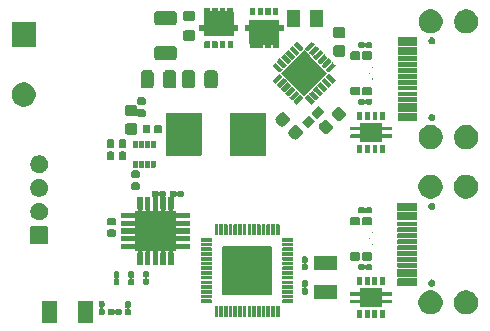
<source format=gbr>
%TF.GenerationSoftware,KiCad,Pcbnew,9.0.2*%
%TF.CreationDate,2025-08-30T18:06:16+02:00*%
%TF.ProjectId,Afterburner_Nano,41667465-7262-4757-926e-65725f4e616e,rev?*%
%TF.SameCoordinates,Original*%
%TF.FileFunction,Soldermask,Top*%
%TF.FilePolarity,Negative*%
%FSLAX46Y46*%
G04 Gerber Fmt 4.6, Leading zero omitted, Abs format (unit mm)*
G04 Created by KiCad (PCBNEW 9.0.2) date 2025-08-30 18:06:16*
%MOMM*%
%LPD*%
G01*
G04 APERTURE LIST*
G04 APERTURE END LIST*
G36*
X178894517Y-43352882D02*
G01*
X178911062Y-43363938D01*
X178922118Y-43380483D01*
X178926000Y-43400000D01*
X178926000Y-45200000D01*
X178922118Y-45219517D01*
X178911062Y-45236062D01*
X178894517Y-45247118D01*
X178875000Y-45251000D01*
X177725000Y-45251000D01*
X177705483Y-45247118D01*
X177688938Y-45236062D01*
X177677882Y-45219517D01*
X177674000Y-45200000D01*
X177674000Y-43400000D01*
X177677882Y-43380483D01*
X177688938Y-43363938D01*
X177705483Y-43352882D01*
X177725000Y-43349000D01*
X178875000Y-43349000D01*
X178894517Y-43352882D01*
G37*
G36*
X181894517Y-43352882D02*
G01*
X181911062Y-43363938D01*
X181922118Y-43380483D01*
X181926000Y-43400000D01*
X181926000Y-45200000D01*
X181922118Y-45219517D01*
X181911062Y-45236062D01*
X181894517Y-45247118D01*
X181875000Y-45251000D01*
X180725000Y-45251000D01*
X180705483Y-45247118D01*
X180688938Y-45236062D01*
X180677882Y-45219517D01*
X180674000Y-45200000D01*
X180674000Y-43400000D01*
X180677882Y-43380483D01*
X180688938Y-43363938D01*
X180705483Y-43352882D01*
X180725000Y-43349000D01*
X181875000Y-43349000D01*
X181894517Y-43352882D01*
G37*
G36*
X204699517Y-44152882D02*
G01*
X204716062Y-44163938D01*
X204727118Y-44180483D01*
X204731000Y-44200000D01*
X204731000Y-44800000D01*
X204727118Y-44819517D01*
X204716062Y-44836062D01*
X204699517Y-44847118D01*
X204680000Y-44851000D01*
X204370000Y-44851000D01*
X204350483Y-44847118D01*
X204333938Y-44836062D01*
X204322882Y-44819517D01*
X204319000Y-44800000D01*
X204319000Y-44200000D01*
X204322882Y-44180483D01*
X204333938Y-44163938D01*
X204350483Y-44152882D01*
X204370000Y-44149000D01*
X204680000Y-44149000D01*
X204699517Y-44152882D01*
G37*
G36*
X205349517Y-44152882D02*
G01*
X205366062Y-44163938D01*
X205377118Y-44180483D01*
X205381000Y-44200000D01*
X205381000Y-44800000D01*
X205377118Y-44819517D01*
X205366062Y-44836062D01*
X205349517Y-44847118D01*
X205330000Y-44851000D01*
X205020000Y-44851000D01*
X205000483Y-44847118D01*
X204983938Y-44836062D01*
X204972882Y-44819517D01*
X204969000Y-44800000D01*
X204969000Y-44200000D01*
X204972882Y-44180483D01*
X204983938Y-44163938D01*
X205000483Y-44152882D01*
X205020000Y-44149000D01*
X205330000Y-44149000D01*
X205349517Y-44152882D01*
G37*
G36*
X205999517Y-44152882D02*
G01*
X206016062Y-44163938D01*
X206027118Y-44180483D01*
X206031000Y-44200000D01*
X206031000Y-44800000D01*
X206027118Y-44819517D01*
X206016062Y-44836062D01*
X205999517Y-44847118D01*
X205980000Y-44851000D01*
X205670000Y-44851000D01*
X205650483Y-44847118D01*
X205633938Y-44836062D01*
X205622882Y-44819517D01*
X205619000Y-44800000D01*
X205619000Y-44200000D01*
X205622882Y-44180483D01*
X205633938Y-44163938D01*
X205650483Y-44152882D01*
X205670000Y-44149000D01*
X205980000Y-44149000D01*
X205999517Y-44152882D01*
G37*
G36*
X206649517Y-44152882D02*
G01*
X206666062Y-44163938D01*
X206677118Y-44180483D01*
X206681000Y-44200000D01*
X206681000Y-44800000D01*
X206677118Y-44819517D01*
X206666062Y-44836062D01*
X206649517Y-44847118D01*
X206630000Y-44851000D01*
X206320000Y-44851000D01*
X206300483Y-44847118D01*
X206283938Y-44836062D01*
X206272882Y-44819517D01*
X206269000Y-44800000D01*
X206269000Y-44200000D01*
X206272882Y-44180483D01*
X206283938Y-44163938D01*
X206300483Y-44152882D01*
X206320000Y-44149000D01*
X206630000Y-44149000D01*
X206649517Y-44152882D01*
G37*
G36*
X192519517Y-43777882D02*
G01*
X192536062Y-43788938D01*
X192547118Y-43805483D01*
X192551000Y-43825000D01*
X192551000Y-44675000D01*
X192547118Y-44694517D01*
X192536062Y-44711062D01*
X192519517Y-44722118D01*
X192500000Y-44726000D01*
X192300000Y-44726000D01*
X192280483Y-44722118D01*
X192263938Y-44711062D01*
X192252882Y-44694517D01*
X192249000Y-44675000D01*
X192249000Y-43825000D01*
X192252882Y-43805483D01*
X192263938Y-43788938D01*
X192280483Y-43777882D01*
X192300000Y-43774000D01*
X192500000Y-43774000D01*
X192519517Y-43777882D01*
G37*
G36*
X193319517Y-43777882D02*
G01*
X193336062Y-43788938D01*
X193347118Y-43805483D01*
X193351000Y-43825000D01*
X193351000Y-44675000D01*
X193347118Y-44694517D01*
X193336062Y-44711062D01*
X193319517Y-44722118D01*
X193300000Y-44726000D01*
X193100000Y-44726000D01*
X193080483Y-44722118D01*
X193063938Y-44711062D01*
X193052882Y-44694517D01*
X193049000Y-44675000D01*
X193049000Y-43825000D01*
X193052882Y-43805483D01*
X193063938Y-43788938D01*
X193080483Y-43777882D01*
X193100000Y-43774000D01*
X193300000Y-43774000D01*
X193319517Y-43777882D01*
G37*
G36*
X193719517Y-43777882D02*
G01*
X193736062Y-43788938D01*
X193747118Y-43805483D01*
X193751000Y-43825000D01*
X193751000Y-44675000D01*
X193747118Y-44694517D01*
X193736062Y-44711062D01*
X193719517Y-44722118D01*
X193700000Y-44726000D01*
X193500000Y-44726000D01*
X193480483Y-44722118D01*
X193463938Y-44711062D01*
X193452882Y-44694517D01*
X193449000Y-44675000D01*
X193449000Y-43825000D01*
X193452882Y-43805483D01*
X193463938Y-43788938D01*
X193480483Y-43777882D01*
X193500000Y-43774000D01*
X193700000Y-43774000D01*
X193719517Y-43777882D01*
G37*
G36*
X194119517Y-43777882D02*
G01*
X194136062Y-43788938D01*
X194147118Y-43805483D01*
X194151000Y-43825000D01*
X194151000Y-44675000D01*
X194147118Y-44694517D01*
X194136062Y-44711062D01*
X194119517Y-44722118D01*
X194100000Y-44726000D01*
X193900000Y-44726000D01*
X193880483Y-44722118D01*
X193863938Y-44711062D01*
X193852882Y-44694517D01*
X193849000Y-44675000D01*
X193849000Y-43825000D01*
X193852882Y-43805483D01*
X193863938Y-43788938D01*
X193880483Y-43777882D01*
X193900000Y-43774000D01*
X194100000Y-43774000D01*
X194119517Y-43777882D01*
G37*
G36*
X194919517Y-43777882D02*
G01*
X194936062Y-43788938D01*
X194947118Y-43805483D01*
X194951000Y-43825000D01*
X194951000Y-44675000D01*
X194947118Y-44694517D01*
X194936062Y-44711062D01*
X194919517Y-44722118D01*
X194900000Y-44726000D01*
X194700000Y-44726000D01*
X194680483Y-44722118D01*
X194663938Y-44711062D01*
X194652882Y-44694517D01*
X194649000Y-44675000D01*
X194649000Y-43825000D01*
X194652882Y-43805483D01*
X194663938Y-43788938D01*
X194680483Y-43777882D01*
X194700000Y-43774000D01*
X194900000Y-43774000D01*
X194919517Y-43777882D01*
G37*
G36*
X195319517Y-43777882D02*
G01*
X195336062Y-43788938D01*
X195347118Y-43805483D01*
X195351000Y-43825000D01*
X195351000Y-44675000D01*
X195347118Y-44694517D01*
X195336062Y-44711062D01*
X195319517Y-44722118D01*
X195300000Y-44726000D01*
X195100000Y-44726000D01*
X195080483Y-44722118D01*
X195063938Y-44711062D01*
X195052882Y-44694517D01*
X195049000Y-44675000D01*
X195049000Y-43825000D01*
X195052882Y-43805483D01*
X195063938Y-43788938D01*
X195080483Y-43777882D01*
X195100000Y-43774000D01*
X195300000Y-43774000D01*
X195319517Y-43777882D01*
G37*
G36*
X196119517Y-43777882D02*
G01*
X196136062Y-43788938D01*
X196147118Y-43805483D01*
X196151000Y-43825000D01*
X196151000Y-44675000D01*
X196147118Y-44694517D01*
X196136062Y-44711062D01*
X196119517Y-44722118D01*
X196100000Y-44726000D01*
X195900000Y-44726000D01*
X195880483Y-44722118D01*
X195863938Y-44711062D01*
X195852882Y-44694517D01*
X195849000Y-44675000D01*
X195849000Y-43825000D01*
X195852882Y-43805483D01*
X195863938Y-43788938D01*
X195880483Y-43777882D01*
X195900000Y-43774000D01*
X196100000Y-43774000D01*
X196119517Y-43777882D01*
G37*
G36*
X196519517Y-43777882D02*
G01*
X196536062Y-43788938D01*
X196547118Y-43805483D01*
X196551000Y-43825000D01*
X196551000Y-44675000D01*
X196547118Y-44694517D01*
X196536062Y-44711062D01*
X196519517Y-44722118D01*
X196500000Y-44726000D01*
X196300000Y-44726000D01*
X196280483Y-44722118D01*
X196263938Y-44711062D01*
X196252882Y-44694517D01*
X196249000Y-44675000D01*
X196249000Y-43825000D01*
X196252882Y-43805483D01*
X196263938Y-43788938D01*
X196280483Y-43777882D01*
X196300000Y-43774000D01*
X196500000Y-43774000D01*
X196519517Y-43777882D01*
G37*
G36*
X196919517Y-43777882D02*
G01*
X196936062Y-43788938D01*
X196947118Y-43805483D01*
X196951000Y-43825000D01*
X196951000Y-44675000D01*
X196947118Y-44694517D01*
X196936062Y-44711062D01*
X196919517Y-44722118D01*
X196900000Y-44726000D01*
X196700000Y-44726000D01*
X196680483Y-44722118D01*
X196663938Y-44711062D01*
X196652882Y-44694517D01*
X196649000Y-44675000D01*
X196649000Y-43825000D01*
X196652882Y-43805483D01*
X196663938Y-43788938D01*
X196680483Y-43777882D01*
X196700000Y-43774000D01*
X196900000Y-43774000D01*
X196919517Y-43777882D01*
G37*
G36*
X197719517Y-43777882D02*
G01*
X197736062Y-43788938D01*
X197747118Y-43805483D01*
X197751000Y-43825000D01*
X197751000Y-44675000D01*
X197747118Y-44694517D01*
X197736062Y-44711062D01*
X197719517Y-44722118D01*
X197700000Y-44726000D01*
X197500000Y-44726000D01*
X197480483Y-44722118D01*
X197463938Y-44711062D01*
X197452882Y-44694517D01*
X197449000Y-44675000D01*
X197449000Y-43825000D01*
X197452882Y-43805483D01*
X197463938Y-43788938D01*
X197480483Y-43777882D01*
X197500000Y-43774000D01*
X197700000Y-43774000D01*
X197719517Y-43777882D01*
G37*
G36*
X192919517Y-43777881D02*
G01*
X192936062Y-43788937D01*
X192947118Y-43805482D01*
X192951000Y-43824999D01*
X192951000Y-44674999D01*
X192947118Y-44694516D01*
X192936062Y-44711061D01*
X192919517Y-44722117D01*
X192900000Y-44725999D01*
X192700000Y-44725999D01*
X192680483Y-44722117D01*
X192663938Y-44711061D01*
X192652882Y-44694516D01*
X192649000Y-44674999D01*
X192649000Y-43824999D01*
X192652882Y-43805482D01*
X192663938Y-43788937D01*
X192680483Y-43777881D01*
X192700000Y-43773999D01*
X192900000Y-43773999D01*
X192919517Y-43777881D01*
G37*
G36*
X194519517Y-43777881D02*
G01*
X194536062Y-43788937D01*
X194547118Y-43805482D01*
X194551000Y-43824999D01*
X194551000Y-44674999D01*
X194547118Y-44694516D01*
X194536062Y-44711061D01*
X194519517Y-44722117D01*
X194500000Y-44725999D01*
X194300000Y-44725999D01*
X194280483Y-44722117D01*
X194263938Y-44711061D01*
X194252882Y-44694516D01*
X194249000Y-44674999D01*
X194249000Y-43824999D01*
X194252882Y-43805482D01*
X194263938Y-43788937D01*
X194280483Y-43777881D01*
X194300000Y-43773999D01*
X194500000Y-43773999D01*
X194519517Y-43777881D01*
G37*
G36*
X195719517Y-43777881D02*
G01*
X195736062Y-43788937D01*
X195747118Y-43805482D01*
X195751000Y-43824999D01*
X195751000Y-44674999D01*
X195747118Y-44694516D01*
X195736062Y-44711061D01*
X195719517Y-44722117D01*
X195700000Y-44725999D01*
X195500000Y-44725999D01*
X195480483Y-44722117D01*
X195463938Y-44711061D01*
X195452882Y-44694516D01*
X195449000Y-44674999D01*
X195449000Y-43824999D01*
X195452882Y-43805482D01*
X195463938Y-43788937D01*
X195480483Y-43777881D01*
X195500000Y-43773999D01*
X195700000Y-43773999D01*
X195719517Y-43777881D01*
G37*
G36*
X197319517Y-43777881D02*
G01*
X197336062Y-43788937D01*
X197347118Y-43805482D01*
X197351000Y-43824999D01*
X197351000Y-44674999D01*
X197347118Y-44694516D01*
X197336062Y-44711061D01*
X197319517Y-44722117D01*
X197300000Y-44725999D01*
X197100000Y-44725999D01*
X197080483Y-44722117D01*
X197063938Y-44711061D01*
X197052882Y-44694516D01*
X197049000Y-44674999D01*
X197049000Y-43824999D01*
X197052882Y-43805482D01*
X197063938Y-43788937D01*
X197080483Y-43777881D01*
X197100000Y-43773999D01*
X197300000Y-43773999D01*
X197319517Y-43777881D01*
G37*
G36*
X185067785Y-43395494D02*
G01*
X185116773Y-43428227D01*
X185149506Y-43477215D01*
X185161000Y-43535000D01*
X185161000Y-43795000D01*
X185149506Y-43852785D01*
X185116773Y-43901773D01*
X185067785Y-43934506D01*
X185010000Y-43946000D01*
X185005555Y-43946000D01*
X184995158Y-43948068D01*
X184995156Y-44021928D01*
X185005572Y-44024000D01*
X185010000Y-44024000D01*
X185067785Y-44035494D01*
X185116773Y-44068227D01*
X185149506Y-44117215D01*
X185161000Y-44175000D01*
X185161000Y-44435000D01*
X185149506Y-44492785D01*
X185116773Y-44541773D01*
X185067785Y-44574506D01*
X185010000Y-44586000D01*
X184810000Y-44586000D01*
X184752215Y-44574506D01*
X184703227Y-44541773D01*
X184670494Y-44492785D01*
X184659000Y-44435000D01*
X184659000Y-44175000D01*
X184670494Y-44117215D01*
X184703227Y-44068227D01*
X184752215Y-44035494D01*
X184810000Y-44024000D01*
X184814434Y-44024000D01*
X184824842Y-44021930D01*
X184824842Y-43948070D01*
X184814435Y-43946000D01*
X184810000Y-43946000D01*
X184752215Y-43934506D01*
X184703227Y-43901773D01*
X184670494Y-43852785D01*
X184659000Y-43795000D01*
X184659000Y-43535000D01*
X184670494Y-43477215D01*
X184703227Y-43428227D01*
X184752215Y-43395494D01*
X184810000Y-43384000D01*
X185010000Y-43384000D01*
X185067785Y-43395494D01*
G37*
G36*
X182847785Y-43385494D02*
G01*
X182896773Y-43418227D01*
X182929506Y-43467215D01*
X182941000Y-43525000D01*
X182941000Y-43785000D01*
X182929506Y-43842785D01*
X182896773Y-43891773D01*
X182847785Y-43924506D01*
X182790000Y-43936000D01*
X182785555Y-43936000D01*
X182775158Y-43938068D01*
X182775156Y-44011928D01*
X182785572Y-44014000D01*
X182790000Y-44014000D01*
X182847785Y-44025494D01*
X182896773Y-44058227D01*
X182929506Y-44107215D01*
X182941000Y-44165000D01*
X182941000Y-44425000D01*
X182929506Y-44482785D01*
X182896773Y-44531773D01*
X182847785Y-44564506D01*
X182790000Y-44576000D01*
X182590000Y-44576000D01*
X182532215Y-44564506D01*
X182483227Y-44531773D01*
X182450494Y-44482785D01*
X182439000Y-44425000D01*
X182439000Y-44165000D01*
X182450494Y-44107215D01*
X182483227Y-44058227D01*
X182532215Y-44025494D01*
X182590000Y-44014000D01*
X182594434Y-44014000D01*
X182604842Y-44011930D01*
X182604842Y-43938070D01*
X182594435Y-43936000D01*
X182590000Y-43936000D01*
X182532215Y-43924506D01*
X182483227Y-43891773D01*
X182450494Y-43842785D01*
X182439000Y-43785000D01*
X182439000Y-43525000D01*
X182450494Y-43467215D01*
X182483227Y-43418227D01*
X182532215Y-43385494D01*
X182590000Y-43374000D01*
X182790000Y-43374000D01*
X182847785Y-43385494D01*
G37*
G36*
X183672785Y-44060494D02*
G01*
X183721773Y-44093227D01*
X183754506Y-44142215D01*
X183766000Y-44200000D01*
X183766000Y-44204443D01*
X183768068Y-44214841D01*
X183841928Y-44214843D01*
X183844000Y-44204426D01*
X183844000Y-44200000D01*
X183855494Y-44142215D01*
X183888227Y-44093227D01*
X183937215Y-44060494D01*
X183995000Y-44049000D01*
X184255000Y-44049000D01*
X184312785Y-44060494D01*
X184361773Y-44093227D01*
X184394506Y-44142215D01*
X184406000Y-44200000D01*
X184406000Y-44400000D01*
X184394506Y-44457785D01*
X184361773Y-44506773D01*
X184312785Y-44539506D01*
X184255000Y-44551000D01*
X183995000Y-44551000D01*
X183937215Y-44539506D01*
X183888227Y-44506773D01*
X183855494Y-44457785D01*
X183844000Y-44400000D01*
X183844000Y-44395564D01*
X183841930Y-44385157D01*
X183768070Y-44385157D01*
X183766000Y-44395564D01*
X183766000Y-44400000D01*
X183754506Y-44457785D01*
X183721773Y-44506773D01*
X183672785Y-44539506D01*
X183615000Y-44551000D01*
X183355000Y-44551000D01*
X183297215Y-44539506D01*
X183248227Y-44506773D01*
X183215494Y-44457785D01*
X183204000Y-44400000D01*
X183204000Y-44200000D01*
X183215494Y-44142215D01*
X183248227Y-44093227D01*
X183297215Y-44060494D01*
X183355000Y-44049000D01*
X183615000Y-44049000D01*
X183672785Y-44060494D01*
G37*
G36*
X210834832Y-42513179D02*
G01*
X211020653Y-42590149D01*
X211187888Y-42701891D01*
X211330109Y-42844112D01*
X211441851Y-43011347D01*
X211518821Y-43197168D01*
X211558060Y-43394434D01*
X211558060Y-43595566D01*
X211518821Y-43792832D01*
X211441851Y-43978653D01*
X211330109Y-44145888D01*
X211187888Y-44288109D01*
X211020653Y-44399851D01*
X210834832Y-44476821D01*
X210637566Y-44516060D01*
X210436434Y-44516060D01*
X210239168Y-44476821D01*
X210053347Y-44399851D01*
X209886112Y-44288109D01*
X209743891Y-44145888D01*
X209632149Y-43978653D01*
X209555179Y-43792832D01*
X209515940Y-43595566D01*
X209515940Y-43394434D01*
X209555179Y-43197168D01*
X209632149Y-43011347D01*
X209743891Y-42844112D01*
X209886112Y-42701891D01*
X210053347Y-42590149D01*
X210239168Y-42513179D01*
X210436434Y-42473940D01*
X210637566Y-42473940D01*
X210834832Y-42513179D01*
G37*
G36*
X213834832Y-42513179D02*
G01*
X214020653Y-42590149D01*
X214187888Y-42701891D01*
X214330109Y-42844112D01*
X214441851Y-43011347D01*
X214518821Y-43197168D01*
X214558060Y-43394434D01*
X214558060Y-43595566D01*
X214518821Y-43792832D01*
X214441851Y-43978653D01*
X214330109Y-44145888D01*
X214187888Y-44288109D01*
X214020653Y-44399851D01*
X213834832Y-44476821D01*
X213637566Y-44516060D01*
X213436434Y-44516060D01*
X213239168Y-44476821D01*
X213053347Y-44399851D01*
X212886112Y-44288109D01*
X212743891Y-44145888D01*
X212632149Y-43978653D01*
X212555179Y-43792832D01*
X212515940Y-43595566D01*
X212515940Y-43394434D01*
X212555179Y-43197168D01*
X212632149Y-43011347D01*
X212743891Y-42844112D01*
X212886112Y-42701891D01*
X213053347Y-42590149D01*
X213239168Y-42513179D01*
X213436434Y-42473940D01*
X213637566Y-42473940D01*
X213834832Y-42513179D01*
G37*
G36*
X206394517Y-42302882D02*
G01*
X206411062Y-42313938D01*
X206422118Y-42330483D01*
X206426000Y-42350000D01*
X206426000Y-42582641D01*
X206452359Y-42609000D01*
X207201500Y-42609000D01*
X207221017Y-42612882D01*
X207237562Y-42623938D01*
X207248618Y-42640483D01*
X207252500Y-42660000D01*
X207252500Y-42890000D01*
X207248618Y-42909517D01*
X207237562Y-42926062D01*
X207221017Y-42937118D01*
X207201500Y-42941000D01*
X206452358Y-42941000D01*
X206426000Y-42967358D01*
X206426000Y-43232641D01*
X206452359Y-43259000D01*
X207201500Y-43259000D01*
X207221017Y-43262882D01*
X207237562Y-43273938D01*
X207248618Y-43290483D01*
X207252500Y-43310000D01*
X207252500Y-43540000D01*
X207248618Y-43559517D01*
X207237562Y-43576062D01*
X207221017Y-43587118D01*
X207201500Y-43591000D01*
X206452358Y-43591000D01*
X206426000Y-43617358D01*
X206426000Y-43850000D01*
X206422118Y-43869517D01*
X206411062Y-43886062D01*
X206394517Y-43897118D01*
X206375000Y-43901000D01*
X204625000Y-43901000D01*
X204605483Y-43897118D01*
X204588938Y-43886062D01*
X204577882Y-43869517D01*
X204574000Y-43850000D01*
X204574000Y-43617359D01*
X204547641Y-43591000D01*
X203798500Y-43591000D01*
X203778983Y-43587118D01*
X203762438Y-43576062D01*
X203751382Y-43559517D01*
X203747500Y-43540000D01*
X203747500Y-43310000D01*
X203751382Y-43290483D01*
X203762438Y-43273938D01*
X203778983Y-43262882D01*
X203798500Y-43259000D01*
X204547640Y-43259000D01*
X204574000Y-43232640D01*
X204574000Y-42967359D01*
X204547641Y-42941000D01*
X203798500Y-42941000D01*
X203778983Y-42937118D01*
X203762438Y-42926062D01*
X203751382Y-42909517D01*
X203747500Y-42890000D01*
X203747500Y-42660000D01*
X203751382Y-42640483D01*
X203762438Y-42623938D01*
X203778983Y-42612882D01*
X203798500Y-42609000D01*
X204547640Y-42609000D01*
X204574000Y-42582640D01*
X204574000Y-42354429D01*
X204574000Y-42350000D01*
X204577882Y-42330483D01*
X204588938Y-42313938D01*
X204605483Y-42302882D01*
X204625000Y-42299000D01*
X206375000Y-42299000D01*
X206394517Y-42302882D01*
G37*
G36*
X191994517Y-43252882D02*
G01*
X192011062Y-43263938D01*
X192022118Y-43280483D01*
X192026000Y-43300000D01*
X192026000Y-43500000D01*
X192022118Y-43519517D01*
X192011062Y-43536062D01*
X191994517Y-43547118D01*
X191975000Y-43551000D01*
X191125000Y-43551000D01*
X191105483Y-43547118D01*
X191088938Y-43536062D01*
X191077882Y-43519517D01*
X191074000Y-43500000D01*
X191074000Y-43300000D01*
X191077882Y-43280483D01*
X191088938Y-43263938D01*
X191105483Y-43252882D01*
X191125000Y-43249000D01*
X191975000Y-43249000D01*
X191994517Y-43252882D01*
G37*
G36*
X198894517Y-43252882D02*
G01*
X198911062Y-43263938D01*
X198922118Y-43280483D01*
X198926000Y-43300000D01*
X198926000Y-43500000D01*
X198922118Y-43519517D01*
X198911062Y-43536062D01*
X198894517Y-43547118D01*
X198875000Y-43551000D01*
X198025000Y-43551000D01*
X198005483Y-43547118D01*
X197988938Y-43536062D01*
X197977882Y-43519517D01*
X197974000Y-43500000D01*
X197974000Y-43300000D01*
X197977882Y-43280483D01*
X197988938Y-43263938D01*
X198005483Y-43252882D01*
X198025000Y-43249000D01*
X198875000Y-43249000D01*
X198894517Y-43252882D01*
G37*
G36*
X202619517Y-42052882D02*
G01*
X202636062Y-42063938D01*
X202647118Y-42080483D01*
X202651000Y-42100000D01*
X202651000Y-43200000D01*
X202647118Y-43219517D01*
X202636062Y-43236062D01*
X202619517Y-43247118D01*
X202600000Y-43251000D01*
X200700000Y-43251000D01*
X200680483Y-43247118D01*
X200663938Y-43236062D01*
X200652882Y-43219517D01*
X200649000Y-43200000D01*
X200649000Y-42100000D01*
X200652882Y-42080483D01*
X200663938Y-42063938D01*
X200680483Y-42052882D01*
X200700000Y-42049000D01*
X202600000Y-42049000D01*
X202619517Y-42052882D01*
G37*
G36*
X191994518Y-42852882D02*
G01*
X192011063Y-42863938D01*
X192022119Y-42880483D01*
X192026001Y-42900000D01*
X192026001Y-43100000D01*
X192022119Y-43119517D01*
X192011063Y-43136062D01*
X191994518Y-43147118D01*
X191975001Y-43151000D01*
X191125001Y-43151000D01*
X191105484Y-43147118D01*
X191088939Y-43136062D01*
X191077883Y-43119517D01*
X191074001Y-43100000D01*
X191074001Y-42900000D01*
X191077883Y-42880483D01*
X191088939Y-42863938D01*
X191105484Y-42852882D01*
X191125001Y-42849000D01*
X191975001Y-42849000D01*
X191994518Y-42852882D01*
G37*
G36*
X198894516Y-42852882D02*
G01*
X198911061Y-42863938D01*
X198922117Y-42880483D01*
X198925999Y-42900000D01*
X198925999Y-43100000D01*
X198922117Y-43119517D01*
X198911061Y-43136062D01*
X198894516Y-43147118D01*
X198874999Y-43151000D01*
X198024999Y-43151000D01*
X198005482Y-43147118D01*
X197988937Y-43136062D01*
X197977881Y-43119517D01*
X197973999Y-43100000D01*
X197973999Y-42900000D01*
X197977881Y-42880483D01*
X197988937Y-42863938D01*
X198005482Y-42852882D01*
X198024999Y-42849000D01*
X198874999Y-42849000D01*
X198894516Y-42852882D01*
G37*
G36*
X197044517Y-38727882D02*
G01*
X197061062Y-38738938D01*
X197072118Y-38755483D01*
X197076000Y-38775000D01*
X197076000Y-42825000D01*
X197072118Y-42844517D01*
X197061062Y-42861062D01*
X197044517Y-42872118D01*
X197025000Y-42876000D01*
X192975000Y-42876000D01*
X192955483Y-42872118D01*
X192938938Y-42861062D01*
X192927882Y-42844517D01*
X192924000Y-42825000D01*
X192924000Y-38775000D01*
X192927882Y-38755483D01*
X192938938Y-38738938D01*
X192955483Y-38727882D01*
X192975000Y-38724000D01*
X197025000Y-38724000D01*
X197044517Y-38727882D01*
G37*
G36*
X200057785Y-41640494D02*
G01*
X200106773Y-41673227D01*
X200139506Y-41722215D01*
X200151000Y-41780000D01*
X200151000Y-42040000D01*
X200139506Y-42097785D01*
X200106773Y-42146773D01*
X200057785Y-42179506D01*
X200000000Y-42191000D01*
X199995555Y-42191000D01*
X199985158Y-42193068D01*
X199985156Y-42266928D01*
X199995572Y-42269000D01*
X200000000Y-42269000D01*
X200057785Y-42280494D01*
X200106773Y-42313227D01*
X200139506Y-42362215D01*
X200151000Y-42420000D01*
X200151000Y-42680000D01*
X200139506Y-42737785D01*
X200106773Y-42786773D01*
X200057785Y-42819506D01*
X200000000Y-42831000D01*
X199800000Y-42831000D01*
X199742215Y-42819506D01*
X199693227Y-42786773D01*
X199660494Y-42737785D01*
X199649000Y-42680000D01*
X199649000Y-42420000D01*
X199660494Y-42362215D01*
X199693227Y-42313227D01*
X199742215Y-42280494D01*
X199800000Y-42269000D01*
X199804434Y-42269000D01*
X199814842Y-42266930D01*
X199814842Y-42193070D01*
X199804435Y-42191000D01*
X199800000Y-42191000D01*
X199742215Y-42179506D01*
X199693227Y-42146773D01*
X199660494Y-42097785D01*
X199649000Y-42040000D01*
X199649000Y-41780000D01*
X199660494Y-41722215D01*
X199693227Y-41673227D01*
X199742215Y-41640494D01*
X199800000Y-41629000D01*
X200000000Y-41629000D01*
X200057785Y-41640494D01*
G37*
G36*
X191994517Y-42452882D02*
G01*
X192011062Y-42463938D01*
X192022118Y-42480483D01*
X192026000Y-42500000D01*
X192026000Y-42700000D01*
X192022118Y-42719517D01*
X192011062Y-42736062D01*
X191994517Y-42747118D01*
X191975000Y-42751000D01*
X191125000Y-42751000D01*
X191105483Y-42747118D01*
X191088938Y-42736062D01*
X191077882Y-42719517D01*
X191074000Y-42700000D01*
X191074000Y-42500000D01*
X191077882Y-42480483D01*
X191088938Y-42463938D01*
X191105483Y-42452882D01*
X191125000Y-42449000D01*
X191975000Y-42449000D01*
X191994517Y-42452882D01*
G37*
G36*
X198894517Y-42452882D02*
G01*
X198911062Y-42463938D01*
X198922118Y-42480483D01*
X198926000Y-42500000D01*
X198926000Y-42700000D01*
X198922118Y-42719517D01*
X198911062Y-42736062D01*
X198894517Y-42747118D01*
X198875000Y-42751000D01*
X198025000Y-42751000D01*
X198005483Y-42747118D01*
X197988938Y-42736062D01*
X197977882Y-42719517D01*
X197974000Y-42700000D01*
X197974000Y-42500000D01*
X197977882Y-42480483D01*
X197988938Y-42463938D01*
X198005483Y-42452882D01*
X198025000Y-42449000D01*
X198875000Y-42449000D01*
X198894517Y-42452882D01*
G37*
G36*
X191994517Y-42052882D02*
G01*
X192011062Y-42063938D01*
X192022118Y-42080483D01*
X192026000Y-42100000D01*
X192026000Y-42300000D01*
X192022118Y-42319517D01*
X192011062Y-42336062D01*
X191994517Y-42347118D01*
X191975000Y-42351000D01*
X191125000Y-42351000D01*
X191105483Y-42347118D01*
X191088938Y-42336062D01*
X191077882Y-42319517D01*
X191074000Y-42300000D01*
X191074000Y-42100000D01*
X191077882Y-42080483D01*
X191088938Y-42063938D01*
X191105483Y-42052882D01*
X191125000Y-42049000D01*
X191975000Y-42049000D01*
X191994517Y-42052882D01*
G37*
G36*
X198894517Y-42052882D02*
G01*
X198911062Y-42063938D01*
X198922118Y-42080483D01*
X198926000Y-42100000D01*
X198926000Y-42300000D01*
X198922118Y-42319517D01*
X198911062Y-42336062D01*
X198894517Y-42347118D01*
X198875000Y-42351000D01*
X198025000Y-42351000D01*
X198005483Y-42347118D01*
X197988938Y-42336062D01*
X197977882Y-42319517D01*
X197974000Y-42300000D01*
X197974000Y-42100000D01*
X197977882Y-42080483D01*
X197988938Y-42063938D01*
X198005483Y-42052882D01*
X198025000Y-42049000D01*
X198875000Y-42049000D01*
X198894517Y-42052882D01*
G37*
G36*
X210754101Y-41567293D02*
G01*
X210823281Y-41607234D01*
X210879766Y-41663719D01*
X210919707Y-41732899D01*
X210940382Y-41810059D01*
X210940382Y-41889941D01*
X210919707Y-41967101D01*
X210879766Y-42036281D01*
X210823281Y-42092766D01*
X210754101Y-42132707D01*
X210676941Y-42153382D01*
X210597059Y-42153382D01*
X210519899Y-42132707D01*
X210450719Y-42092766D01*
X210394234Y-42036281D01*
X210354293Y-41967101D01*
X210333618Y-41889941D01*
X210333618Y-41810059D01*
X210354293Y-41732899D01*
X210394234Y-41663719D01*
X210450719Y-41607234D01*
X210519899Y-41567293D01*
X210597059Y-41546618D01*
X210676941Y-41546618D01*
X210754101Y-41567293D01*
G37*
G36*
X209357517Y-41452882D02*
G01*
X209374062Y-41463938D01*
X209385118Y-41480483D01*
X209389000Y-41500000D01*
X209389000Y-42100000D01*
X209385118Y-42119517D01*
X209374062Y-42136062D01*
X209357517Y-42147118D01*
X209338000Y-42151000D01*
X207788000Y-42151000D01*
X207768483Y-42147118D01*
X207751938Y-42136062D01*
X207740882Y-42119517D01*
X207737000Y-42100000D01*
X207737000Y-41500000D01*
X207740882Y-41480483D01*
X207751938Y-41463938D01*
X207768483Y-41452882D01*
X207788000Y-41449000D01*
X209338000Y-41449000D01*
X209357517Y-41452882D01*
G37*
G36*
X184107785Y-40860494D02*
G01*
X184156773Y-40893227D01*
X184189506Y-40942215D01*
X184201000Y-41000000D01*
X184201000Y-41260000D01*
X184189506Y-41317785D01*
X184156773Y-41366773D01*
X184107785Y-41399506D01*
X184050000Y-41411000D01*
X184045555Y-41411000D01*
X184035158Y-41413068D01*
X184035156Y-41486928D01*
X184045572Y-41489000D01*
X184050000Y-41489000D01*
X184107785Y-41500494D01*
X184156773Y-41533227D01*
X184189506Y-41582215D01*
X184201000Y-41640000D01*
X184201000Y-41900000D01*
X184189506Y-41957785D01*
X184156773Y-42006773D01*
X184107785Y-42039506D01*
X184050000Y-42051000D01*
X183850000Y-42051000D01*
X183792215Y-42039506D01*
X183743227Y-42006773D01*
X183710494Y-41957785D01*
X183699000Y-41900000D01*
X183699000Y-41640000D01*
X183710494Y-41582215D01*
X183743227Y-41533227D01*
X183792215Y-41500494D01*
X183850000Y-41489000D01*
X183854434Y-41489000D01*
X183864842Y-41486930D01*
X183864842Y-41413070D01*
X183854435Y-41411000D01*
X183850000Y-41411000D01*
X183792215Y-41399506D01*
X183743227Y-41366773D01*
X183710494Y-41317785D01*
X183699000Y-41260000D01*
X183699000Y-41000000D01*
X183710494Y-40942215D01*
X183743227Y-40893227D01*
X183792215Y-40860494D01*
X183850000Y-40849000D01*
X184050000Y-40849000D01*
X184107785Y-40860494D01*
G37*
G36*
X185357785Y-40860494D02*
G01*
X185406773Y-40893227D01*
X185439506Y-40942215D01*
X185451000Y-41000000D01*
X185451000Y-41260000D01*
X185439506Y-41317785D01*
X185406773Y-41366773D01*
X185357785Y-41399506D01*
X185300000Y-41411000D01*
X185295555Y-41411000D01*
X185285158Y-41413068D01*
X185285156Y-41486928D01*
X185295572Y-41489000D01*
X185300000Y-41489000D01*
X185357785Y-41500494D01*
X185406773Y-41533227D01*
X185439506Y-41582215D01*
X185451000Y-41640000D01*
X185451000Y-41900000D01*
X185439506Y-41957785D01*
X185406773Y-42006773D01*
X185357785Y-42039506D01*
X185300000Y-42051000D01*
X185100000Y-42051000D01*
X185042215Y-42039506D01*
X184993227Y-42006773D01*
X184960494Y-41957785D01*
X184949000Y-41900000D01*
X184949000Y-41640000D01*
X184960494Y-41582215D01*
X184993227Y-41533227D01*
X185042215Y-41500494D01*
X185100000Y-41489000D01*
X185104434Y-41489000D01*
X185114842Y-41486930D01*
X185114842Y-41413070D01*
X185104435Y-41411000D01*
X185100000Y-41411000D01*
X185042215Y-41399506D01*
X184993227Y-41366773D01*
X184960494Y-41317785D01*
X184949000Y-41260000D01*
X184949000Y-41000000D01*
X184960494Y-40942215D01*
X184993227Y-40893227D01*
X185042215Y-40860494D01*
X185100000Y-40849000D01*
X185300000Y-40849000D01*
X185357785Y-40860494D01*
G37*
G36*
X204699517Y-41352882D02*
G01*
X204716062Y-41363938D01*
X204727118Y-41380483D01*
X204731000Y-41400000D01*
X204731000Y-42000000D01*
X204727118Y-42019517D01*
X204716062Y-42036062D01*
X204699517Y-42047118D01*
X204680000Y-42051000D01*
X204370000Y-42051000D01*
X204350483Y-42047118D01*
X204333938Y-42036062D01*
X204322882Y-42019517D01*
X204319000Y-42000000D01*
X204319000Y-41400000D01*
X204322882Y-41380483D01*
X204333938Y-41363938D01*
X204350483Y-41352882D01*
X204370000Y-41349000D01*
X204680000Y-41349000D01*
X204699517Y-41352882D01*
G37*
G36*
X205349517Y-41352882D02*
G01*
X205366062Y-41363938D01*
X205377118Y-41380483D01*
X205381000Y-41400000D01*
X205381000Y-42000000D01*
X205377118Y-42019517D01*
X205366062Y-42036062D01*
X205349517Y-42047118D01*
X205330000Y-42051000D01*
X205020000Y-42051000D01*
X205000483Y-42047118D01*
X204983938Y-42036062D01*
X204972882Y-42019517D01*
X204969000Y-42000000D01*
X204969000Y-41400000D01*
X204972882Y-41380483D01*
X204983938Y-41363938D01*
X205000483Y-41352882D01*
X205020000Y-41349000D01*
X205330000Y-41349000D01*
X205349517Y-41352882D01*
G37*
G36*
X205999517Y-41352882D02*
G01*
X206016062Y-41363938D01*
X206027118Y-41380483D01*
X206031000Y-41400000D01*
X206031000Y-42000000D01*
X206027118Y-42019517D01*
X206016062Y-42036062D01*
X205999517Y-42047118D01*
X205980000Y-42051000D01*
X205670000Y-42051000D01*
X205650483Y-42047118D01*
X205633938Y-42036062D01*
X205622882Y-42019517D01*
X205619000Y-42000000D01*
X205619000Y-41400000D01*
X205622882Y-41380483D01*
X205633938Y-41363938D01*
X205650483Y-41352882D01*
X205670000Y-41349000D01*
X205980000Y-41349000D01*
X205999517Y-41352882D01*
G37*
G36*
X206649517Y-41352882D02*
G01*
X206666062Y-41363938D01*
X206677118Y-41380483D01*
X206681000Y-41400000D01*
X206681000Y-42000000D01*
X206677118Y-42019517D01*
X206666062Y-42036062D01*
X206649517Y-42047118D01*
X206630000Y-42051000D01*
X206320000Y-42051000D01*
X206300483Y-42047118D01*
X206283938Y-42036062D01*
X206272882Y-42019517D01*
X206269000Y-42000000D01*
X206269000Y-41400000D01*
X206272882Y-41380483D01*
X206283938Y-41363938D01*
X206300483Y-41352882D01*
X206320000Y-41349000D01*
X206630000Y-41349000D01*
X206649517Y-41352882D01*
G37*
G36*
X186607785Y-40835494D02*
G01*
X186656773Y-40868227D01*
X186689506Y-40917215D01*
X186701000Y-40975000D01*
X186701000Y-41235000D01*
X186689506Y-41292785D01*
X186656773Y-41341773D01*
X186607785Y-41374506D01*
X186550000Y-41386000D01*
X186545555Y-41386000D01*
X186535158Y-41388068D01*
X186535156Y-41461928D01*
X186545572Y-41464000D01*
X186550000Y-41464000D01*
X186607785Y-41475494D01*
X186656773Y-41508227D01*
X186689506Y-41557215D01*
X186701000Y-41615000D01*
X186701000Y-41875000D01*
X186689506Y-41932785D01*
X186656773Y-41981773D01*
X186607785Y-42014506D01*
X186550000Y-42026000D01*
X186350000Y-42026000D01*
X186292215Y-42014506D01*
X186243227Y-41981773D01*
X186210494Y-41932785D01*
X186199000Y-41875000D01*
X186199000Y-41615000D01*
X186210494Y-41557215D01*
X186243227Y-41508227D01*
X186292215Y-41475494D01*
X186350000Y-41464000D01*
X186354434Y-41464000D01*
X186364842Y-41461930D01*
X186364842Y-41388070D01*
X186354435Y-41386000D01*
X186350000Y-41386000D01*
X186292215Y-41374506D01*
X186243227Y-41341773D01*
X186210494Y-41292785D01*
X186199000Y-41235000D01*
X186199000Y-40975000D01*
X186210494Y-40917215D01*
X186243227Y-40868227D01*
X186292215Y-40835494D01*
X186350000Y-40824000D01*
X186550000Y-40824000D01*
X186607785Y-40835494D01*
G37*
G36*
X191994517Y-41652882D02*
G01*
X192011062Y-41663938D01*
X192022118Y-41680483D01*
X192026000Y-41700000D01*
X192026000Y-41900000D01*
X192022118Y-41919517D01*
X192011062Y-41936062D01*
X191994517Y-41947118D01*
X191975000Y-41951000D01*
X191125000Y-41951000D01*
X191105483Y-41947118D01*
X191088938Y-41936062D01*
X191077882Y-41919517D01*
X191074000Y-41900000D01*
X191074000Y-41700000D01*
X191077882Y-41680483D01*
X191088938Y-41663938D01*
X191105483Y-41652882D01*
X191125000Y-41649000D01*
X191975000Y-41649000D01*
X191994517Y-41652882D01*
G37*
G36*
X198894517Y-41652882D02*
G01*
X198911062Y-41663938D01*
X198922118Y-41680483D01*
X198926000Y-41700000D01*
X198926000Y-41900000D01*
X198922118Y-41919517D01*
X198911062Y-41936062D01*
X198894517Y-41947118D01*
X198875000Y-41951000D01*
X198025000Y-41951000D01*
X198005483Y-41947118D01*
X197988938Y-41936062D01*
X197977882Y-41919517D01*
X197974000Y-41900000D01*
X197974000Y-41700000D01*
X197977882Y-41680483D01*
X197988938Y-41663938D01*
X198005483Y-41652882D01*
X198025000Y-41649000D01*
X198875000Y-41649000D01*
X198894517Y-41652882D01*
G37*
G36*
X191994518Y-41252882D02*
G01*
X192011063Y-41263938D01*
X192022119Y-41280483D01*
X192026001Y-41300000D01*
X192026001Y-41500000D01*
X192022119Y-41519517D01*
X192011063Y-41536062D01*
X191994518Y-41547118D01*
X191975001Y-41551000D01*
X191125001Y-41551000D01*
X191105484Y-41547118D01*
X191088939Y-41536062D01*
X191077883Y-41519517D01*
X191074001Y-41500000D01*
X191074001Y-41300000D01*
X191077883Y-41280483D01*
X191088939Y-41263938D01*
X191105484Y-41252882D01*
X191125001Y-41249000D01*
X191975001Y-41249000D01*
X191994518Y-41252882D01*
G37*
G36*
X198894516Y-41252882D02*
G01*
X198911061Y-41263938D01*
X198922117Y-41280483D01*
X198925999Y-41300000D01*
X198925999Y-41500000D01*
X198922117Y-41519517D01*
X198911061Y-41536062D01*
X198894516Y-41547118D01*
X198874999Y-41551000D01*
X198024999Y-41551000D01*
X198005482Y-41547118D01*
X197988937Y-41536062D01*
X197977881Y-41519517D01*
X197973999Y-41500000D01*
X197973999Y-41300000D01*
X197977881Y-41280483D01*
X197988937Y-41263938D01*
X198005482Y-41252882D01*
X198024999Y-41249000D01*
X198874999Y-41249000D01*
X198894516Y-41252882D01*
G37*
G36*
X209357517Y-40652882D02*
G01*
X209374062Y-40663938D01*
X209385118Y-40680483D01*
X209389000Y-40700000D01*
X209389000Y-41300000D01*
X209385118Y-41319517D01*
X209374062Y-41336062D01*
X209357517Y-41347118D01*
X209338000Y-41351000D01*
X207788000Y-41351000D01*
X207768483Y-41347118D01*
X207751938Y-41336062D01*
X207740882Y-41319517D01*
X207737000Y-41300000D01*
X207737000Y-40700000D01*
X207740882Y-40680483D01*
X207751938Y-40663938D01*
X207768483Y-40652882D01*
X207788000Y-40649000D01*
X209338000Y-40649000D01*
X209357517Y-40652882D01*
G37*
G36*
X191994517Y-40852882D02*
G01*
X192011062Y-40863938D01*
X192022118Y-40880483D01*
X192026000Y-40900000D01*
X192026000Y-41100000D01*
X192022118Y-41119517D01*
X192011062Y-41136062D01*
X191994517Y-41147118D01*
X191975000Y-41151000D01*
X191125000Y-41151000D01*
X191105483Y-41147118D01*
X191088938Y-41136062D01*
X191077882Y-41119517D01*
X191074000Y-41100000D01*
X191074000Y-40900000D01*
X191077882Y-40880483D01*
X191088938Y-40863938D01*
X191105483Y-40852882D01*
X191125000Y-40849000D01*
X191975000Y-40849000D01*
X191994517Y-40852882D01*
G37*
G36*
X198894517Y-40852882D02*
G01*
X198911062Y-40863938D01*
X198922118Y-40880483D01*
X198926000Y-40900000D01*
X198926000Y-41100000D01*
X198922118Y-41119517D01*
X198911062Y-41136062D01*
X198894517Y-41147118D01*
X198875000Y-41151000D01*
X198025000Y-41151000D01*
X198005483Y-41147118D01*
X197988938Y-41136062D01*
X197977882Y-41119517D01*
X197974000Y-41100000D01*
X197974000Y-40900000D01*
X197977882Y-40880483D01*
X197988938Y-40863938D01*
X198005483Y-40852882D01*
X198025000Y-40849000D01*
X198875000Y-40849000D01*
X198894517Y-40852882D01*
G37*
G36*
X200032785Y-39590494D02*
G01*
X200081773Y-39623227D01*
X200114506Y-39672215D01*
X200126000Y-39730000D01*
X200126000Y-39990000D01*
X200114506Y-40047785D01*
X200081773Y-40096773D01*
X200032785Y-40129506D01*
X199975000Y-40141000D01*
X199970555Y-40141000D01*
X199960158Y-40143068D01*
X199960156Y-40216928D01*
X199970572Y-40219000D01*
X199975000Y-40219000D01*
X200032785Y-40230494D01*
X200081773Y-40263227D01*
X200114506Y-40312215D01*
X200126000Y-40370000D01*
X200126000Y-40630000D01*
X200114506Y-40687785D01*
X200081773Y-40736773D01*
X200032785Y-40769506D01*
X199975000Y-40781000D01*
X199775000Y-40781000D01*
X199717215Y-40769506D01*
X199668227Y-40736773D01*
X199635494Y-40687785D01*
X199624000Y-40630000D01*
X199624000Y-40370000D01*
X199635494Y-40312215D01*
X199668227Y-40263227D01*
X199717215Y-40230494D01*
X199775000Y-40219000D01*
X199779434Y-40219000D01*
X199789842Y-40216930D01*
X199789842Y-40143070D01*
X199779435Y-40141000D01*
X199775000Y-40141000D01*
X199717215Y-40129506D01*
X199668227Y-40096773D01*
X199635494Y-40047785D01*
X199624000Y-39990000D01*
X199624000Y-39730000D01*
X199635494Y-39672215D01*
X199668227Y-39623227D01*
X199717215Y-39590494D01*
X199775000Y-39579000D01*
X199975000Y-39579000D01*
X200032785Y-39590494D01*
G37*
G36*
X191994517Y-40452882D02*
G01*
X192011062Y-40463938D01*
X192022118Y-40480483D01*
X192026000Y-40500000D01*
X192026000Y-40700000D01*
X192022118Y-40719517D01*
X192011062Y-40736062D01*
X191994517Y-40747118D01*
X191975000Y-40751000D01*
X191125000Y-40751000D01*
X191105483Y-40747118D01*
X191088938Y-40736062D01*
X191077882Y-40719517D01*
X191074000Y-40700000D01*
X191074000Y-40500000D01*
X191077882Y-40480483D01*
X191088938Y-40463938D01*
X191105483Y-40452882D01*
X191125000Y-40449000D01*
X191975000Y-40449000D01*
X191994517Y-40452882D01*
G37*
G36*
X198894517Y-40452882D02*
G01*
X198911062Y-40463938D01*
X198922118Y-40480483D01*
X198926000Y-40500000D01*
X198926000Y-40700000D01*
X198922118Y-40719517D01*
X198911062Y-40736062D01*
X198894517Y-40747118D01*
X198875000Y-40751000D01*
X198025000Y-40751000D01*
X198005483Y-40747118D01*
X197988938Y-40736062D01*
X197977882Y-40719517D01*
X197974000Y-40700000D01*
X197974000Y-40500000D01*
X197977882Y-40480483D01*
X197988938Y-40463938D01*
X198005483Y-40452882D01*
X198025000Y-40449000D01*
X198875000Y-40449000D01*
X198894517Y-40452882D01*
G37*
G36*
X202619517Y-39552882D02*
G01*
X202636062Y-39563938D01*
X202647118Y-39580483D01*
X202651000Y-39600000D01*
X202651000Y-40700000D01*
X202647118Y-40719517D01*
X202636062Y-40736062D01*
X202619517Y-40747118D01*
X202600000Y-40751000D01*
X200700000Y-40751000D01*
X200680483Y-40747118D01*
X200663938Y-40736062D01*
X200652882Y-40719517D01*
X200649000Y-40700000D01*
X200649000Y-39600000D01*
X200652882Y-39580483D01*
X200663938Y-39563938D01*
X200680483Y-39552882D01*
X200700000Y-39549000D01*
X202600000Y-39549000D01*
X202619517Y-39552882D01*
G37*
G36*
X204867785Y-40260494D02*
G01*
X204916773Y-40293227D01*
X204949506Y-40342215D01*
X204961000Y-40400000D01*
X204961000Y-40404443D01*
X204963068Y-40414841D01*
X205036928Y-40414843D01*
X205039000Y-40404426D01*
X205039000Y-40400000D01*
X205050494Y-40342215D01*
X205083227Y-40293227D01*
X205132215Y-40260494D01*
X205190000Y-40249000D01*
X205450000Y-40249000D01*
X205507785Y-40260494D01*
X205556773Y-40293227D01*
X205589506Y-40342215D01*
X205601000Y-40400000D01*
X205601000Y-40600000D01*
X205589506Y-40657785D01*
X205556773Y-40706773D01*
X205507785Y-40739506D01*
X205450000Y-40751000D01*
X205190000Y-40751000D01*
X205132215Y-40739506D01*
X205083227Y-40706773D01*
X205050494Y-40657785D01*
X205039000Y-40600000D01*
X205039000Y-40595564D01*
X205036930Y-40585157D01*
X204963070Y-40585157D01*
X204961000Y-40595564D01*
X204961000Y-40600000D01*
X204949506Y-40657785D01*
X204916773Y-40706773D01*
X204867785Y-40739506D01*
X204810000Y-40751000D01*
X204550000Y-40751000D01*
X204492215Y-40739506D01*
X204443227Y-40706773D01*
X204410494Y-40657785D01*
X204399000Y-40600000D01*
X204399000Y-40400000D01*
X204410494Y-40342215D01*
X204443227Y-40293227D01*
X204492215Y-40260494D01*
X204550000Y-40249000D01*
X204810000Y-40249000D01*
X204867785Y-40260494D01*
G37*
G36*
X209357517Y-40152882D02*
G01*
X209374062Y-40163938D01*
X209385118Y-40180483D01*
X209389000Y-40200000D01*
X209389000Y-40500000D01*
X209385118Y-40519517D01*
X209374062Y-40536062D01*
X209357517Y-40547118D01*
X209338000Y-40551000D01*
X207788000Y-40551000D01*
X207768483Y-40547118D01*
X207751938Y-40536062D01*
X207740882Y-40519517D01*
X207737000Y-40500000D01*
X207737000Y-40200000D01*
X207740882Y-40180483D01*
X207751938Y-40163938D01*
X207768483Y-40152882D01*
X207788000Y-40149000D01*
X209338000Y-40149000D01*
X209357517Y-40152882D01*
G37*
G36*
X187387785Y-34065494D02*
G01*
X187436773Y-34098227D01*
X187469506Y-34147215D01*
X187481000Y-34205000D01*
X187481000Y-34209443D01*
X187483068Y-34219841D01*
X187556928Y-34219843D01*
X187559000Y-34209426D01*
X187559000Y-34205000D01*
X187570494Y-34147215D01*
X187603227Y-34098227D01*
X187652215Y-34065494D01*
X187710000Y-34054000D01*
X187970000Y-34054000D01*
X188027785Y-34065494D01*
X188076773Y-34098227D01*
X188109506Y-34147215D01*
X188121000Y-34205000D01*
X188121000Y-34405000D01*
X188109506Y-34462785D01*
X188076943Y-34511517D01*
X188083978Y-34546878D01*
X188092304Y-34552441D01*
X188094517Y-34552882D01*
X188111062Y-34563938D01*
X188122118Y-34580483D01*
X188126000Y-34600000D01*
X188126000Y-35600000D01*
X188122118Y-35619517D01*
X188111062Y-35636062D01*
X188094517Y-35647118D01*
X188092298Y-35647559D01*
X188073491Y-35660126D01*
X188092866Y-35724000D01*
X188357133Y-35724000D01*
X188376508Y-35660127D01*
X188357698Y-35647558D01*
X188355483Y-35647118D01*
X188338938Y-35636062D01*
X188327882Y-35619517D01*
X188324000Y-35600000D01*
X188324000Y-34600000D01*
X188327882Y-34580483D01*
X188338938Y-34563938D01*
X188355483Y-34552882D01*
X188375000Y-34549000D01*
X188466926Y-34549000D01*
X188491891Y-34502291D01*
X188465494Y-34462785D01*
X188454000Y-34405000D01*
X188454000Y-34205000D01*
X188465494Y-34147215D01*
X188498227Y-34098227D01*
X188547215Y-34065494D01*
X188605000Y-34054000D01*
X188865000Y-34054000D01*
X188922785Y-34065494D01*
X188971773Y-34098227D01*
X189004506Y-34147215D01*
X189016000Y-34205000D01*
X189016000Y-34209443D01*
X189018068Y-34219841D01*
X189091928Y-34219843D01*
X189094000Y-34209426D01*
X189094000Y-34205000D01*
X189105494Y-34147215D01*
X189138227Y-34098227D01*
X189187215Y-34065494D01*
X189245000Y-34054000D01*
X189505000Y-34054000D01*
X189562785Y-34065494D01*
X189611773Y-34098227D01*
X189644506Y-34147215D01*
X189656000Y-34205000D01*
X189656000Y-34405000D01*
X189644506Y-34462785D01*
X189611773Y-34511773D01*
X189562785Y-34544506D01*
X189505000Y-34556000D01*
X189245000Y-34556000D01*
X189187215Y-34544506D01*
X189138227Y-34511773D01*
X189105494Y-34462785D01*
X189094000Y-34405000D01*
X189094000Y-34400564D01*
X189091930Y-34390157D01*
X189018070Y-34390157D01*
X189016000Y-34400564D01*
X189016000Y-34405000D01*
X189004506Y-34462785D01*
X188971773Y-34511773D01*
X188922785Y-34544506D01*
X188865000Y-34556000D01*
X188802358Y-34556000D01*
X188775999Y-34582359D01*
X188775999Y-34599994D01*
X188776000Y-34600000D01*
X188776000Y-35600000D01*
X188772118Y-35619517D01*
X188761062Y-35636062D01*
X188744517Y-35647118D01*
X188742298Y-35647559D01*
X188723491Y-35660126D01*
X188742866Y-35724000D01*
X188925000Y-35724000D01*
X188944517Y-35727882D01*
X188961062Y-35738938D01*
X188972118Y-35755483D01*
X188976000Y-35775000D01*
X188976000Y-35957133D01*
X189039872Y-35976509D01*
X189052441Y-35957696D01*
X189052882Y-35955483D01*
X189063938Y-35938938D01*
X189080483Y-35927882D01*
X189100000Y-35924000D01*
X190100000Y-35924000D01*
X190119517Y-35927882D01*
X190136062Y-35938938D01*
X190147118Y-35955483D01*
X190151000Y-35975000D01*
X190151000Y-36325000D01*
X190147118Y-36344517D01*
X190136062Y-36361062D01*
X190119517Y-36372118D01*
X190100000Y-36376000D01*
X189100000Y-36376000D01*
X189080483Y-36372118D01*
X189063938Y-36361062D01*
X189052882Y-36344517D01*
X189052441Y-36342301D01*
X189039873Y-36323490D01*
X188976000Y-36342864D01*
X188976000Y-36607133D01*
X189039872Y-36626509D01*
X189052441Y-36607696D01*
X189052882Y-36605483D01*
X189063938Y-36588938D01*
X189080483Y-36577882D01*
X189100000Y-36574000D01*
X190100000Y-36574000D01*
X190119517Y-36577882D01*
X190136062Y-36588938D01*
X190147118Y-36605483D01*
X190151000Y-36625000D01*
X190151000Y-36975000D01*
X190147118Y-36994517D01*
X190136062Y-37011062D01*
X190119517Y-37022118D01*
X190100000Y-37026000D01*
X189100000Y-37026000D01*
X189080483Y-37022118D01*
X189063938Y-37011062D01*
X189052882Y-36994517D01*
X189052441Y-36992301D01*
X189039873Y-36973490D01*
X188976000Y-36992864D01*
X188976000Y-37257132D01*
X189039870Y-37276508D01*
X189052442Y-37257692D01*
X189052882Y-37255483D01*
X189063938Y-37238938D01*
X189080483Y-37227882D01*
X189100000Y-37224000D01*
X190100000Y-37224000D01*
X190119517Y-37227882D01*
X190136062Y-37238938D01*
X190147118Y-37255483D01*
X190151000Y-37275000D01*
X190151000Y-37625000D01*
X190147118Y-37644517D01*
X190136062Y-37661062D01*
X190119517Y-37672118D01*
X190100000Y-37676000D01*
X189100000Y-37676000D01*
X189080483Y-37672118D01*
X189063938Y-37661062D01*
X189052882Y-37644517D01*
X189052441Y-37642303D01*
X189039872Y-37623491D01*
X188976000Y-37642866D01*
X188976000Y-37907132D01*
X189039870Y-37926508D01*
X189052442Y-37907692D01*
X189052882Y-37905483D01*
X189063938Y-37888938D01*
X189080483Y-37877882D01*
X189100000Y-37874000D01*
X190100000Y-37874000D01*
X190119517Y-37877882D01*
X190136062Y-37888938D01*
X190147118Y-37905483D01*
X190151000Y-37925000D01*
X190151000Y-38275000D01*
X190147118Y-38294517D01*
X190136062Y-38311062D01*
X190119517Y-38322118D01*
X190100000Y-38326000D01*
X189100000Y-38326000D01*
X189080483Y-38322118D01*
X189063938Y-38311062D01*
X189052882Y-38294517D01*
X189052441Y-38292303D01*
X189039872Y-38273491D01*
X188976000Y-38292866D01*
X188976000Y-38557132D01*
X189039870Y-38576508D01*
X189052442Y-38557692D01*
X189052882Y-38555483D01*
X189063938Y-38538938D01*
X189080483Y-38527882D01*
X189100000Y-38524000D01*
X190100000Y-38524000D01*
X190119517Y-38527882D01*
X190136062Y-38538938D01*
X190147118Y-38555483D01*
X190151000Y-38575000D01*
X190151000Y-38925000D01*
X190147118Y-38944517D01*
X190136062Y-38961062D01*
X190119517Y-38972118D01*
X190100000Y-38976000D01*
X189100000Y-38976000D01*
X189080483Y-38972118D01*
X189063938Y-38961062D01*
X189052882Y-38944517D01*
X189052441Y-38942303D01*
X189039872Y-38923491D01*
X188976000Y-38942866D01*
X188976000Y-39125000D01*
X188972118Y-39144517D01*
X188961062Y-39161062D01*
X188944517Y-39172118D01*
X188925000Y-39176000D01*
X188742865Y-39176000D01*
X188723490Y-39239873D01*
X188742301Y-39252441D01*
X188744517Y-39252882D01*
X188761062Y-39263938D01*
X188772118Y-39280483D01*
X188776000Y-39300000D01*
X188776000Y-40300000D01*
X188772118Y-40319517D01*
X188761062Y-40336062D01*
X188744517Y-40347118D01*
X188725000Y-40351000D01*
X188375000Y-40351000D01*
X188355483Y-40347118D01*
X188338938Y-40336062D01*
X188327882Y-40319517D01*
X188324000Y-40300000D01*
X188324000Y-39300000D01*
X188327882Y-39280483D01*
X188338938Y-39263938D01*
X188355483Y-39252882D01*
X188357696Y-39252441D01*
X188376509Y-39239872D01*
X188357133Y-39176000D01*
X188092865Y-39176000D01*
X188073490Y-39239873D01*
X188092301Y-39252441D01*
X188094517Y-39252882D01*
X188111062Y-39263938D01*
X188122118Y-39280483D01*
X188126000Y-39300000D01*
X188126000Y-40300000D01*
X188122118Y-40319517D01*
X188111062Y-40336062D01*
X188094517Y-40347118D01*
X188075000Y-40351000D01*
X187725000Y-40351000D01*
X187705483Y-40347118D01*
X187688938Y-40336062D01*
X187677882Y-40319517D01*
X187674000Y-40300000D01*
X187674000Y-39300000D01*
X187677882Y-39280483D01*
X187688938Y-39263938D01*
X187705483Y-39252882D01*
X187707696Y-39252441D01*
X187726509Y-39239872D01*
X187707133Y-39176000D01*
X187442867Y-39176000D01*
X187423491Y-39239872D01*
X187442303Y-39252441D01*
X187444517Y-39252882D01*
X187461062Y-39263938D01*
X187472118Y-39280483D01*
X187476000Y-39300000D01*
X187476000Y-40300000D01*
X187472118Y-40319517D01*
X187461062Y-40336062D01*
X187444517Y-40347118D01*
X187425000Y-40351000D01*
X187075000Y-40351000D01*
X187055483Y-40347118D01*
X187038938Y-40336062D01*
X187027882Y-40319517D01*
X187024000Y-40300000D01*
X187024000Y-39300000D01*
X187027882Y-39280483D01*
X187038938Y-39263938D01*
X187055483Y-39252882D01*
X187057692Y-39252442D01*
X187076508Y-39239870D01*
X187057132Y-39176000D01*
X186792867Y-39176000D01*
X186773491Y-39239872D01*
X186792303Y-39252441D01*
X186794517Y-39252882D01*
X186811062Y-39263938D01*
X186822118Y-39280483D01*
X186826000Y-39300000D01*
X186826000Y-40300000D01*
X186822118Y-40319517D01*
X186811062Y-40336062D01*
X186794517Y-40347118D01*
X186775000Y-40351000D01*
X186425000Y-40351000D01*
X186405483Y-40347118D01*
X186388938Y-40336062D01*
X186377882Y-40319517D01*
X186374000Y-40300000D01*
X186374000Y-39300000D01*
X186377882Y-39280483D01*
X186388938Y-39263938D01*
X186405483Y-39252882D01*
X186407692Y-39252442D01*
X186426508Y-39239870D01*
X186407132Y-39176000D01*
X186142867Y-39176000D01*
X186123491Y-39239872D01*
X186142303Y-39252441D01*
X186144517Y-39252882D01*
X186161062Y-39263938D01*
X186172118Y-39280483D01*
X186176000Y-39300000D01*
X186176000Y-40300000D01*
X186172118Y-40319517D01*
X186161062Y-40336062D01*
X186144517Y-40347118D01*
X186125000Y-40351000D01*
X185775000Y-40351000D01*
X185755483Y-40347118D01*
X185738938Y-40336062D01*
X185727882Y-40319517D01*
X185724000Y-40300000D01*
X185724000Y-39300000D01*
X185727882Y-39280483D01*
X185738938Y-39263938D01*
X185755483Y-39252882D01*
X185757692Y-39252442D01*
X185776508Y-39239870D01*
X185757132Y-39176000D01*
X185575000Y-39176000D01*
X185555483Y-39172118D01*
X185538938Y-39161062D01*
X185527882Y-39144517D01*
X185524000Y-39125000D01*
X185524000Y-38942864D01*
X185460124Y-38923490D01*
X185447559Y-38942295D01*
X185447118Y-38944517D01*
X185436062Y-38961062D01*
X185419517Y-38972118D01*
X185400000Y-38976000D01*
X184400000Y-38976000D01*
X184380483Y-38972118D01*
X184363938Y-38961062D01*
X184352882Y-38944517D01*
X184349000Y-38925000D01*
X184349000Y-38575000D01*
X184352882Y-38555483D01*
X184363938Y-38538938D01*
X184380483Y-38527882D01*
X184400000Y-38524000D01*
X185400000Y-38524000D01*
X185419517Y-38527882D01*
X185436062Y-38538938D01*
X185447118Y-38555483D01*
X185447559Y-38557700D01*
X185460126Y-38576509D01*
X185524000Y-38557134D01*
X185524000Y-38292864D01*
X185460124Y-38273490D01*
X185447559Y-38292295D01*
X185447118Y-38294517D01*
X185436062Y-38311062D01*
X185419517Y-38322118D01*
X185400000Y-38326000D01*
X184400000Y-38326000D01*
X184380483Y-38322118D01*
X184363938Y-38311062D01*
X184352882Y-38294517D01*
X184349000Y-38275000D01*
X184349000Y-37925000D01*
X184352882Y-37905483D01*
X184363938Y-37888938D01*
X184380483Y-37877882D01*
X184400000Y-37874000D01*
X185400000Y-37874000D01*
X185419517Y-37877882D01*
X185436062Y-37888938D01*
X185447118Y-37905483D01*
X185447559Y-37907700D01*
X185460126Y-37926509D01*
X185524000Y-37907134D01*
X185524000Y-37642866D01*
X185460126Y-37623491D01*
X185447559Y-37642298D01*
X185447118Y-37644517D01*
X185436062Y-37661062D01*
X185419517Y-37672118D01*
X185400000Y-37676000D01*
X184400000Y-37676000D01*
X184380483Y-37672118D01*
X184363938Y-37661062D01*
X184352882Y-37644517D01*
X184349000Y-37625000D01*
X184349000Y-37275000D01*
X184352882Y-37255483D01*
X184363938Y-37238938D01*
X184380483Y-37227882D01*
X184400000Y-37224000D01*
X185400000Y-37224000D01*
X185419517Y-37227882D01*
X185436062Y-37238938D01*
X185447118Y-37255483D01*
X185447558Y-37257698D01*
X185460127Y-37276508D01*
X185524000Y-37257133D01*
X185524000Y-36992866D01*
X185460126Y-36973491D01*
X185447559Y-36992298D01*
X185447118Y-36994517D01*
X185436062Y-37011062D01*
X185419517Y-37022118D01*
X185400000Y-37026000D01*
X184400000Y-37026000D01*
X184380483Y-37022118D01*
X184363938Y-37011062D01*
X184352882Y-36994517D01*
X184349000Y-36975000D01*
X184349000Y-36625000D01*
X184352882Y-36605483D01*
X184363938Y-36588938D01*
X184380483Y-36577882D01*
X184400000Y-36574000D01*
X185400000Y-36574000D01*
X185419517Y-36577882D01*
X185436062Y-36588938D01*
X185447118Y-36605483D01*
X185447558Y-36607698D01*
X185460127Y-36626508D01*
X185524000Y-36607133D01*
X185524000Y-36342866D01*
X185460126Y-36323491D01*
X185447559Y-36342298D01*
X185447118Y-36344517D01*
X185436062Y-36361062D01*
X185419517Y-36372118D01*
X185400000Y-36376000D01*
X184400000Y-36376000D01*
X184380483Y-36372118D01*
X184363938Y-36361062D01*
X184352882Y-36344517D01*
X184349000Y-36325000D01*
X184349000Y-35975000D01*
X184352882Y-35955483D01*
X184363938Y-35938938D01*
X184380483Y-35927882D01*
X184400000Y-35924000D01*
X185400000Y-35924000D01*
X185419517Y-35927882D01*
X185436062Y-35938938D01*
X185447118Y-35955483D01*
X185447558Y-35957698D01*
X185460127Y-35976508D01*
X185524000Y-35957133D01*
X185524000Y-35779429D01*
X185524000Y-35775000D01*
X185527882Y-35755483D01*
X185538938Y-35738938D01*
X185555483Y-35727882D01*
X185575000Y-35724000D01*
X185757134Y-35724000D01*
X185776509Y-35660125D01*
X185757701Y-35647559D01*
X185755483Y-35647118D01*
X185738938Y-35636062D01*
X185727882Y-35619517D01*
X185724000Y-35600000D01*
X185724000Y-34600000D01*
X185727882Y-34580483D01*
X185738938Y-34563938D01*
X185755483Y-34552882D01*
X185775000Y-34549000D01*
X186125000Y-34549000D01*
X186144517Y-34552882D01*
X186161062Y-34563938D01*
X186172118Y-34580483D01*
X186176000Y-34600000D01*
X186176000Y-35600000D01*
X186172118Y-35619517D01*
X186161062Y-35636062D01*
X186144517Y-35647118D01*
X186142295Y-35647559D01*
X186123490Y-35660124D01*
X186142864Y-35724000D01*
X186407134Y-35724000D01*
X186426509Y-35660126D01*
X186407700Y-35647559D01*
X186405483Y-35647118D01*
X186388938Y-35636062D01*
X186377882Y-35619517D01*
X186374000Y-35600000D01*
X186374000Y-34600000D01*
X186377882Y-34580483D01*
X186388938Y-34563938D01*
X186405483Y-34552882D01*
X186425000Y-34549000D01*
X186775000Y-34549000D01*
X186794517Y-34552882D01*
X186811062Y-34563938D01*
X186822118Y-34580483D01*
X186826000Y-34600000D01*
X186826000Y-35600000D01*
X186822118Y-35619517D01*
X186811062Y-35636062D01*
X186794517Y-35647118D01*
X186792295Y-35647559D01*
X186773490Y-35660124D01*
X186792864Y-35724000D01*
X187057133Y-35724000D01*
X187076508Y-35660127D01*
X187076507Y-35660126D01*
X187423491Y-35660126D01*
X187442866Y-35724000D01*
X187707133Y-35724000D01*
X187726508Y-35660127D01*
X187707698Y-35647558D01*
X187705483Y-35647118D01*
X187688938Y-35636062D01*
X187677882Y-35619517D01*
X187674000Y-35600000D01*
X187674000Y-34600000D01*
X187677882Y-34580483D01*
X187678772Y-34579150D01*
X187668498Y-34554345D01*
X187654433Y-34544947D01*
X187652215Y-34544506D01*
X187603227Y-34511773D01*
X187570494Y-34462785D01*
X187559000Y-34405000D01*
X187559000Y-34400564D01*
X187556930Y-34390157D01*
X187483070Y-34390157D01*
X187481000Y-34400563D01*
X187481000Y-34405000D01*
X187469506Y-34462785D01*
X187436773Y-34511773D01*
X187434892Y-34513029D01*
X187433618Y-34514937D01*
X187440891Y-34551500D01*
X187442299Y-34552440D01*
X187444517Y-34552882D01*
X187461062Y-34563938D01*
X187472118Y-34580483D01*
X187476000Y-34600000D01*
X187476000Y-35600000D01*
X187472118Y-35619517D01*
X187461062Y-35636062D01*
X187444517Y-35647118D01*
X187442298Y-35647559D01*
X187423491Y-35660126D01*
X187076507Y-35660126D01*
X187057698Y-35647558D01*
X187055483Y-35647118D01*
X187038938Y-35636062D01*
X187027882Y-35619517D01*
X187024000Y-35600000D01*
X187024000Y-34600000D01*
X187027882Y-34580483D01*
X187029136Y-34578606D01*
X187030118Y-34573669D01*
X187019671Y-34548447D01*
X187014433Y-34544947D01*
X187012215Y-34544506D01*
X186963227Y-34511773D01*
X186930494Y-34462785D01*
X186919000Y-34405000D01*
X186919000Y-34205000D01*
X186930494Y-34147215D01*
X186963227Y-34098227D01*
X187012215Y-34065494D01*
X187070000Y-34054000D01*
X187330000Y-34054000D01*
X187387785Y-34065494D01*
G37*
G36*
X191994518Y-40052882D02*
G01*
X192011063Y-40063938D01*
X192022119Y-40080483D01*
X192026001Y-40100000D01*
X192026001Y-40300000D01*
X192022119Y-40319517D01*
X192011063Y-40336062D01*
X191994518Y-40347118D01*
X191975001Y-40351000D01*
X191125001Y-40351000D01*
X191105484Y-40347118D01*
X191088939Y-40336062D01*
X191077883Y-40319517D01*
X191074001Y-40300000D01*
X191074001Y-40100000D01*
X191077883Y-40080483D01*
X191088939Y-40063938D01*
X191105484Y-40052882D01*
X191125001Y-40049000D01*
X191975001Y-40049000D01*
X191994518Y-40052882D01*
G37*
G36*
X198894516Y-40052882D02*
G01*
X198911061Y-40063938D01*
X198922117Y-40080483D01*
X198925999Y-40100000D01*
X198925999Y-40300000D01*
X198922117Y-40319517D01*
X198911061Y-40336062D01*
X198894516Y-40347118D01*
X198874999Y-40351000D01*
X198024999Y-40351000D01*
X198005482Y-40347118D01*
X197988937Y-40336062D01*
X197977881Y-40319517D01*
X197973999Y-40300000D01*
X197973999Y-40100000D01*
X197977881Y-40080483D01*
X197988937Y-40063938D01*
X198005482Y-40052882D01*
X198024999Y-40049000D01*
X198874999Y-40049000D01*
X198894516Y-40052882D01*
G37*
G36*
X209357517Y-39652882D02*
G01*
X209374062Y-39663938D01*
X209385118Y-39680483D01*
X209389000Y-39700000D01*
X209389000Y-40000000D01*
X209385118Y-40019517D01*
X209374062Y-40036062D01*
X209357517Y-40047118D01*
X209338000Y-40051000D01*
X207788000Y-40051000D01*
X207768483Y-40047118D01*
X207751938Y-40036062D01*
X207740882Y-40019517D01*
X207737000Y-40000000D01*
X207737000Y-39700000D01*
X207740882Y-39680483D01*
X207751938Y-39663938D01*
X207768483Y-39652882D01*
X207788000Y-39649000D01*
X209338000Y-39649000D01*
X209357517Y-39652882D01*
G37*
G36*
X204489034Y-39255764D02*
G01*
X204522125Y-39277875D01*
X204544236Y-39310966D01*
X204552000Y-39350000D01*
X204552000Y-39850000D01*
X204544236Y-39889034D01*
X204522125Y-39922125D01*
X204489034Y-39944236D01*
X204450000Y-39952000D01*
X203850000Y-39952000D01*
X203810966Y-39944236D01*
X203777875Y-39922125D01*
X203755764Y-39889034D01*
X203748000Y-39850000D01*
X203748000Y-39350000D01*
X203755764Y-39310966D01*
X203777875Y-39277875D01*
X203810966Y-39255764D01*
X203850000Y-39248000D01*
X204450000Y-39248000D01*
X204489034Y-39255764D01*
G37*
G36*
X205489034Y-39255764D02*
G01*
X205522125Y-39277875D01*
X205544236Y-39310966D01*
X205552000Y-39350000D01*
X205552000Y-39850000D01*
X205544236Y-39889034D01*
X205522125Y-39922125D01*
X205489034Y-39944236D01*
X205450000Y-39952000D01*
X204850000Y-39952000D01*
X204810966Y-39944236D01*
X204777875Y-39922125D01*
X204755764Y-39889034D01*
X204748000Y-39850000D01*
X204748000Y-39350000D01*
X204755764Y-39310966D01*
X204777875Y-39277875D01*
X204810966Y-39255764D01*
X204850000Y-39248000D01*
X205450000Y-39248000D01*
X205489034Y-39255764D01*
G37*
G36*
X191994517Y-39652882D02*
G01*
X192011062Y-39663938D01*
X192022118Y-39680483D01*
X192026000Y-39700000D01*
X192026000Y-39900000D01*
X192022118Y-39919517D01*
X192011062Y-39936062D01*
X191994517Y-39947118D01*
X191975000Y-39951000D01*
X191125000Y-39951000D01*
X191105483Y-39947118D01*
X191088938Y-39936062D01*
X191077882Y-39919517D01*
X191074000Y-39900000D01*
X191074000Y-39700000D01*
X191077882Y-39680483D01*
X191088938Y-39663938D01*
X191105483Y-39652882D01*
X191125000Y-39649000D01*
X191975000Y-39649000D01*
X191994517Y-39652882D01*
G37*
G36*
X198894517Y-39652882D02*
G01*
X198911062Y-39663938D01*
X198922118Y-39680483D01*
X198926000Y-39700000D01*
X198926000Y-39900000D01*
X198922118Y-39919517D01*
X198911062Y-39936062D01*
X198894517Y-39947118D01*
X198875000Y-39951000D01*
X198025000Y-39951000D01*
X198005483Y-39947118D01*
X197988938Y-39936062D01*
X197977882Y-39919517D01*
X197974000Y-39900000D01*
X197974000Y-39700000D01*
X197977882Y-39680483D01*
X197988938Y-39663938D01*
X198005483Y-39652882D01*
X198025000Y-39649000D01*
X198875000Y-39649000D01*
X198894517Y-39652882D01*
G37*
G36*
X191994517Y-39252882D02*
G01*
X192011062Y-39263938D01*
X192022118Y-39280483D01*
X192026000Y-39300000D01*
X192026000Y-39500000D01*
X192022118Y-39519517D01*
X192011062Y-39536062D01*
X191994517Y-39547118D01*
X191975000Y-39551000D01*
X191125000Y-39551000D01*
X191105483Y-39547118D01*
X191088938Y-39536062D01*
X191077882Y-39519517D01*
X191074000Y-39500000D01*
X191074000Y-39300000D01*
X191077882Y-39280483D01*
X191088938Y-39263938D01*
X191105483Y-39252882D01*
X191125000Y-39249000D01*
X191975000Y-39249000D01*
X191994517Y-39252882D01*
G37*
G36*
X198894517Y-39252882D02*
G01*
X198911062Y-39263938D01*
X198922118Y-39280483D01*
X198926000Y-39300000D01*
X198926000Y-39500000D01*
X198922118Y-39519517D01*
X198911062Y-39536062D01*
X198894517Y-39547118D01*
X198875000Y-39551000D01*
X198025000Y-39551000D01*
X198005483Y-39547118D01*
X197988938Y-39536062D01*
X197977882Y-39519517D01*
X197974000Y-39500000D01*
X197974000Y-39300000D01*
X197977882Y-39280483D01*
X197988938Y-39263938D01*
X198005483Y-39252882D01*
X198025000Y-39249000D01*
X198875000Y-39249000D01*
X198894517Y-39252882D01*
G37*
G36*
X209357517Y-39152882D02*
G01*
X209374062Y-39163938D01*
X209385118Y-39180483D01*
X209389000Y-39200000D01*
X209389000Y-39500000D01*
X209385118Y-39519517D01*
X209374062Y-39536062D01*
X209357517Y-39547118D01*
X209338000Y-39551000D01*
X207788000Y-39551000D01*
X207768483Y-39547118D01*
X207751938Y-39536062D01*
X207740882Y-39519517D01*
X207737000Y-39500000D01*
X207737000Y-39200000D01*
X207740882Y-39180483D01*
X207751938Y-39163938D01*
X207768483Y-39152882D01*
X207788000Y-39149000D01*
X209338000Y-39149000D01*
X209357517Y-39152882D01*
G37*
G36*
X191994517Y-38852882D02*
G01*
X192011062Y-38863938D01*
X192022118Y-38880483D01*
X192026000Y-38900000D01*
X192026000Y-39100000D01*
X192022118Y-39119517D01*
X192011062Y-39136062D01*
X191994517Y-39147118D01*
X191975000Y-39151000D01*
X191125000Y-39151000D01*
X191105483Y-39147118D01*
X191088938Y-39136062D01*
X191077882Y-39119517D01*
X191074000Y-39100000D01*
X191074000Y-38900000D01*
X191077882Y-38880483D01*
X191088938Y-38863938D01*
X191105483Y-38852882D01*
X191125000Y-38849000D01*
X191975000Y-38849000D01*
X191994517Y-38852882D01*
G37*
G36*
X198894517Y-38852882D02*
G01*
X198911062Y-38863938D01*
X198922118Y-38880483D01*
X198926000Y-38900000D01*
X198926000Y-39100000D01*
X198922118Y-39119517D01*
X198911062Y-39136062D01*
X198894517Y-39147118D01*
X198875000Y-39151000D01*
X198025000Y-39151000D01*
X198005483Y-39147118D01*
X197988938Y-39136062D01*
X197977882Y-39119517D01*
X197974000Y-39100000D01*
X197974000Y-38900000D01*
X197977882Y-38880483D01*
X197988938Y-38863938D01*
X198005483Y-38852882D01*
X198025000Y-38849000D01*
X198875000Y-38849000D01*
X198894517Y-38852882D01*
G37*
G36*
X209357517Y-38652882D02*
G01*
X209374062Y-38663938D01*
X209385118Y-38680483D01*
X209389000Y-38700000D01*
X209389000Y-39000000D01*
X209385118Y-39019517D01*
X209374062Y-39036062D01*
X209357517Y-39047118D01*
X209338000Y-39051000D01*
X207788000Y-39051000D01*
X207768483Y-39047118D01*
X207751938Y-39036062D01*
X207740882Y-39019517D01*
X207737000Y-39000000D01*
X207737000Y-38700000D01*
X207740882Y-38680483D01*
X207751938Y-38663938D01*
X207768483Y-38652882D01*
X207788000Y-38649000D01*
X209338000Y-38649000D01*
X209357517Y-38652882D01*
G37*
G36*
X191994518Y-38452882D02*
G01*
X192011063Y-38463938D01*
X192022119Y-38480483D01*
X192026001Y-38500000D01*
X192026001Y-38700000D01*
X192022119Y-38719517D01*
X192011063Y-38736062D01*
X191994518Y-38747118D01*
X191975001Y-38751000D01*
X191125001Y-38751000D01*
X191105484Y-38747118D01*
X191088939Y-38736062D01*
X191077883Y-38719517D01*
X191074001Y-38700000D01*
X191074001Y-38500000D01*
X191077883Y-38480483D01*
X191088939Y-38463938D01*
X191105484Y-38452882D01*
X191125001Y-38449000D01*
X191975001Y-38449000D01*
X191994518Y-38452882D01*
G37*
G36*
X198894516Y-38452882D02*
G01*
X198911061Y-38463938D01*
X198922117Y-38480483D01*
X198925999Y-38500000D01*
X198925999Y-38700000D01*
X198922117Y-38719517D01*
X198911061Y-38736062D01*
X198894516Y-38747118D01*
X198874999Y-38751000D01*
X198024999Y-38751000D01*
X198005482Y-38747118D01*
X197988937Y-38736062D01*
X197977881Y-38719517D01*
X197973999Y-38700000D01*
X197973999Y-38500000D01*
X197977881Y-38480483D01*
X197988937Y-38463938D01*
X198005482Y-38452882D01*
X198024999Y-38449000D01*
X198874999Y-38449000D01*
X198894516Y-38452882D01*
G37*
G36*
X205656414Y-38541001D02*
G01*
X205658000Y-38541001D01*
X205663926Y-38543455D01*
X205666472Y-38544057D01*
X205668472Y-38545057D01*
X205671071Y-38546930D01*
X205672363Y-38548222D01*
X205674071Y-38548930D01*
X205676071Y-38550930D01*
X205676778Y-38552637D01*
X205678071Y-38553930D01*
X205679944Y-38556529D01*
X205680944Y-38558529D01*
X205681545Y-38561074D01*
X205684000Y-38567001D01*
X205684000Y-38568586D01*
X205685000Y-38571001D01*
X205685000Y-38629001D01*
X205684000Y-38631415D01*
X205684000Y-38633001D01*
X205682000Y-38637829D01*
X205682000Y-38638001D01*
X205679071Y-38645072D01*
X205677071Y-38647072D01*
X205676778Y-38647364D01*
X205676071Y-38649072D01*
X205674071Y-38651072D01*
X205672363Y-38651779D01*
X205672071Y-38652072D01*
X205671071Y-38653072D01*
X205668472Y-38654945D01*
X205666472Y-38655945D01*
X205663926Y-38656546D01*
X205658000Y-38659001D01*
X205656414Y-38659001D01*
X205654000Y-38660001D01*
X205646632Y-38660001D01*
X205603365Y-38660001D01*
X205596000Y-38660001D01*
X205593586Y-38659001D01*
X205592000Y-38659001D01*
X205587172Y-38657001D01*
X205587000Y-38657001D01*
X205579929Y-38654072D01*
X205577636Y-38651779D01*
X205575929Y-38651072D01*
X205573929Y-38649072D01*
X205573221Y-38647364D01*
X205570929Y-38645072D01*
X205568000Y-38638001D01*
X205568000Y-38637829D01*
X205566000Y-38633001D01*
X205566000Y-38631415D01*
X205565000Y-38629001D01*
X205565000Y-38571001D01*
X205566000Y-38568586D01*
X205566000Y-38567001D01*
X205568454Y-38561074D01*
X205569056Y-38558529D01*
X205570056Y-38556529D01*
X205571929Y-38553930D01*
X205572929Y-38552930D01*
X205573221Y-38552637D01*
X205573929Y-38550930D01*
X205575929Y-38548930D01*
X205577636Y-38548222D01*
X205577929Y-38547930D01*
X205579929Y-38545930D01*
X205587000Y-38543001D01*
X205587172Y-38543001D01*
X205592000Y-38541001D01*
X205593586Y-38541001D01*
X205596000Y-38540001D01*
X205654000Y-38540001D01*
X205656414Y-38541001D01*
G37*
G36*
X178093034Y-37051764D02*
G01*
X178126125Y-37073875D01*
X178148236Y-37106966D01*
X178156000Y-37146000D01*
X178156000Y-38454000D01*
X178148236Y-38493034D01*
X178126125Y-38526125D01*
X178093034Y-38548236D01*
X178054000Y-38556000D01*
X176746000Y-38556000D01*
X176706966Y-38548236D01*
X176673875Y-38526125D01*
X176651764Y-38493034D01*
X176644000Y-38454000D01*
X176644000Y-37146000D01*
X176651764Y-37106966D01*
X176673875Y-37073875D01*
X176706966Y-37051764D01*
X176746000Y-37044000D01*
X178054000Y-37044000D01*
X178093034Y-37051764D01*
G37*
G36*
X209357517Y-38152882D02*
G01*
X209374062Y-38163938D01*
X209385118Y-38180483D01*
X209389000Y-38200000D01*
X209389000Y-38500000D01*
X209385118Y-38519517D01*
X209374062Y-38536062D01*
X209357517Y-38547118D01*
X209338000Y-38551000D01*
X207788000Y-38551000D01*
X207768483Y-38547118D01*
X207751938Y-38536062D01*
X207740882Y-38519517D01*
X207737000Y-38500000D01*
X207737000Y-38200000D01*
X207740882Y-38180483D01*
X207751938Y-38163938D01*
X207768483Y-38152882D01*
X207788000Y-38149000D01*
X209338000Y-38149000D01*
X209357517Y-38152882D01*
G37*
G36*
X191994517Y-38052882D02*
G01*
X192011062Y-38063938D01*
X192022118Y-38080483D01*
X192026000Y-38100000D01*
X192026000Y-38300000D01*
X192022118Y-38319517D01*
X192011062Y-38336062D01*
X191994517Y-38347118D01*
X191975000Y-38351000D01*
X191125000Y-38351000D01*
X191105483Y-38347118D01*
X191088938Y-38336062D01*
X191077882Y-38319517D01*
X191074000Y-38300000D01*
X191074000Y-38100000D01*
X191077882Y-38080483D01*
X191088938Y-38063938D01*
X191105483Y-38052882D01*
X191125000Y-38049000D01*
X191975000Y-38049000D01*
X191994517Y-38052882D01*
G37*
G36*
X198894517Y-38052882D02*
G01*
X198911062Y-38063938D01*
X198922118Y-38080483D01*
X198926000Y-38100000D01*
X198926000Y-38300000D01*
X198922118Y-38319517D01*
X198911062Y-38336062D01*
X198894517Y-38347118D01*
X198875000Y-38351000D01*
X198025000Y-38351000D01*
X198005483Y-38347118D01*
X197988938Y-38336062D01*
X197977882Y-38319517D01*
X197974000Y-38300000D01*
X197974000Y-38100000D01*
X197977882Y-38080483D01*
X197988938Y-38063938D01*
X198005483Y-38052882D01*
X198025000Y-38049000D01*
X198875000Y-38049000D01*
X198894517Y-38052882D01*
G37*
G36*
X205406414Y-38041001D02*
G01*
X205408000Y-38041001D01*
X205412828Y-38043001D01*
X205413000Y-38043001D01*
X205420071Y-38045930D01*
X205422363Y-38048222D01*
X205424071Y-38048930D01*
X205426071Y-38050930D01*
X205426778Y-38052637D01*
X205428071Y-38053930D01*
X205429944Y-38056529D01*
X205430944Y-38058529D01*
X205431545Y-38061074D01*
X205434000Y-38067001D01*
X205434000Y-38068586D01*
X205435000Y-38071001D01*
X205435000Y-38129001D01*
X205434000Y-38131415D01*
X205434000Y-38133001D01*
X205431545Y-38138927D01*
X205430944Y-38141473D01*
X205429944Y-38143473D01*
X205428071Y-38146072D01*
X205427071Y-38147072D01*
X205426778Y-38147364D01*
X205426071Y-38149072D01*
X205424071Y-38151072D01*
X205422363Y-38151779D01*
X205422071Y-38152072D01*
X205420071Y-38154072D01*
X205413000Y-38157001D01*
X205412828Y-38157001D01*
X205408000Y-38159001D01*
X205406414Y-38159001D01*
X205404000Y-38160001D01*
X205396635Y-38160001D01*
X205353366Y-38160001D01*
X205346000Y-38160001D01*
X205343586Y-38159001D01*
X205342000Y-38159001D01*
X205336073Y-38156546D01*
X205333528Y-38155945D01*
X205331528Y-38154945D01*
X205328929Y-38153072D01*
X205327636Y-38151779D01*
X205325929Y-38151072D01*
X205323929Y-38149072D01*
X205323221Y-38147364D01*
X205320929Y-38145072D01*
X205318000Y-38138001D01*
X205318000Y-38137829D01*
X205316000Y-38133001D01*
X205316000Y-38131415D01*
X205315000Y-38129001D01*
X205315000Y-38071001D01*
X205316000Y-38068586D01*
X205316000Y-38067001D01*
X205318000Y-38062172D01*
X205318000Y-38062001D01*
X205320929Y-38054930D01*
X205322929Y-38052930D01*
X205323221Y-38052637D01*
X205323929Y-38050930D01*
X205325929Y-38048930D01*
X205327636Y-38048222D01*
X205327929Y-38047930D01*
X205328929Y-38046930D01*
X205331528Y-38045057D01*
X205333528Y-38044057D01*
X205336073Y-38043455D01*
X205342000Y-38041001D01*
X205343586Y-38041001D01*
X205346000Y-38040001D01*
X205404000Y-38040001D01*
X205406414Y-38041001D01*
G37*
G36*
X209357517Y-37652882D02*
G01*
X209374062Y-37663938D01*
X209385118Y-37680483D01*
X209389000Y-37700000D01*
X209389000Y-38000000D01*
X209385118Y-38019517D01*
X209374062Y-38036062D01*
X209357517Y-38047118D01*
X209338000Y-38051000D01*
X207788000Y-38051000D01*
X207768483Y-38047118D01*
X207751938Y-38036062D01*
X207740882Y-38019517D01*
X207737000Y-38000000D01*
X207737000Y-37700000D01*
X207740882Y-37680483D01*
X207751938Y-37663938D01*
X207768483Y-37652882D01*
X207788000Y-37649000D01*
X209338000Y-37649000D01*
X209357517Y-37652882D01*
G37*
G36*
X183768093Y-37288539D02*
G01*
X183830057Y-37329943D01*
X183871461Y-37391907D01*
X183886000Y-37465000D01*
X183886000Y-37745000D01*
X183871461Y-37818093D01*
X183830057Y-37880057D01*
X183768093Y-37921461D01*
X183695000Y-37936000D01*
X183355000Y-37936000D01*
X183281907Y-37921461D01*
X183219943Y-37880057D01*
X183178539Y-37818093D01*
X183164000Y-37745000D01*
X183164000Y-37465000D01*
X183178539Y-37391907D01*
X183219943Y-37329943D01*
X183281907Y-37288539D01*
X183355000Y-37274000D01*
X183695000Y-37274000D01*
X183768093Y-37288539D01*
G37*
G36*
X192919517Y-36877883D02*
G01*
X192936062Y-36888939D01*
X192947118Y-36905484D01*
X192951000Y-36925001D01*
X192951000Y-37775001D01*
X192947118Y-37794518D01*
X192936062Y-37811063D01*
X192919517Y-37822119D01*
X192900000Y-37826001D01*
X192700000Y-37826001D01*
X192680483Y-37822119D01*
X192663938Y-37811063D01*
X192652882Y-37794518D01*
X192649000Y-37775001D01*
X192649000Y-36925001D01*
X192652882Y-36905484D01*
X192663938Y-36888939D01*
X192680483Y-36877883D01*
X192700000Y-36874001D01*
X192900000Y-36874001D01*
X192919517Y-36877883D01*
G37*
G36*
X194519517Y-36877883D02*
G01*
X194536062Y-36888939D01*
X194547118Y-36905484D01*
X194551000Y-36925001D01*
X194551000Y-37775001D01*
X194547118Y-37794518D01*
X194536062Y-37811063D01*
X194519517Y-37822119D01*
X194500000Y-37826001D01*
X194300000Y-37826001D01*
X194280483Y-37822119D01*
X194263938Y-37811063D01*
X194252882Y-37794518D01*
X194249000Y-37775001D01*
X194249000Y-36925001D01*
X194252882Y-36905484D01*
X194263938Y-36888939D01*
X194280483Y-36877883D01*
X194300000Y-36874001D01*
X194500000Y-36874001D01*
X194519517Y-36877883D01*
G37*
G36*
X195719517Y-36877883D02*
G01*
X195736062Y-36888939D01*
X195747118Y-36905484D01*
X195751000Y-36925001D01*
X195751000Y-37775001D01*
X195747118Y-37794518D01*
X195736062Y-37811063D01*
X195719517Y-37822119D01*
X195700000Y-37826001D01*
X195500000Y-37826001D01*
X195480483Y-37822119D01*
X195463938Y-37811063D01*
X195452882Y-37794518D01*
X195449000Y-37775001D01*
X195449000Y-36925001D01*
X195452882Y-36905484D01*
X195463938Y-36888939D01*
X195480483Y-36877883D01*
X195500000Y-36874001D01*
X195700000Y-36874001D01*
X195719517Y-36877883D01*
G37*
G36*
X197319517Y-36877883D02*
G01*
X197336062Y-36888939D01*
X197347118Y-36905484D01*
X197351000Y-36925001D01*
X197351000Y-37775001D01*
X197347118Y-37794518D01*
X197336062Y-37811063D01*
X197319517Y-37822119D01*
X197300000Y-37826001D01*
X197100000Y-37826001D01*
X197080483Y-37822119D01*
X197063938Y-37811063D01*
X197052882Y-37794518D01*
X197049000Y-37775001D01*
X197049000Y-36925001D01*
X197052882Y-36905484D01*
X197063938Y-36888939D01*
X197080483Y-36877883D01*
X197100000Y-36874001D01*
X197300000Y-36874001D01*
X197319517Y-36877883D01*
G37*
G36*
X192519517Y-36877882D02*
G01*
X192536062Y-36888938D01*
X192547118Y-36905483D01*
X192551000Y-36925000D01*
X192551000Y-37775000D01*
X192547118Y-37794517D01*
X192536062Y-37811062D01*
X192519517Y-37822118D01*
X192500000Y-37826000D01*
X192300000Y-37826000D01*
X192280483Y-37822118D01*
X192263938Y-37811062D01*
X192252882Y-37794517D01*
X192249000Y-37775000D01*
X192249000Y-36925000D01*
X192252882Y-36905483D01*
X192263938Y-36888938D01*
X192280483Y-36877882D01*
X192300000Y-36874000D01*
X192500000Y-36874000D01*
X192519517Y-36877882D01*
G37*
G36*
X193319517Y-36877882D02*
G01*
X193336062Y-36888938D01*
X193347118Y-36905483D01*
X193351000Y-36925000D01*
X193351000Y-37775000D01*
X193347118Y-37794517D01*
X193336062Y-37811062D01*
X193319517Y-37822118D01*
X193300000Y-37826000D01*
X193100000Y-37826000D01*
X193080483Y-37822118D01*
X193063938Y-37811062D01*
X193052882Y-37794517D01*
X193049000Y-37775000D01*
X193049000Y-36925000D01*
X193052882Y-36905483D01*
X193063938Y-36888938D01*
X193080483Y-36877882D01*
X193100000Y-36874000D01*
X193300000Y-36874000D01*
X193319517Y-36877882D01*
G37*
G36*
X193719517Y-36877882D02*
G01*
X193736062Y-36888938D01*
X193747118Y-36905483D01*
X193751000Y-36925000D01*
X193751000Y-37775000D01*
X193747118Y-37794517D01*
X193736062Y-37811062D01*
X193719517Y-37822118D01*
X193700000Y-37826000D01*
X193500000Y-37826000D01*
X193480483Y-37822118D01*
X193463938Y-37811062D01*
X193452882Y-37794517D01*
X193449000Y-37775000D01*
X193449000Y-36925000D01*
X193452882Y-36905483D01*
X193463938Y-36888938D01*
X193480483Y-36877882D01*
X193500000Y-36874000D01*
X193700000Y-36874000D01*
X193719517Y-36877882D01*
G37*
G36*
X194119517Y-36877882D02*
G01*
X194136062Y-36888938D01*
X194147118Y-36905483D01*
X194151000Y-36925000D01*
X194151000Y-37775000D01*
X194147118Y-37794517D01*
X194136062Y-37811062D01*
X194119517Y-37822118D01*
X194100000Y-37826000D01*
X193900000Y-37826000D01*
X193880483Y-37822118D01*
X193863938Y-37811062D01*
X193852882Y-37794517D01*
X193849000Y-37775000D01*
X193849000Y-36925000D01*
X193852882Y-36905483D01*
X193863938Y-36888938D01*
X193880483Y-36877882D01*
X193900000Y-36874000D01*
X194100000Y-36874000D01*
X194119517Y-36877882D01*
G37*
G36*
X194919517Y-36877882D02*
G01*
X194936062Y-36888938D01*
X194947118Y-36905483D01*
X194951000Y-36925000D01*
X194951000Y-37775000D01*
X194947118Y-37794517D01*
X194936062Y-37811062D01*
X194919517Y-37822118D01*
X194900000Y-37826000D01*
X194700000Y-37826000D01*
X194680483Y-37822118D01*
X194663938Y-37811062D01*
X194652882Y-37794517D01*
X194649000Y-37775000D01*
X194649000Y-36925000D01*
X194652882Y-36905483D01*
X194663938Y-36888938D01*
X194680483Y-36877882D01*
X194700000Y-36874000D01*
X194900000Y-36874000D01*
X194919517Y-36877882D01*
G37*
G36*
X195319517Y-36877882D02*
G01*
X195336062Y-36888938D01*
X195347118Y-36905483D01*
X195351000Y-36925000D01*
X195351000Y-37775000D01*
X195347118Y-37794517D01*
X195336062Y-37811062D01*
X195319517Y-37822118D01*
X195300000Y-37826000D01*
X195100000Y-37826000D01*
X195080483Y-37822118D01*
X195063938Y-37811062D01*
X195052882Y-37794517D01*
X195049000Y-37775000D01*
X195049000Y-36925000D01*
X195052882Y-36905483D01*
X195063938Y-36888938D01*
X195080483Y-36877882D01*
X195100000Y-36874000D01*
X195300000Y-36874000D01*
X195319517Y-36877882D01*
G37*
G36*
X196119517Y-36877882D02*
G01*
X196136062Y-36888938D01*
X196147118Y-36905483D01*
X196151000Y-36925000D01*
X196151000Y-37775000D01*
X196147118Y-37794517D01*
X196136062Y-37811062D01*
X196119517Y-37822118D01*
X196100000Y-37826000D01*
X195900000Y-37826000D01*
X195880483Y-37822118D01*
X195863938Y-37811062D01*
X195852882Y-37794517D01*
X195849000Y-37775000D01*
X195849000Y-36925000D01*
X195852882Y-36905483D01*
X195863938Y-36888938D01*
X195880483Y-36877882D01*
X195900000Y-36874000D01*
X196100000Y-36874000D01*
X196119517Y-36877882D01*
G37*
G36*
X196519517Y-36877882D02*
G01*
X196536062Y-36888938D01*
X196547118Y-36905483D01*
X196551000Y-36925000D01*
X196551000Y-37775000D01*
X196547118Y-37794517D01*
X196536062Y-37811062D01*
X196519517Y-37822118D01*
X196500000Y-37826000D01*
X196300000Y-37826000D01*
X196280483Y-37822118D01*
X196263938Y-37811062D01*
X196252882Y-37794517D01*
X196249000Y-37775000D01*
X196249000Y-36925000D01*
X196252882Y-36905483D01*
X196263938Y-36888938D01*
X196280483Y-36877882D01*
X196300000Y-36874000D01*
X196500000Y-36874000D01*
X196519517Y-36877882D01*
G37*
G36*
X196919517Y-36877882D02*
G01*
X196936062Y-36888938D01*
X196947118Y-36905483D01*
X196951000Y-36925000D01*
X196951000Y-37775000D01*
X196947118Y-37794517D01*
X196936062Y-37811062D01*
X196919517Y-37822118D01*
X196900000Y-37826000D01*
X196700000Y-37826000D01*
X196680483Y-37822118D01*
X196663938Y-37811062D01*
X196652882Y-37794517D01*
X196649000Y-37775000D01*
X196649000Y-36925000D01*
X196652882Y-36905483D01*
X196663938Y-36888938D01*
X196680483Y-36877882D01*
X196700000Y-36874000D01*
X196900000Y-36874000D01*
X196919517Y-36877882D01*
G37*
G36*
X197719517Y-36877882D02*
G01*
X197736062Y-36888938D01*
X197747118Y-36905483D01*
X197751000Y-36925000D01*
X197751000Y-37775000D01*
X197747118Y-37794517D01*
X197736062Y-37811062D01*
X197719517Y-37822118D01*
X197700000Y-37826000D01*
X197500000Y-37826000D01*
X197480483Y-37822118D01*
X197463938Y-37811062D01*
X197452882Y-37794517D01*
X197449000Y-37775000D01*
X197449000Y-36925000D01*
X197452882Y-36905483D01*
X197463938Y-36888938D01*
X197480483Y-36877882D01*
X197500000Y-36874000D01*
X197700000Y-36874000D01*
X197719517Y-36877882D01*
G37*
G36*
X205656414Y-37541001D02*
G01*
X205658000Y-37541001D01*
X205663926Y-37543455D01*
X205666472Y-37544057D01*
X205668472Y-37545057D01*
X205671071Y-37546930D01*
X205672363Y-37548222D01*
X205674071Y-37548930D01*
X205676071Y-37550930D01*
X205676778Y-37552637D01*
X205679071Y-37554930D01*
X205682000Y-37562001D01*
X205682000Y-37562172D01*
X205684000Y-37567001D01*
X205684000Y-37568586D01*
X205685000Y-37571001D01*
X205685000Y-37629001D01*
X205684000Y-37631415D01*
X205684000Y-37633001D01*
X205681545Y-37638927D01*
X205680944Y-37641473D01*
X205679944Y-37643473D01*
X205678071Y-37646072D01*
X205677071Y-37647072D01*
X205676778Y-37647364D01*
X205676071Y-37649072D01*
X205674071Y-37651072D01*
X205672363Y-37651779D01*
X205672071Y-37652072D01*
X205671071Y-37653072D01*
X205668472Y-37654945D01*
X205666472Y-37655945D01*
X205663926Y-37656546D01*
X205658000Y-37659001D01*
X205656414Y-37659001D01*
X205654000Y-37660001D01*
X205646632Y-37660001D01*
X205603365Y-37660001D01*
X205596000Y-37660001D01*
X205593586Y-37659001D01*
X205592000Y-37659001D01*
X205587172Y-37657001D01*
X205587000Y-37657001D01*
X205579929Y-37654072D01*
X205577636Y-37651779D01*
X205575929Y-37651072D01*
X205573929Y-37649072D01*
X205573221Y-37647364D01*
X205571929Y-37646072D01*
X205570056Y-37643473D01*
X205569056Y-37641473D01*
X205568454Y-37638927D01*
X205566000Y-37633001D01*
X205566000Y-37631415D01*
X205565000Y-37629001D01*
X205565000Y-37571001D01*
X205566000Y-37568586D01*
X205566000Y-37567001D01*
X205568000Y-37562172D01*
X205568000Y-37562001D01*
X205570929Y-37554930D01*
X205572929Y-37552930D01*
X205573221Y-37552637D01*
X205573929Y-37550930D01*
X205575929Y-37548930D01*
X205577636Y-37548222D01*
X205577929Y-37547930D01*
X205578929Y-37546930D01*
X205581528Y-37545057D01*
X205583528Y-37544057D01*
X205586073Y-37543455D01*
X205592000Y-37541001D01*
X205593586Y-37541001D01*
X205596000Y-37540001D01*
X205654000Y-37540001D01*
X205656414Y-37541001D01*
G37*
G36*
X209357517Y-37152882D02*
G01*
X209374062Y-37163938D01*
X209385118Y-37180483D01*
X209389000Y-37200000D01*
X209389000Y-37500000D01*
X209385118Y-37519517D01*
X209374062Y-37536062D01*
X209357517Y-37547118D01*
X209338000Y-37551000D01*
X207788000Y-37551000D01*
X207768483Y-37547118D01*
X207751938Y-37536062D01*
X207740882Y-37519517D01*
X207737000Y-37500000D01*
X207737000Y-37200000D01*
X207740882Y-37180483D01*
X207751938Y-37163938D01*
X207768483Y-37152882D01*
X207788000Y-37149000D01*
X209338000Y-37149000D01*
X209357517Y-37152882D01*
G37*
G36*
X209357517Y-36652882D02*
G01*
X209374062Y-36663938D01*
X209385118Y-36680483D01*
X209389000Y-36700000D01*
X209389000Y-37000000D01*
X209385118Y-37019517D01*
X209374062Y-37036062D01*
X209357517Y-37047118D01*
X209338000Y-37051000D01*
X207788000Y-37051000D01*
X207768483Y-37047118D01*
X207751938Y-37036062D01*
X207740882Y-37019517D01*
X207737000Y-37000000D01*
X207737000Y-36700000D01*
X207740882Y-36680483D01*
X207751938Y-36663938D01*
X207768483Y-36652882D01*
X207788000Y-36649000D01*
X209338000Y-36649000D01*
X209357517Y-36652882D01*
G37*
G36*
X183768093Y-36328539D02*
G01*
X183830057Y-36369943D01*
X183871461Y-36431907D01*
X183886000Y-36505000D01*
X183886000Y-36785000D01*
X183871461Y-36858093D01*
X183830057Y-36920057D01*
X183768093Y-36961461D01*
X183695000Y-36976000D01*
X183355000Y-36976000D01*
X183281907Y-36961461D01*
X183219943Y-36920057D01*
X183178539Y-36858093D01*
X183164000Y-36785000D01*
X183164000Y-36505000D01*
X183178539Y-36431907D01*
X183219943Y-36369943D01*
X183281907Y-36328539D01*
X183355000Y-36314000D01*
X183695000Y-36314000D01*
X183768093Y-36328539D01*
G37*
G36*
X204489034Y-36255765D02*
G01*
X204522125Y-36277876D01*
X204544236Y-36310967D01*
X204552000Y-36350001D01*
X204552000Y-36850001D01*
X204544236Y-36889035D01*
X204522125Y-36922126D01*
X204489034Y-36944237D01*
X204450000Y-36952001D01*
X203850000Y-36952001D01*
X203810966Y-36944237D01*
X203777875Y-36922126D01*
X203755764Y-36889035D01*
X203748000Y-36850001D01*
X203748000Y-36350001D01*
X203755764Y-36310967D01*
X203777875Y-36277876D01*
X203810966Y-36255765D01*
X203850000Y-36248001D01*
X204450000Y-36248001D01*
X204489034Y-36255765D01*
G37*
G36*
X205489034Y-36255765D02*
G01*
X205522125Y-36277876D01*
X205544236Y-36310967D01*
X205552000Y-36350001D01*
X205552000Y-36850001D01*
X205544236Y-36889035D01*
X205522125Y-36922126D01*
X205489034Y-36944237D01*
X205450000Y-36952001D01*
X204850000Y-36952001D01*
X204810966Y-36944237D01*
X204777875Y-36922126D01*
X204755764Y-36889035D01*
X204748000Y-36850001D01*
X204748000Y-36350001D01*
X204755764Y-36310967D01*
X204777875Y-36277876D01*
X204810966Y-36255765D01*
X204850000Y-36248001D01*
X205450000Y-36248001D01*
X205489034Y-36255765D01*
G37*
G36*
X177619455Y-35076553D02*
G01*
X177756376Y-35133268D01*
X177879601Y-35215604D01*
X177984396Y-35320399D01*
X178066732Y-35443624D01*
X178123447Y-35580545D01*
X178152360Y-35725899D01*
X178152360Y-35874101D01*
X178123447Y-36019455D01*
X178066732Y-36156376D01*
X177984396Y-36279601D01*
X177879601Y-36384396D01*
X177756376Y-36466732D01*
X177619455Y-36523447D01*
X177474101Y-36552360D01*
X177325899Y-36552360D01*
X177180545Y-36523447D01*
X177043624Y-36466732D01*
X176920399Y-36384396D01*
X176815604Y-36279601D01*
X176733268Y-36156376D01*
X176676553Y-36019455D01*
X176647640Y-35874101D01*
X176647640Y-35725899D01*
X176676553Y-35580545D01*
X176733268Y-35443624D01*
X176815604Y-35320399D01*
X176920399Y-35215604D01*
X177043624Y-35133268D01*
X177180545Y-35076553D01*
X177325899Y-35047640D01*
X177474101Y-35047640D01*
X177619455Y-35076553D01*
G37*
G36*
X209357517Y-35852882D02*
G01*
X209374062Y-35863938D01*
X209385118Y-35880483D01*
X209389000Y-35900000D01*
X209389000Y-36500000D01*
X209385118Y-36519517D01*
X209374062Y-36536062D01*
X209357517Y-36547118D01*
X209338000Y-36551000D01*
X207788000Y-36551000D01*
X207768483Y-36547118D01*
X207751938Y-36536062D01*
X207740882Y-36519517D01*
X207737000Y-36500000D01*
X207737000Y-35900000D01*
X207740882Y-35880483D01*
X207751938Y-35863938D01*
X207768483Y-35852882D01*
X207788000Y-35849000D01*
X209338000Y-35849000D01*
X209357517Y-35852882D01*
G37*
G36*
X204867785Y-35460495D02*
G01*
X204916773Y-35493228D01*
X204949506Y-35542216D01*
X204961000Y-35600001D01*
X204961000Y-35604444D01*
X204963068Y-35614842D01*
X205036928Y-35614844D01*
X205039000Y-35604427D01*
X205039000Y-35600001D01*
X205050494Y-35542216D01*
X205083227Y-35493228D01*
X205132215Y-35460495D01*
X205190000Y-35449001D01*
X205450000Y-35449001D01*
X205507785Y-35460495D01*
X205556773Y-35493228D01*
X205589506Y-35542216D01*
X205601000Y-35600001D01*
X205601000Y-35800001D01*
X205589506Y-35857786D01*
X205556773Y-35906774D01*
X205507785Y-35939507D01*
X205450000Y-35951001D01*
X205190000Y-35951001D01*
X205132215Y-35939507D01*
X205083227Y-35906774D01*
X205050494Y-35857786D01*
X205039000Y-35800001D01*
X205039000Y-35795565D01*
X205036930Y-35785158D01*
X204963070Y-35785158D01*
X204961000Y-35795565D01*
X204961000Y-35800001D01*
X204949506Y-35857786D01*
X204916773Y-35906774D01*
X204867785Y-35939507D01*
X204810000Y-35951001D01*
X204550000Y-35951001D01*
X204492215Y-35939507D01*
X204443227Y-35906774D01*
X204410494Y-35857786D01*
X204399000Y-35800001D01*
X204399000Y-35600001D01*
X204410494Y-35542216D01*
X204443227Y-35493228D01*
X204492215Y-35460495D01*
X204550000Y-35449001D01*
X204810000Y-35449001D01*
X204867785Y-35460495D01*
G37*
G36*
X209357517Y-35052882D02*
G01*
X209374062Y-35063938D01*
X209385118Y-35080483D01*
X209389000Y-35100000D01*
X209389000Y-35700000D01*
X209385118Y-35719517D01*
X209374062Y-35736062D01*
X209357517Y-35747118D01*
X209338000Y-35751000D01*
X207788000Y-35751000D01*
X207768483Y-35747118D01*
X207751938Y-35736062D01*
X207740882Y-35719517D01*
X207737000Y-35700000D01*
X207737000Y-35100000D01*
X207740882Y-35080483D01*
X207751938Y-35063938D01*
X207768483Y-35052882D01*
X207788000Y-35049000D01*
X209338000Y-35049000D01*
X209357517Y-35052882D01*
G37*
G36*
X210754101Y-35067293D02*
G01*
X210823281Y-35107234D01*
X210879766Y-35163719D01*
X210919707Y-35232899D01*
X210940382Y-35310059D01*
X210940382Y-35389941D01*
X210919707Y-35467101D01*
X210879766Y-35536281D01*
X210823281Y-35592766D01*
X210754101Y-35632707D01*
X210676941Y-35653382D01*
X210597059Y-35653382D01*
X210519899Y-35632707D01*
X210450719Y-35592766D01*
X210394234Y-35536281D01*
X210354293Y-35467101D01*
X210333618Y-35389941D01*
X210333618Y-35310059D01*
X210354293Y-35232899D01*
X210394234Y-35163719D01*
X210450719Y-35107234D01*
X210519899Y-35067293D01*
X210597059Y-35046618D01*
X210676941Y-35046618D01*
X210754101Y-35067293D01*
G37*
G36*
X210834832Y-32723179D02*
G01*
X211020653Y-32800149D01*
X211187888Y-32911891D01*
X211330109Y-33054112D01*
X211441851Y-33221347D01*
X211518821Y-33407168D01*
X211558060Y-33604434D01*
X211558060Y-33805566D01*
X211518821Y-34002832D01*
X211441851Y-34188653D01*
X211330109Y-34355888D01*
X211187888Y-34498109D01*
X211020653Y-34609851D01*
X210834832Y-34686821D01*
X210637566Y-34726060D01*
X210436434Y-34726060D01*
X210239168Y-34686821D01*
X210053347Y-34609851D01*
X209886112Y-34498109D01*
X209743891Y-34355888D01*
X209632149Y-34188653D01*
X209555179Y-34002832D01*
X209515940Y-33805566D01*
X209515940Y-33604434D01*
X209555179Y-33407168D01*
X209632149Y-33221347D01*
X209743891Y-33054112D01*
X209886112Y-32911891D01*
X210053347Y-32800149D01*
X210239168Y-32723179D01*
X210436434Y-32683940D01*
X210637566Y-32683940D01*
X210834832Y-32723179D01*
G37*
G36*
X213834832Y-32723179D02*
G01*
X214020653Y-32800149D01*
X214187888Y-32911891D01*
X214330109Y-33054112D01*
X214441851Y-33221347D01*
X214518821Y-33407168D01*
X214558060Y-33604434D01*
X214558060Y-33805566D01*
X214518821Y-34002832D01*
X214441851Y-34188653D01*
X214330109Y-34355888D01*
X214187888Y-34498109D01*
X214020653Y-34609851D01*
X213834832Y-34686821D01*
X213637566Y-34726060D01*
X213436434Y-34726060D01*
X213239168Y-34686821D01*
X213053347Y-34609851D01*
X212886112Y-34498109D01*
X212743891Y-34355888D01*
X212632149Y-34188653D01*
X212555179Y-34002832D01*
X212515940Y-33805566D01*
X212515940Y-33604434D01*
X212555179Y-33407168D01*
X212632149Y-33221347D01*
X212743891Y-33054112D01*
X212886112Y-32911891D01*
X213053347Y-32800149D01*
X213239168Y-32723179D01*
X213436434Y-32683940D01*
X213637566Y-32683940D01*
X213834832Y-32723179D01*
G37*
G36*
X177619455Y-33076553D02*
G01*
X177756376Y-33133268D01*
X177879601Y-33215604D01*
X177984396Y-33320399D01*
X178066732Y-33443624D01*
X178123447Y-33580545D01*
X178152360Y-33725899D01*
X178152360Y-33874101D01*
X178123447Y-34019455D01*
X178066732Y-34156376D01*
X177984396Y-34279601D01*
X177879601Y-34384396D01*
X177756376Y-34466732D01*
X177619455Y-34523447D01*
X177474101Y-34552360D01*
X177325899Y-34552360D01*
X177180545Y-34523447D01*
X177043624Y-34466732D01*
X176920399Y-34384396D01*
X176815604Y-34279601D01*
X176733268Y-34156376D01*
X176676553Y-34019455D01*
X176647640Y-33874101D01*
X176647640Y-33725899D01*
X176676553Y-33580545D01*
X176733268Y-33443624D01*
X176815604Y-33320399D01*
X176920399Y-33215604D01*
X177043624Y-33133268D01*
X177180545Y-33076553D01*
X177325899Y-33047640D01*
X177474101Y-33047640D01*
X177619455Y-33076553D01*
G37*
G36*
X185816179Y-33353158D02*
G01*
X185876522Y-33393478D01*
X185916842Y-33453821D01*
X185931000Y-33525000D01*
X185931000Y-33795000D01*
X185916842Y-33866179D01*
X185876522Y-33926522D01*
X185816179Y-33966842D01*
X185745000Y-33981000D01*
X185375000Y-33981000D01*
X185303821Y-33966842D01*
X185243478Y-33926522D01*
X185203158Y-33866179D01*
X185189000Y-33795000D01*
X185189000Y-33525000D01*
X185203158Y-33453821D01*
X185243478Y-33393478D01*
X185303821Y-33353158D01*
X185375000Y-33339000D01*
X185745000Y-33339000D01*
X185816179Y-33353158D01*
G37*
G36*
X185816179Y-32333158D02*
G01*
X185876522Y-32373478D01*
X185916842Y-32433821D01*
X185931000Y-32505000D01*
X185931000Y-32775000D01*
X185916842Y-32846179D01*
X185876522Y-32906522D01*
X185816179Y-32946842D01*
X185745000Y-32961000D01*
X185375000Y-32961000D01*
X185303821Y-32946842D01*
X185243478Y-32906522D01*
X185203158Y-32846179D01*
X185189000Y-32775000D01*
X185189000Y-32505000D01*
X185203158Y-32433821D01*
X185243478Y-32373478D01*
X185303821Y-32333158D01*
X185375000Y-32319000D01*
X185745000Y-32319000D01*
X185816179Y-32333158D01*
G37*
G36*
X177619455Y-31076553D02*
G01*
X177756376Y-31133268D01*
X177879601Y-31215604D01*
X177984396Y-31320399D01*
X178066732Y-31443624D01*
X178123447Y-31580545D01*
X178152360Y-31725899D01*
X178152360Y-31874101D01*
X178123447Y-32019455D01*
X178066732Y-32156376D01*
X177984396Y-32279601D01*
X177879601Y-32384396D01*
X177756376Y-32466732D01*
X177619455Y-32523447D01*
X177474101Y-32552360D01*
X177325899Y-32552360D01*
X177180545Y-32523447D01*
X177043624Y-32466732D01*
X176920399Y-32384396D01*
X176815604Y-32279601D01*
X176733268Y-32156376D01*
X176676553Y-32019455D01*
X176647640Y-31874101D01*
X176647640Y-31725899D01*
X176676553Y-31580545D01*
X176733268Y-31443624D01*
X176815604Y-31320399D01*
X176920399Y-31215604D01*
X177043624Y-31133268D01*
X177180545Y-31076553D01*
X177325899Y-31047640D01*
X177474101Y-31047640D01*
X177619455Y-31076553D01*
G37*
G36*
X185729517Y-31513382D02*
G01*
X185746062Y-31524438D01*
X185757118Y-31540983D01*
X185761000Y-31560500D01*
X185761000Y-32035500D01*
X185757118Y-32055017D01*
X185746062Y-32071562D01*
X185729517Y-32082618D01*
X185710000Y-32086500D01*
X185410000Y-32086500D01*
X185390483Y-32082618D01*
X185373938Y-32071562D01*
X185362882Y-32055017D01*
X185359000Y-32035500D01*
X185359000Y-31560500D01*
X185362882Y-31540983D01*
X185373938Y-31524438D01*
X185390483Y-31513382D01*
X185410000Y-31509500D01*
X185710000Y-31509500D01*
X185729517Y-31513382D01*
G37*
G36*
X186229517Y-31513382D02*
G01*
X186246062Y-31524438D01*
X186257118Y-31540983D01*
X186261000Y-31560500D01*
X186261000Y-32035500D01*
X186257118Y-32055017D01*
X186246062Y-32071562D01*
X186229517Y-32082618D01*
X186210000Y-32086500D01*
X185910000Y-32086500D01*
X185890483Y-32082618D01*
X185873938Y-32071562D01*
X185862882Y-32055017D01*
X185859000Y-32035500D01*
X185859000Y-31560500D01*
X185862882Y-31540983D01*
X185873938Y-31524438D01*
X185890483Y-31513382D01*
X185910000Y-31509500D01*
X186210000Y-31509500D01*
X186229517Y-31513382D01*
G37*
G36*
X186729517Y-31513382D02*
G01*
X186746062Y-31524438D01*
X186757118Y-31540983D01*
X186761000Y-31560500D01*
X186761000Y-32035500D01*
X186757118Y-32055017D01*
X186746062Y-32071562D01*
X186729517Y-32082618D01*
X186710000Y-32086500D01*
X186410000Y-32086500D01*
X186390483Y-32082618D01*
X186373938Y-32071562D01*
X186362882Y-32055017D01*
X186359000Y-32035500D01*
X186359000Y-31560500D01*
X186362882Y-31540983D01*
X186373938Y-31524438D01*
X186390483Y-31513382D01*
X186410000Y-31509500D01*
X186710000Y-31509500D01*
X186729517Y-31513382D01*
G37*
G36*
X187229517Y-31513382D02*
G01*
X187246062Y-31524438D01*
X187257118Y-31540983D01*
X187261000Y-31560500D01*
X187261000Y-32035500D01*
X187257118Y-32055017D01*
X187246062Y-32071562D01*
X187229517Y-32082618D01*
X187210000Y-32086500D01*
X186910000Y-32086500D01*
X186890483Y-32082618D01*
X186873938Y-32071562D01*
X186862882Y-32055017D01*
X186859000Y-32035500D01*
X186859000Y-31560500D01*
X186862882Y-31540983D01*
X186873938Y-31524438D01*
X186890483Y-31513382D01*
X186910000Y-31509500D01*
X187210000Y-31509500D01*
X187229517Y-31513382D01*
G37*
G36*
X183656179Y-30733158D02*
G01*
X183716522Y-30773478D01*
X183756842Y-30833821D01*
X183771000Y-30905000D01*
X183771000Y-31275000D01*
X183756842Y-31346179D01*
X183716522Y-31406522D01*
X183656179Y-31446842D01*
X183585000Y-31461000D01*
X183315000Y-31461000D01*
X183243821Y-31446842D01*
X183183478Y-31406522D01*
X183143158Y-31346179D01*
X183129000Y-31275000D01*
X183129000Y-30905000D01*
X183143158Y-30833821D01*
X183183478Y-30773478D01*
X183243821Y-30733158D01*
X183315000Y-30719000D01*
X183585000Y-30719000D01*
X183656179Y-30733158D01*
G37*
G36*
X184676179Y-30733158D02*
G01*
X184736522Y-30773478D01*
X184776842Y-30833821D01*
X184791000Y-30905000D01*
X184791000Y-31275000D01*
X184776842Y-31346179D01*
X184736522Y-31406522D01*
X184676179Y-31446842D01*
X184605000Y-31461000D01*
X184335000Y-31461000D01*
X184263821Y-31446842D01*
X184203478Y-31406522D01*
X184163158Y-31346179D01*
X184149000Y-31275000D01*
X184149000Y-30905000D01*
X184163158Y-30833821D01*
X184203478Y-30773478D01*
X184263821Y-30733158D01*
X184335000Y-30719000D01*
X184605000Y-30719000D01*
X184676179Y-30733158D01*
G37*
G36*
X191119517Y-27472882D02*
G01*
X191136062Y-27483938D01*
X191147118Y-27500483D01*
X191151000Y-27520000D01*
X191151000Y-31020000D01*
X191147118Y-31039517D01*
X191136062Y-31056062D01*
X191119517Y-31067118D01*
X191100000Y-31071000D01*
X188150000Y-31071000D01*
X188130483Y-31067118D01*
X188113938Y-31056062D01*
X188102882Y-31039517D01*
X188099000Y-31020000D01*
X188099000Y-27520000D01*
X188102882Y-27500483D01*
X188113938Y-27483938D01*
X188130483Y-27472882D01*
X188150000Y-27469000D01*
X191100000Y-27469000D01*
X191119517Y-27472882D01*
G37*
G36*
X196569517Y-27472882D02*
G01*
X196586062Y-27483938D01*
X196597118Y-27500483D01*
X196601000Y-27520000D01*
X196601000Y-31020000D01*
X196597118Y-31039517D01*
X196586062Y-31056062D01*
X196569517Y-31067118D01*
X196550000Y-31071000D01*
X193600000Y-31071000D01*
X193580483Y-31067118D01*
X193563938Y-31056062D01*
X193552882Y-31039517D01*
X193549000Y-31020000D01*
X193549000Y-27520000D01*
X193552882Y-27500483D01*
X193563938Y-27483938D01*
X193580483Y-27472882D01*
X193600000Y-27469000D01*
X196550000Y-27469000D01*
X196569517Y-27472882D01*
G37*
G36*
X204711517Y-30152882D02*
G01*
X204728062Y-30163938D01*
X204739118Y-30180483D01*
X204743000Y-30200000D01*
X204743000Y-30800000D01*
X204739118Y-30819517D01*
X204728062Y-30836062D01*
X204711517Y-30847118D01*
X204692000Y-30851000D01*
X204382000Y-30851000D01*
X204362483Y-30847118D01*
X204345938Y-30836062D01*
X204334882Y-30819517D01*
X204331000Y-30800000D01*
X204331000Y-30200000D01*
X204334882Y-30180483D01*
X204345938Y-30163938D01*
X204362483Y-30152882D01*
X204382000Y-30149000D01*
X204692000Y-30149000D01*
X204711517Y-30152882D01*
G37*
G36*
X205361517Y-30152882D02*
G01*
X205378062Y-30163938D01*
X205389118Y-30180483D01*
X205393000Y-30200000D01*
X205393000Y-30800000D01*
X205389118Y-30819517D01*
X205378062Y-30836062D01*
X205361517Y-30847118D01*
X205342000Y-30851000D01*
X205032000Y-30851000D01*
X205012483Y-30847118D01*
X204995938Y-30836062D01*
X204984882Y-30819517D01*
X204981000Y-30800000D01*
X204981000Y-30200000D01*
X204984882Y-30180483D01*
X204995938Y-30163938D01*
X205012483Y-30152882D01*
X205032000Y-30149000D01*
X205342000Y-30149000D01*
X205361517Y-30152882D01*
G37*
G36*
X206011517Y-30152882D02*
G01*
X206028062Y-30163938D01*
X206039118Y-30180483D01*
X206043000Y-30200000D01*
X206043000Y-30800000D01*
X206039118Y-30819517D01*
X206028062Y-30836062D01*
X206011517Y-30847118D01*
X205992000Y-30851000D01*
X205682000Y-30851000D01*
X205662483Y-30847118D01*
X205645938Y-30836062D01*
X205634882Y-30819517D01*
X205631000Y-30800000D01*
X205631000Y-30200000D01*
X205634882Y-30180483D01*
X205645938Y-30163938D01*
X205662483Y-30152882D01*
X205682000Y-30149000D01*
X205992000Y-30149000D01*
X206011517Y-30152882D01*
G37*
G36*
X206661517Y-30152882D02*
G01*
X206678062Y-30163938D01*
X206689118Y-30180483D01*
X206693000Y-30200000D01*
X206693000Y-30800000D01*
X206689118Y-30819517D01*
X206678062Y-30836062D01*
X206661517Y-30847118D01*
X206642000Y-30851000D01*
X206332000Y-30851000D01*
X206312483Y-30847118D01*
X206295938Y-30836062D01*
X206284882Y-30819517D01*
X206281000Y-30800000D01*
X206281000Y-30200000D01*
X206284882Y-30180483D01*
X206295938Y-30163938D01*
X206312483Y-30152882D01*
X206332000Y-30149000D01*
X206642000Y-30149000D01*
X206661517Y-30152882D01*
G37*
G36*
X210846832Y-28513179D02*
G01*
X211032653Y-28590149D01*
X211199888Y-28701891D01*
X211342109Y-28844112D01*
X211453851Y-29011347D01*
X211530821Y-29197168D01*
X211570060Y-29394434D01*
X211570060Y-29595566D01*
X211530821Y-29792832D01*
X211453851Y-29978653D01*
X211342109Y-30145888D01*
X211199888Y-30288109D01*
X211032653Y-30399851D01*
X210846832Y-30476821D01*
X210649566Y-30516060D01*
X210448434Y-30516060D01*
X210251168Y-30476821D01*
X210065347Y-30399851D01*
X209898112Y-30288109D01*
X209755891Y-30145888D01*
X209644149Y-29978653D01*
X209567179Y-29792832D01*
X209527940Y-29595566D01*
X209527940Y-29394434D01*
X209567179Y-29197168D01*
X209644149Y-29011347D01*
X209755891Y-28844112D01*
X209898112Y-28701891D01*
X210065347Y-28590149D01*
X210251168Y-28513179D01*
X210448434Y-28473940D01*
X210649566Y-28473940D01*
X210846832Y-28513179D01*
G37*
G36*
X213846832Y-28513179D02*
G01*
X214032653Y-28590149D01*
X214199888Y-28701891D01*
X214342109Y-28844112D01*
X214453851Y-29011347D01*
X214530821Y-29197168D01*
X214570060Y-29394434D01*
X214570060Y-29595566D01*
X214530821Y-29792832D01*
X214453851Y-29978653D01*
X214342109Y-30145888D01*
X214199888Y-30288109D01*
X214032653Y-30399851D01*
X213846832Y-30476821D01*
X213649566Y-30516060D01*
X213448434Y-30516060D01*
X213251168Y-30476821D01*
X213065347Y-30399851D01*
X212898112Y-30288109D01*
X212755891Y-30145888D01*
X212644149Y-29978653D01*
X212567179Y-29792832D01*
X212527940Y-29595566D01*
X212527940Y-29394434D01*
X212567179Y-29197168D01*
X212644149Y-29011347D01*
X212755891Y-28844112D01*
X212898112Y-28701891D01*
X213065347Y-28590149D01*
X213251168Y-28513179D01*
X213448434Y-28473940D01*
X213649566Y-28473940D01*
X213846832Y-28513179D01*
G37*
G36*
X183656179Y-29693158D02*
G01*
X183716522Y-29733478D01*
X183756842Y-29793821D01*
X183771000Y-29865000D01*
X183771000Y-30235000D01*
X183756842Y-30306179D01*
X183716522Y-30366522D01*
X183656179Y-30406842D01*
X183585000Y-30421000D01*
X183315000Y-30421000D01*
X183243821Y-30406842D01*
X183183478Y-30366522D01*
X183143158Y-30306179D01*
X183129000Y-30235000D01*
X183129000Y-29865000D01*
X183143158Y-29793821D01*
X183183478Y-29733478D01*
X183243821Y-29693158D01*
X183315000Y-29679000D01*
X183585000Y-29679000D01*
X183656179Y-29693158D01*
G37*
G36*
X184676179Y-29693158D02*
G01*
X184736522Y-29733478D01*
X184776842Y-29793821D01*
X184791000Y-29865000D01*
X184791000Y-30235000D01*
X184776842Y-30306179D01*
X184736522Y-30366522D01*
X184676179Y-30406842D01*
X184605000Y-30421000D01*
X184335000Y-30421000D01*
X184263821Y-30406842D01*
X184203478Y-30366522D01*
X184163158Y-30306179D01*
X184149000Y-30235000D01*
X184149000Y-29865000D01*
X184163158Y-29793821D01*
X184203478Y-29733478D01*
X184263821Y-29693158D01*
X184335000Y-29679000D01*
X184605000Y-29679000D01*
X184676179Y-29693158D01*
G37*
G36*
X185729517Y-29837382D02*
G01*
X185746062Y-29848438D01*
X185757118Y-29864983D01*
X185761000Y-29884500D01*
X185761000Y-30359500D01*
X185757118Y-30379017D01*
X185746062Y-30395562D01*
X185729517Y-30406618D01*
X185710000Y-30410500D01*
X185410000Y-30410500D01*
X185390483Y-30406618D01*
X185373938Y-30395562D01*
X185362882Y-30379017D01*
X185359000Y-30359500D01*
X185359000Y-29884500D01*
X185362882Y-29864983D01*
X185373938Y-29848438D01*
X185390483Y-29837382D01*
X185410000Y-29833500D01*
X185710000Y-29833500D01*
X185729517Y-29837382D01*
G37*
G36*
X186229517Y-29837382D02*
G01*
X186246062Y-29848438D01*
X186257118Y-29864983D01*
X186261000Y-29884500D01*
X186261000Y-30359500D01*
X186257118Y-30379017D01*
X186246062Y-30395562D01*
X186229517Y-30406618D01*
X186210000Y-30410500D01*
X185910000Y-30410500D01*
X185890483Y-30406618D01*
X185873938Y-30395562D01*
X185862882Y-30379017D01*
X185859000Y-30359500D01*
X185859000Y-29884500D01*
X185862882Y-29864983D01*
X185873938Y-29848438D01*
X185890483Y-29837382D01*
X185910000Y-29833500D01*
X186210000Y-29833500D01*
X186229517Y-29837382D01*
G37*
G36*
X186729517Y-29837382D02*
G01*
X186746062Y-29848438D01*
X186757118Y-29864983D01*
X186761000Y-29884500D01*
X186761000Y-30359500D01*
X186757118Y-30379017D01*
X186746062Y-30395562D01*
X186729517Y-30406618D01*
X186710000Y-30410500D01*
X186410000Y-30410500D01*
X186390483Y-30406618D01*
X186373938Y-30395562D01*
X186362882Y-30379017D01*
X186359000Y-30359500D01*
X186359000Y-29884500D01*
X186362882Y-29864983D01*
X186373938Y-29848438D01*
X186390483Y-29837382D01*
X186410000Y-29833500D01*
X186710000Y-29833500D01*
X186729517Y-29837382D01*
G37*
G36*
X187229517Y-29837382D02*
G01*
X187246062Y-29848438D01*
X187257118Y-29864983D01*
X187261000Y-29884500D01*
X187261000Y-30359500D01*
X187257118Y-30379017D01*
X187246062Y-30395562D01*
X187229517Y-30406618D01*
X187210000Y-30410500D01*
X186910000Y-30410500D01*
X186890483Y-30406618D01*
X186873938Y-30395562D01*
X186862882Y-30379017D01*
X186859000Y-30359500D01*
X186859000Y-29884500D01*
X186862882Y-29864983D01*
X186873938Y-29848438D01*
X186890483Y-29837382D01*
X186910000Y-29833500D01*
X187210000Y-29833500D01*
X187229517Y-29837382D01*
G37*
G36*
X206406517Y-28302882D02*
G01*
X206423062Y-28313938D01*
X206434118Y-28330483D01*
X206438000Y-28350000D01*
X206438000Y-28582641D01*
X206464359Y-28609000D01*
X207213500Y-28609000D01*
X207233017Y-28612882D01*
X207249562Y-28623938D01*
X207260618Y-28640483D01*
X207264500Y-28660000D01*
X207264500Y-28890000D01*
X207260618Y-28909517D01*
X207249562Y-28926062D01*
X207233017Y-28937118D01*
X207213500Y-28941000D01*
X206464358Y-28941000D01*
X206438000Y-28967358D01*
X206438000Y-29232641D01*
X206464359Y-29259000D01*
X207213500Y-29259000D01*
X207233017Y-29262882D01*
X207249562Y-29273938D01*
X207260618Y-29290483D01*
X207264500Y-29310000D01*
X207264500Y-29540000D01*
X207260618Y-29559517D01*
X207249562Y-29576062D01*
X207233017Y-29587118D01*
X207213500Y-29591000D01*
X206464358Y-29591000D01*
X206438000Y-29617358D01*
X206438000Y-29850000D01*
X206434118Y-29869517D01*
X206423062Y-29886062D01*
X206406517Y-29897118D01*
X206387000Y-29901000D01*
X204637000Y-29901000D01*
X204617483Y-29897118D01*
X204600938Y-29886062D01*
X204589882Y-29869517D01*
X204586000Y-29850000D01*
X204586000Y-29617359D01*
X204559641Y-29591000D01*
X203810500Y-29591000D01*
X203790983Y-29587118D01*
X203774438Y-29576062D01*
X203763382Y-29559517D01*
X203759500Y-29540000D01*
X203759500Y-29310000D01*
X203763382Y-29290483D01*
X203774438Y-29273938D01*
X203790983Y-29262882D01*
X203810500Y-29259000D01*
X204559640Y-29259000D01*
X204586000Y-29232640D01*
X204586000Y-28967359D01*
X204559641Y-28941000D01*
X203810500Y-28941000D01*
X203790983Y-28937118D01*
X203774438Y-28926062D01*
X203763382Y-28909517D01*
X203759500Y-28890000D01*
X203759500Y-28660000D01*
X203763382Y-28640483D01*
X203774438Y-28623938D01*
X203790983Y-28612882D01*
X203810500Y-28609000D01*
X204559640Y-28609000D01*
X204586000Y-28582640D01*
X204586000Y-28354429D01*
X204586000Y-28350000D01*
X204589882Y-28330483D01*
X204600938Y-28313938D01*
X204617483Y-28302882D01*
X204637000Y-28299000D01*
X206387000Y-28299000D01*
X206406517Y-28302882D01*
G37*
G36*
X199150209Y-28489017D02*
G01*
X199173501Y-28489017D01*
X199201568Y-28499232D01*
X199231314Y-28505149D01*
X199247453Y-28515932D01*
X199264293Y-28522062D01*
X199315951Y-28561702D01*
X199320855Y-28564979D01*
X199639053Y-28883177D01*
X199642325Y-28888075D01*
X199681968Y-28939738D01*
X199688096Y-28956574D01*
X199698883Y-28972718D01*
X199704800Y-29002466D01*
X199715015Y-29030531D01*
X199715015Y-29053823D01*
X199719891Y-29078338D01*
X199715015Y-29102852D01*
X199715015Y-29126145D01*
X199704800Y-29154207D01*
X199698883Y-29183959D01*
X199688094Y-29200104D01*
X199681968Y-29216937D01*
X199642337Y-29268584D01*
X199639053Y-29273500D01*
X199285500Y-29627053D01*
X199280584Y-29630337D01*
X199228937Y-29669968D01*
X199212104Y-29676094D01*
X199195959Y-29686883D01*
X199166209Y-29692800D01*
X199138146Y-29703015D01*
X199114853Y-29703015D01*
X199090338Y-29707891D01*
X199065823Y-29703015D01*
X199042531Y-29703015D01*
X199014464Y-29692799D01*
X198984718Y-29686883D01*
X198968577Y-29676098D01*
X198951738Y-29669969D01*
X198900082Y-29630331D01*
X198895177Y-29627053D01*
X198576979Y-29308855D01*
X198573707Y-29303959D01*
X198534063Y-29252293D01*
X198527934Y-29235455D01*
X198517149Y-29219314D01*
X198511231Y-29189565D01*
X198501017Y-29161500D01*
X198501017Y-29138208D01*
X198496141Y-29113694D01*
X198501017Y-29089179D01*
X198501017Y-29065886D01*
X198511232Y-29037819D01*
X198517149Y-29008073D01*
X198527934Y-28991931D01*
X198534063Y-28975094D01*
X198573706Y-28923429D01*
X198576979Y-28918532D01*
X198930532Y-28564979D01*
X198935429Y-28561706D01*
X198987094Y-28522063D01*
X199003931Y-28515934D01*
X199020073Y-28505149D01*
X199049819Y-28499232D01*
X199077886Y-28489017D01*
X199101179Y-28489017D01*
X199125694Y-28484141D01*
X199150209Y-28489017D01*
G37*
G36*
X185435774Y-28305148D02*
G01*
X185500341Y-28313649D01*
X185516580Y-28321221D01*
X185535621Y-28325009D01*
X185560839Y-28341859D01*
X185587908Y-28354482D01*
X185604377Y-28370951D01*
X185625161Y-28384839D01*
X185639048Y-28405622D01*
X185655517Y-28422091D01*
X185668138Y-28449157D01*
X185684991Y-28474379D01*
X185688778Y-28493422D01*
X185696350Y-28509659D01*
X185704848Y-28574212D01*
X185706000Y-28580000D01*
X185706000Y-29030000D01*
X185704848Y-29035789D01*
X185696350Y-29100341D01*
X185688779Y-29116577D01*
X185684991Y-29135621D01*
X185668136Y-29160844D01*
X185655517Y-29187908D01*
X185639050Y-29204374D01*
X185625161Y-29225161D01*
X185604374Y-29239050D01*
X185587908Y-29255517D01*
X185560845Y-29268136D01*
X185535621Y-29284991D01*
X185516575Y-29288779D01*
X185500340Y-29296350D01*
X185435789Y-29304848D01*
X185430000Y-29306000D01*
X184930000Y-29306000D01*
X184924212Y-29304848D01*
X184859658Y-29296350D01*
X184843421Y-29288778D01*
X184824379Y-29284991D01*
X184799157Y-29268138D01*
X184772091Y-29255517D01*
X184755622Y-29239048D01*
X184734839Y-29225161D01*
X184720951Y-29204377D01*
X184704482Y-29187908D01*
X184691860Y-29160840D01*
X184675009Y-29135621D01*
X184671221Y-29116579D01*
X184663649Y-29100340D01*
X184655148Y-29035774D01*
X184654000Y-29030000D01*
X184654000Y-28580000D01*
X184655148Y-28574227D01*
X184663649Y-28509658D01*
X184671222Y-28493417D01*
X184675009Y-28474379D01*
X184691858Y-28449162D01*
X184704482Y-28422091D01*
X184720953Y-28405619D01*
X184734839Y-28384839D01*
X184755619Y-28370953D01*
X184772091Y-28354482D01*
X184799162Y-28341858D01*
X184824379Y-28325009D01*
X184843418Y-28321221D01*
X184859659Y-28313649D01*
X184924227Y-28305148D01*
X184930000Y-28304000D01*
X185430000Y-28304000D01*
X185435774Y-28305148D01*
G37*
G36*
X201670829Y-28041009D02*
G01*
X201694122Y-28041009D01*
X201722187Y-28051224D01*
X201751935Y-28057141D01*
X201768077Y-28067927D01*
X201784913Y-28074055D01*
X201836570Y-28113693D01*
X201841476Y-28116971D01*
X202195029Y-28470524D01*
X202198308Y-28475431D01*
X202237944Y-28527086D01*
X202244071Y-28543920D01*
X202254859Y-28560065D01*
X202260776Y-28589813D01*
X202270991Y-28617878D01*
X202270991Y-28641171D01*
X202275867Y-28665686D01*
X202270991Y-28690200D01*
X202270991Y-28713492D01*
X202260776Y-28741557D01*
X202254859Y-28771306D01*
X202244073Y-28787447D01*
X202237945Y-28804285D01*
X202198312Y-28855933D01*
X202195029Y-28860847D01*
X201876831Y-29179045D01*
X201871925Y-29182323D01*
X201820269Y-29221960D01*
X201803434Y-29228087D01*
X201787290Y-29238875D01*
X201757540Y-29244792D01*
X201729477Y-29255007D01*
X201706185Y-29255007D01*
X201681670Y-29259883D01*
X201657155Y-29255007D01*
X201633862Y-29255007D01*
X201605797Y-29244792D01*
X201576049Y-29238875D01*
X201559904Y-29228087D01*
X201543070Y-29221960D01*
X201491415Y-29182324D01*
X201486508Y-29179045D01*
X201132955Y-28825492D01*
X201129677Y-28820586D01*
X201090039Y-28768929D01*
X201083911Y-28752093D01*
X201073125Y-28735951D01*
X201067207Y-28706201D01*
X201056993Y-28678137D01*
X201056993Y-28654844D01*
X201052117Y-28630330D01*
X201056993Y-28605815D01*
X201056993Y-28582523D01*
X201067208Y-28554454D01*
X201073125Y-28524710D01*
X201083908Y-28508571D01*
X201090038Y-28491730D01*
X201129683Y-28440064D01*
X201132955Y-28435169D01*
X201279029Y-28289095D01*
X201449066Y-28119057D01*
X201449070Y-28119053D01*
X201451153Y-28116971D01*
X201456041Y-28113704D01*
X201507714Y-28074055D01*
X201524553Y-28067925D01*
X201540694Y-28057141D01*
X201570440Y-28051224D01*
X201598507Y-28041009D01*
X201621799Y-28041009D01*
X201646314Y-28036133D01*
X201670829Y-28041009D01*
G37*
G36*
X186703093Y-28473539D02*
G01*
X186765057Y-28514943D01*
X186806461Y-28576907D01*
X186821000Y-28650000D01*
X186821000Y-28990000D01*
X186806461Y-29063093D01*
X186765057Y-29125057D01*
X186703093Y-29166461D01*
X186630000Y-29181000D01*
X186350000Y-29181000D01*
X186276907Y-29166461D01*
X186214943Y-29125057D01*
X186173539Y-29063093D01*
X186159000Y-28990000D01*
X186159000Y-28650000D01*
X186173539Y-28576907D01*
X186214943Y-28514943D01*
X186276907Y-28473539D01*
X186350000Y-28459000D01*
X186630000Y-28459000D01*
X186703093Y-28473539D01*
G37*
G36*
X187663093Y-28473539D02*
G01*
X187725057Y-28514943D01*
X187766461Y-28576907D01*
X187781000Y-28650000D01*
X187781000Y-28990000D01*
X187766461Y-29063093D01*
X187725057Y-29125057D01*
X187663093Y-29166461D01*
X187590000Y-29181000D01*
X187310000Y-29181000D01*
X187236907Y-29166461D01*
X187174943Y-29125057D01*
X187133539Y-29063093D01*
X187119000Y-28990000D01*
X187119000Y-28650000D01*
X187133539Y-28576907D01*
X187174943Y-28514943D01*
X187236907Y-28473539D01*
X187310000Y-28459000D01*
X187590000Y-28459000D01*
X187663093Y-28473539D01*
G37*
G36*
X200284550Y-27675585D02*
G01*
X200301095Y-27686640D01*
X200424514Y-27810059D01*
X200722226Y-28107770D01*
X200722228Y-28107773D01*
X200725360Y-28110905D01*
X200736415Y-28127450D01*
X200740296Y-28146967D01*
X200736415Y-28166484D01*
X200725360Y-28183029D01*
X200195029Y-28713360D01*
X200178484Y-28724415D01*
X200158967Y-28728296D01*
X200139450Y-28724415D01*
X200122905Y-28713360D01*
X199831636Y-28422091D01*
X199701773Y-28292229D01*
X199701770Y-28292225D01*
X199698640Y-28289095D01*
X199687585Y-28272550D01*
X199683704Y-28253033D01*
X199687585Y-28233516D01*
X199698640Y-28216971D01*
X199832582Y-28083029D01*
X200225836Y-27689773D01*
X200225842Y-27689768D01*
X200228971Y-27686640D01*
X200245516Y-27675585D01*
X200265033Y-27671704D01*
X200284550Y-27675585D01*
G37*
G36*
X198054193Y-27393001D02*
G01*
X198077485Y-27393001D01*
X198105552Y-27403216D01*
X198135298Y-27409133D01*
X198151437Y-27419916D01*
X198168277Y-27426046D01*
X198219935Y-27465686D01*
X198224839Y-27468963D01*
X198543037Y-27787161D01*
X198546309Y-27792059D01*
X198585952Y-27843722D01*
X198592080Y-27860558D01*
X198602867Y-27876702D01*
X198608784Y-27906450D01*
X198618999Y-27934515D01*
X198618999Y-27957807D01*
X198623875Y-27982322D01*
X198618999Y-28006836D01*
X198618999Y-28030129D01*
X198608784Y-28058191D01*
X198602867Y-28087943D01*
X198592078Y-28104088D01*
X198585952Y-28120921D01*
X198546321Y-28172568D01*
X198543037Y-28177484D01*
X198189484Y-28531037D01*
X198184568Y-28534321D01*
X198132921Y-28573952D01*
X198116088Y-28580078D01*
X198099943Y-28590867D01*
X198070193Y-28596784D01*
X198042130Y-28606999D01*
X198018837Y-28606999D01*
X197994322Y-28611875D01*
X197969807Y-28606999D01*
X197946515Y-28606999D01*
X197918448Y-28596783D01*
X197888702Y-28590867D01*
X197872561Y-28580082D01*
X197855722Y-28573953D01*
X197804066Y-28534315D01*
X197799161Y-28531037D01*
X197480963Y-28212839D01*
X197477691Y-28207943D01*
X197438047Y-28156277D01*
X197431918Y-28139439D01*
X197421133Y-28123298D01*
X197415215Y-28093549D01*
X197405001Y-28065484D01*
X197405001Y-28042192D01*
X197400125Y-28017678D01*
X197405001Y-27993163D01*
X197405001Y-27969870D01*
X197415216Y-27941803D01*
X197421133Y-27912057D01*
X197431918Y-27895915D01*
X197438047Y-27879078D01*
X197477690Y-27827413D01*
X197480963Y-27822516D01*
X197834516Y-27468963D01*
X197839413Y-27465690D01*
X197891078Y-27426047D01*
X197907915Y-27419918D01*
X197924057Y-27409133D01*
X197953803Y-27403216D01*
X197981870Y-27393001D01*
X198005163Y-27393001D01*
X198029678Y-27388125D01*
X198054193Y-27393001D01*
G37*
G36*
X202766845Y-26944993D02*
G01*
X202790138Y-26944993D01*
X202818203Y-26955208D01*
X202847951Y-26961125D01*
X202864093Y-26971911D01*
X202880929Y-26978039D01*
X202932586Y-27017677D01*
X202937492Y-27020955D01*
X203291045Y-27374508D01*
X203294324Y-27379415D01*
X203333960Y-27431070D01*
X203340087Y-27447904D01*
X203350875Y-27464049D01*
X203356792Y-27493797D01*
X203367007Y-27521862D01*
X203367007Y-27545155D01*
X203371883Y-27569670D01*
X203367007Y-27594184D01*
X203367007Y-27617476D01*
X203356792Y-27645541D01*
X203350875Y-27675290D01*
X203340089Y-27691431D01*
X203333961Y-27708269D01*
X203294328Y-27759917D01*
X203291045Y-27764831D01*
X202972847Y-28083029D01*
X202967941Y-28086307D01*
X202916285Y-28125944D01*
X202899450Y-28132071D01*
X202883306Y-28142859D01*
X202853556Y-28148776D01*
X202825493Y-28158991D01*
X202802201Y-28158991D01*
X202777686Y-28163867D01*
X202753171Y-28158991D01*
X202729878Y-28158991D01*
X202701813Y-28148776D01*
X202672065Y-28142859D01*
X202655920Y-28132071D01*
X202639086Y-28125944D01*
X202587431Y-28086308D01*
X202582524Y-28083029D01*
X202228971Y-27729476D01*
X202225693Y-27724570D01*
X202186055Y-27672913D01*
X202179927Y-27656077D01*
X202169141Y-27639935D01*
X202163223Y-27610185D01*
X202153009Y-27582121D01*
X202153009Y-27558828D01*
X202148133Y-27534314D01*
X202153009Y-27509799D01*
X202153009Y-27486507D01*
X202163224Y-27458438D01*
X202169141Y-27428694D01*
X202179924Y-27412555D01*
X202186054Y-27395714D01*
X202225699Y-27344048D01*
X202228971Y-27339153D01*
X202370351Y-27197773D01*
X202545082Y-27023041D01*
X202545086Y-27023037D01*
X202547169Y-27020955D01*
X202552057Y-27017688D01*
X202603730Y-26978039D01*
X202620569Y-26971909D01*
X202636710Y-26961125D01*
X202666456Y-26955208D01*
X202694523Y-26944993D01*
X202717815Y-26944993D01*
X202742330Y-26940117D01*
X202766845Y-26944993D01*
G37*
G36*
X210766101Y-27567293D02*
G01*
X210835281Y-27607234D01*
X210891766Y-27663719D01*
X210931707Y-27732899D01*
X210952382Y-27810059D01*
X210952382Y-27889941D01*
X210931707Y-27967101D01*
X210891766Y-28036281D01*
X210835281Y-28092766D01*
X210766101Y-28132707D01*
X210688941Y-28153382D01*
X210609059Y-28153382D01*
X210531899Y-28132707D01*
X210462719Y-28092766D01*
X210406234Y-28036281D01*
X210366293Y-27967101D01*
X210345618Y-27889941D01*
X210345618Y-27810059D01*
X210366293Y-27732899D01*
X210406234Y-27663719D01*
X210462719Y-27607234D01*
X210531899Y-27567293D01*
X210609059Y-27546618D01*
X210688941Y-27546618D01*
X210766101Y-27567293D01*
G37*
G36*
X209369517Y-27452882D02*
G01*
X209386062Y-27463938D01*
X209397118Y-27480483D01*
X209401000Y-27500000D01*
X209401000Y-28100000D01*
X209397118Y-28119517D01*
X209386062Y-28136062D01*
X209369517Y-28147118D01*
X209350000Y-28151000D01*
X207800000Y-28151000D01*
X207780483Y-28147118D01*
X207763938Y-28136062D01*
X207752882Y-28119517D01*
X207749000Y-28100000D01*
X207749000Y-27500000D01*
X207752882Y-27480483D01*
X207763938Y-27463938D01*
X207780483Y-27452882D01*
X207800000Y-27449000D01*
X209350000Y-27449000D01*
X209369517Y-27452882D01*
G37*
G36*
X204711517Y-27352882D02*
G01*
X204728062Y-27363938D01*
X204739118Y-27380483D01*
X204743000Y-27400000D01*
X204743000Y-28000000D01*
X204739118Y-28019517D01*
X204728062Y-28036062D01*
X204711517Y-28047118D01*
X204692000Y-28051000D01*
X204382000Y-28051000D01*
X204362483Y-28047118D01*
X204345938Y-28036062D01*
X204334882Y-28019517D01*
X204331000Y-28000000D01*
X204331000Y-27400000D01*
X204334882Y-27380483D01*
X204345938Y-27363938D01*
X204362483Y-27352882D01*
X204382000Y-27349000D01*
X204692000Y-27349000D01*
X204711517Y-27352882D01*
G37*
G36*
X205361517Y-27352882D02*
G01*
X205378062Y-27363938D01*
X205389118Y-27380483D01*
X205393000Y-27400000D01*
X205393000Y-28000000D01*
X205389118Y-28019517D01*
X205378062Y-28036062D01*
X205361517Y-28047118D01*
X205342000Y-28051000D01*
X205032000Y-28051000D01*
X205012483Y-28047118D01*
X204995938Y-28036062D01*
X204984882Y-28019517D01*
X204981000Y-28000000D01*
X204981000Y-27400000D01*
X204984882Y-27380483D01*
X204995938Y-27363938D01*
X205012483Y-27352882D01*
X205032000Y-27349000D01*
X205342000Y-27349000D01*
X205361517Y-27352882D01*
G37*
G36*
X206011517Y-27352882D02*
G01*
X206028062Y-27363938D01*
X206039118Y-27380483D01*
X206043000Y-27400000D01*
X206043000Y-28000000D01*
X206039118Y-28019517D01*
X206028062Y-28036062D01*
X206011517Y-28047118D01*
X205992000Y-28051000D01*
X205682000Y-28051000D01*
X205662483Y-28047118D01*
X205645938Y-28036062D01*
X205634882Y-28019517D01*
X205631000Y-28000000D01*
X205631000Y-27400000D01*
X205634882Y-27380483D01*
X205645938Y-27363938D01*
X205662483Y-27352882D01*
X205682000Y-27349000D01*
X205992000Y-27349000D01*
X206011517Y-27352882D01*
G37*
G36*
X206661517Y-27352882D02*
G01*
X206678062Y-27363938D01*
X206689118Y-27380483D01*
X206693000Y-27400000D01*
X206693000Y-28000000D01*
X206689118Y-28019517D01*
X206678062Y-28036062D01*
X206661517Y-28047118D01*
X206642000Y-28051000D01*
X206332000Y-28051000D01*
X206312483Y-28047118D01*
X206295938Y-28036062D01*
X206284882Y-28019517D01*
X206281000Y-28000000D01*
X206281000Y-27400000D01*
X206284882Y-27380483D01*
X206295938Y-27363938D01*
X206312483Y-27352882D01*
X206332000Y-27349000D01*
X206642000Y-27349000D01*
X206661517Y-27352882D01*
G37*
G36*
X201062368Y-26897767D02*
G01*
X201078913Y-26908822D01*
X201191046Y-27020955D01*
X201500044Y-27329952D01*
X201500046Y-27329955D01*
X201503178Y-27333087D01*
X201514233Y-27349632D01*
X201518114Y-27369149D01*
X201514233Y-27388666D01*
X201503178Y-27405211D01*
X200972847Y-27935542D01*
X200956302Y-27946597D01*
X200936785Y-27950478D01*
X200917268Y-27946597D01*
X200900723Y-27935542D01*
X200603089Y-27637908D01*
X200479591Y-27514411D01*
X200479588Y-27514407D01*
X200476458Y-27511277D01*
X200465403Y-27494732D01*
X200461522Y-27475215D01*
X200465403Y-27455698D01*
X200476458Y-27439153D01*
X200596434Y-27319177D01*
X201003654Y-26911955D01*
X201003660Y-26911950D01*
X201006789Y-26908822D01*
X201023334Y-26897767D01*
X201042851Y-26893886D01*
X201062368Y-26897767D01*
G37*
G36*
X185435774Y-26755148D02*
G01*
X185500341Y-26763649D01*
X185516580Y-26771221D01*
X185535621Y-26775009D01*
X185560839Y-26791859D01*
X185587908Y-26804482D01*
X185604377Y-26820951D01*
X185625161Y-26834839D01*
X185639048Y-26855622D01*
X185655517Y-26872091D01*
X185668138Y-26899157D01*
X185684991Y-26924379D01*
X185688778Y-26943422D01*
X185696350Y-26959659D01*
X185704848Y-27024212D01*
X185706000Y-27030000D01*
X185706000Y-27172344D01*
X185752707Y-27197311D01*
X185803821Y-27163158D01*
X185875000Y-27149000D01*
X186245000Y-27149000D01*
X186316179Y-27163158D01*
X186376522Y-27203478D01*
X186416842Y-27263821D01*
X186431000Y-27335000D01*
X186431000Y-27605000D01*
X186416842Y-27676179D01*
X186376522Y-27736522D01*
X186316179Y-27776842D01*
X186245000Y-27791000D01*
X185875000Y-27791000D01*
X185803821Y-27776842D01*
X185743478Y-27736522D01*
X185703158Y-27676179D01*
X185702716Y-27673960D01*
X185688009Y-27651949D01*
X185645648Y-27647777D01*
X185639050Y-27654374D01*
X185625161Y-27675161D01*
X185604374Y-27689050D01*
X185587908Y-27705517D01*
X185560845Y-27718136D01*
X185535621Y-27734991D01*
X185516575Y-27738779D01*
X185500340Y-27746350D01*
X185435789Y-27754848D01*
X185430000Y-27756000D01*
X184930000Y-27756000D01*
X184924212Y-27754848D01*
X184859658Y-27746350D01*
X184843421Y-27738778D01*
X184824379Y-27734991D01*
X184799157Y-27718138D01*
X184772091Y-27705517D01*
X184755622Y-27689048D01*
X184734839Y-27675161D01*
X184720951Y-27654377D01*
X184704482Y-27637908D01*
X184691860Y-27610840D01*
X184675009Y-27585621D01*
X184671221Y-27566579D01*
X184663649Y-27550340D01*
X184655148Y-27485774D01*
X184654000Y-27480000D01*
X184654000Y-27030000D01*
X184655148Y-27024227D01*
X184663649Y-26959658D01*
X184671222Y-26943417D01*
X184675009Y-26924379D01*
X184691858Y-26899162D01*
X184704482Y-26872091D01*
X184720953Y-26855619D01*
X184734839Y-26834839D01*
X184755619Y-26820953D01*
X184772091Y-26804482D01*
X184799162Y-26791858D01*
X184824379Y-26775009D01*
X184843418Y-26771221D01*
X184859659Y-26763649D01*
X184924227Y-26755148D01*
X184930000Y-26754000D01*
X185430000Y-26754000D01*
X185435774Y-26755148D01*
G37*
G36*
X209369517Y-26652882D02*
G01*
X209386062Y-26663938D01*
X209397118Y-26680483D01*
X209401000Y-26700000D01*
X209401000Y-27300000D01*
X209397118Y-27319517D01*
X209386062Y-27336062D01*
X209369517Y-27347118D01*
X209350000Y-27351000D01*
X207800000Y-27351000D01*
X207780483Y-27347118D01*
X207763938Y-27336062D01*
X207752882Y-27319517D01*
X207749000Y-27300000D01*
X207749000Y-26700000D01*
X207752882Y-26680483D01*
X207763938Y-26663938D01*
X207780483Y-26652882D01*
X207800000Y-26649000D01*
X209350000Y-26649000D01*
X209369517Y-26652882D01*
G37*
G36*
X176397832Y-24913179D02*
G01*
X176583653Y-24990149D01*
X176750888Y-25101891D01*
X176893109Y-25244112D01*
X177004851Y-25411347D01*
X177081821Y-25597168D01*
X177121060Y-25794434D01*
X177121060Y-25995566D01*
X177081821Y-26192832D01*
X177004851Y-26378653D01*
X176893109Y-26545888D01*
X176750888Y-26688109D01*
X176583653Y-26799851D01*
X176397832Y-26876821D01*
X176200566Y-26916060D01*
X175999434Y-26916060D01*
X175802168Y-26876821D01*
X175616347Y-26799851D01*
X175449112Y-26688109D01*
X175306891Y-26545888D01*
X175195149Y-26378653D01*
X175118179Y-26192832D01*
X175078940Y-25995566D01*
X175078940Y-25794434D01*
X175118179Y-25597168D01*
X175195149Y-25411347D01*
X175306891Y-25244112D01*
X175449112Y-25101891D01*
X175616347Y-24990149D01*
X175802168Y-24913179D01*
X175999434Y-24873940D01*
X176200566Y-24873940D01*
X176397832Y-24913179D01*
G37*
G36*
X186316179Y-26143158D02*
G01*
X186376522Y-26183478D01*
X186416842Y-26243821D01*
X186431000Y-26315000D01*
X186431000Y-26585000D01*
X186416842Y-26656179D01*
X186376522Y-26716522D01*
X186316179Y-26756842D01*
X186245000Y-26771000D01*
X185875000Y-26771000D01*
X185803821Y-26756842D01*
X185743478Y-26716522D01*
X185703158Y-26656179D01*
X185689000Y-26585000D01*
X185689000Y-26315000D01*
X185703158Y-26243821D01*
X185743478Y-26183478D01*
X185803821Y-26143158D01*
X185875000Y-26129000D01*
X186245000Y-26129000D01*
X186316179Y-26143158D01*
G37*
G36*
X204879785Y-26260494D02*
G01*
X204928773Y-26293227D01*
X204961506Y-26342215D01*
X204973000Y-26400000D01*
X204973000Y-26404443D01*
X204975068Y-26414841D01*
X205048928Y-26414843D01*
X205051000Y-26404426D01*
X205051000Y-26400000D01*
X205062494Y-26342215D01*
X205095227Y-26293227D01*
X205144215Y-26260494D01*
X205202000Y-26249000D01*
X205462000Y-26249000D01*
X205519785Y-26260494D01*
X205568773Y-26293227D01*
X205601506Y-26342215D01*
X205613000Y-26400000D01*
X205613000Y-26600000D01*
X205601506Y-26657785D01*
X205568773Y-26706773D01*
X205519785Y-26739506D01*
X205462000Y-26751000D01*
X205202000Y-26751000D01*
X205144215Y-26739506D01*
X205095227Y-26706773D01*
X205062494Y-26657785D01*
X205051000Y-26600000D01*
X205051000Y-26595564D01*
X205048930Y-26585157D01*
X204975070Y-26585157D01*
X204973000Y-26595564D01*
X204973000Y-26600000D01*
X204961506Y-26657785D01*
X204928773Y-26706773D01*
X204879785Y-26739506D01*
X204822000Y-26751000D01*
X204562000Y-26751000D01*
X204504215Y-26739506D01*
X204455227Y-26706773D01*
X204422494Y-26657785D01*
X204411000Y-26600000D01*
X204411000Y-26400000D01*
X204422494Y-26342215D01*
X204455227Y-26293227D01*
X204504215Y-26260494D01*
X204562000Y-26249000D01*
X204822000Y-26249000D01*
X204879785Y-26260494D01*
G37*
G36*
X199538319Y-25904012D02*
G01*
X199554864Y-25915067D01*
X199635342Y-25995545D01*
X199763863Y-26124065D01*
X199763865Y-26124068D01*
X199766997Y-26127200D01*
X199778052Y-26143745D01*
X199781933Y-26163262D01*
X199778052Y-26182779D01*
X199766997Y-26199324D01*
X199236666Y-26729655D01*
X199220121Y-26740710D01*
X199200604Y-26744591D01*
X199181087Y-26740710D01*
X199164542Y-26729655D01*
X199015456Y-26580569D01*
X198955542Y-26520656D01*
X198955539Y-26520652D01*
X198952409Y-26517522D01*
X198941354Y-26500977D01*
X198937473Y-26481460D01*
X198941354Y-26461943D01*
X198952409Y-26445398D01*
X199082807Y-26315000D01*
X199479605Y-25918200D01*
X199479611Y-25918195D01*
X199482740Y-25915067D01*
X199499285Y-25904012D01*
X199518802Y-25900131D01*
X199538319Y-25904012D01*
G37*
G36*
X200174715Y-25904012D02*
G01*
X200191260Y-25915067D01*
X200327192Y-26050999D01*
X200718457Y-26442263D01*
X200718459Y-26442266D01*
X200721591Y-26445398D01*
X200732646Y-26461943D01*
X200736527Y-26481460D01*
X200732646Y-26500977D01*
X200721591Y-26517522D01*
X200509458Y-26729655D01*
X200492913Y-26740710D01*
X200473396Y-26744591D01*
X200453879Y-26740710D01*
X200437334Y-26729655D01*
X200049894Y-26342215D01*
X199910136Y-26202458D01*
X199910133Y-26202454D01*
X199907003Y-26199324D01*
X199895948Y-26182779D01*
X199892067Y-26163262D01*
X199895948Y-26143745D01*
X199907003Y-26127200D01*
X199945493Y-26088710D01*
X200116001Y-25918200D01*
X200116007Y-25918195D01*
X200119136Y-25915067D01*
X200135681Y-25904012D01*
X200155198Y-25900131D01*
X200174715Y-25904012D01*
G37*
G36*
X209369517Y-26152882D02*
G01*
X209386062Y-26163938D01*
X209397118Y-26180483D01*
X209401000Y-26200000D01*
X209401000Y-26500000D01*
X209397118Y-26519517D01*
X209386062Y-26536062D01*
X209369517Y-26547118D01*
X209350000Y-26551000D01*
X207800000Y-26551000D01*
X207780483Y-26547118D01*
X207763938Y-26536062D01*
X207752882Y-26519517D01*
X207749000Y-26500000D01*
X207749000Y-26200000D01*
X207752882Y-26180483D01*
X207763938Y-26163938D01*
X207780483Y-26152882D01*
X207800000Y-26149000D01*
X209350000Y-26149000D01*
X209369517Y-26152882D01*
G37*
G36*
X199184766Y-25550459D02*
G01*
X199201311Y-25561514D01*
X199288797Y-25649000D01*
X199410310Y-25770512D01*
X199410312Y-25770515D01*
X199413444Y-25773647D01*
X199424499Y-25790192D01*
X199428380Y-25809709D01*
X199424499Y-25829226D01*
X199413444Y-25845771D01*
X198883113Y-26376102D01*
X198866568Y-26387157D01*
X198847051Y-26391038D01*
X198827534Y-26387157D01*
X198810989Y-26376102D01*
X198678708Y-26243821D01*
X198601989Y-26167103D01*
X198601986Y-26167099D01*
X198598856Y-26163969D01*
X198587801Y-26147424D01*
X198583920Y-26127907D01*
X198587801Y-26108390D01*
X198598856Y-26091845D01*
X198695156Y-25995545D01*
X199126052Y-25564647D01*
X199126058Y-25564642D01*
X199129187Y-25561514D01*
X199145732Y-25550459D01*
X199165249Y-25546578D01*
X199184766Y-25550459D01*
G37*
G36*
X200528268Y-25550459D02*
G01*
X200544813Y-25561514D01*
X200683299Y-25700000D01*
X201072010Y-26088710D01*
X201072012Y-26088713D01*
X201075144Y-26091845D01*
X201086199Y-26108390D01*
X201090080Y-26127907D01*
X201086199Y-26147424D01*
X201075144Y-26163969D01*
X200863011Y-26376102D01*
X200846466Y-26387157D01*
X200826949Y-26391038D01*
X200807432Y-26387157D01*
X200790887Y-26376102D01*
X200410330Y-25995545D01*
X200263689Y-25848905D01*
X200263686Y-25848901D01*
X200260556Y-25845771D01*
X200249501Y-25829226D01*
X200245620Y-25809709D01*
X200249501Y-25790192D01*
X200260556Y-25773647D01*
X200299047Y-25735156D01*
X200469554Y-25564647D01*
X200469560Y-25564642D01*
X200472689Y-25561514D01*
X200489234Y-25550459D01*
X200508751Y-25546578D01*
X200528268Y-25550459D01*
G37*
G36*
X209369517Y-25652882D02*
G01*
X209386062Y-25663938D01*
X209397118Y-25680483D01*
X209401000Y-25700000D01*
X209401000Y-26000000D01*
X209397118Y-26019517D01*
X209386062Y-26036062D01*
X209369517Y-26047118D01*
X209350000Y-26051000D01*
X207800000Y-26051000D01*
X207780483Y-26047118D01*
X207763938Y-26036062D01*
X207752882Y-26019517D01*
X207749000Y-26000000D01*
X207749000Y-25700000D01*
X207752882Y-25680483D01*
X207763938Y-25663938D01*
X207780483Y-25652882D01*
X207800000Y-25649000D01*
X209350000Y-25649000D01*
X209369517Y-25652882D01*
G37*
G36*
X199856517Y-22120991D02*
G01*
X199873062Y-22132046D01*
X200361177Y-22620161D01*
X201779117Y-24038100D01*
X201779119Y-24038103D01*
X201782251Y-24041235D01*
X201793306Y-24057780D01*
X201797188Y-24077297D01*
X201793306Y-24096814D01*
X201782251Y-24113359D01*
X199873062Y-26022548D01*
X199856517Y-26033603D01*
X199837000Y-26037485D01*
X199817483Y-26033603D01*
X199800938Y-26022548D01*
X198400024Y-24621634D01*
X197894882Y-24116493D01*
X197894879Y-24116489D01*
X197891749Y-24113359D01*
X197880694Y-24096814D01*
X197876812Y-24077297D01*
X197880694Y-24057780D01*
X197891749Y-24041235D01*
X198365984Y-23567000D01*
X199797803Y-22135179D01*
X199797809Y-22135174D01*
X199800938Y-22132046D01*
X199817483Y-22120991D01*
X199837000Y-22117109D01*
X199856517Y-22120991D01*
G37*
G36*
X198831212Y-25196905D02*
G01*
X198847757Y-25207960D01*
X198917672Y-25277875D01*
X199056756Y-25416958D01*
X199056758Y-25416961D01*
X199059890Y-25420093D01*
X199070945Y-25436638D01*
X199074826Y-25456155D01*
X199070945Y-25475672D01*
X199059890Y-25492217D01*
X198529559Y-26022548D01*
X198513014Y-26033603D01*
X198493497Y-26037484D01*
X198473980Y-26033603D01*
X198457435Y-26022548D01*
X198323583Y-25888696D01*
X198248435Y-25813549D01*
X198248432Y-25813545D01*
X198245302Y-25810415D01*
X198234247Y-25793870D01*
X198230366Y-25774353D01*
X198234247Y-25754836D01*
X198245302Y-25738291D01*
X198334593Y-25649000D01*
X198772498Y-25211093D01*
X198772504Y-25211088D01*
X198775633Y-25207960D01*
X198792178Y-25196905D01*
X198811695Y-25193024D01*
X198831212Y-25196905D01*
G37*
G36*
X200881822Y-25196905D02*
G01*
X200898367Y-25207960D01*
X201040407Y-25350000D01*
X201425564Y-25735156D01*
X201425566Y-25735159D01*
X201428698Y-25738291D01*
X201439753Y-25754836D01*
X201443634Y-25774353D01*
X201439753Y-25793870D01*
X201428698Y-25810415D01*
X201216565Y-26022548D01*
X201200020Y-26033603D01*
X201180503Y-26037484D01*
X201160986Y-26033603D01*
X201144441Y-26022548D01*
X200770893Y-25649000D01*
X200617243Y-25495351D01*
X200617240Y-25495347D01*
X200614110Y-25492217D01*
X200603055Y-25475672D01*
X200599174Y-25456155D01*
X200603055Y-25436638D01*
X200614110Y-25420093D01*
X200668705Y-25365498D01*
X200823108Y-25211093D01*
X200823114Y-25211088D01*
X200826243Y-25207960D01*
X200842788Y-25196905D01*
X200862305Y-25193024D01*
X200881822Y-25196905D01*
G37*
G36*
X204501034Y-25255764D02*
G01*
X204534125Y-25277875D01*
X204556236Y-25310966D01*
X204564000Y-25350000D01*
X204564000Y-25850000D01*
X204556236Y-25889034D01*
X204534125Y-25922125D01*
X204501034Y-25944236D01*
X204462000Y-25952000D01*
X203862000Y-25952000D01*
X203822966Y-25944236D01*
X203789875Y-25922125D01*
X203767764Y-25889034D01*
X203760000Y-25850000D01*
X203760000Y-25350000D01*
X203767764Y-25310966D01*
X203789875Y-25277875D01*
X203822966Y-25255764D01*
X203862000Y-25248000D01*
X204462000Y-25248000D01*
X204501034Y-25255764D01*
G37*
G36*
X205501034Y-25255764D02*
G01*
X205534125Y-25277875D01*
X205556236Y-25310966D01*
X205564000Y-25350000D01*
X205564000Y-25850000D01*
X205556236Y-25889034D01*
X205534125Y-25922125D01*
X205501034Y-25944236D01*
X205462000Y-25952000D01*
X204862000Y-25952000D01*
X204822966Y-25944236D01*
X204789875Y-25922125D01*
X204767764Y-25889034D01*
X204760000Y-25850000D01*
X204760000Y-25350000D01*
X204767764Y-25310966D01*
X204789875Y-25277875D01*
X204822966Y-25255764D01*
X204862000Y-25248000D01*
X205462000Y-25248000D01*
X205501034Y-25255764D01*
G37*
G36*
X198477659Y-24843352D02*
G01*
X198494204Y-24854407D01*
X198552976Y-24913179D01*
X198703203Y-25063405D01*
X198703205Y-25063408D01*
X198706337Y-25066540D01*
X198717392Y-25083085D01*
X198721273Y-25102602D01*
X198717392Y-25122119D01*
X198706337Y-25138664D01*
X198176006Y-25668995D01*
X198159461Y-25680050D01*
X198139944Y-25683931D01*
X198120427Y-25680050D01*
X198103882Y-25668995D01*
X197954064Y-25519177D01*
X197894882Y-25459996D01*
X197894879Y-25459992D01*
X197891749Y-25456862D01*
X197880694Y-25440317D01*
X197876813Y-25420800D01*
X197880694Y-25401283D01*
X197891749Y-25384738D01*
X198020723Y-25255764D01*
X198418945Y-24857540D01*
X198418951Y-24857535D01*
X198422080Y-24854407D01*
X198438625Y-24843352D01*
X198458142Y-24839471D01*
X198477659Y-24843352D01*
G37*
G36*
X201235375Y-24843352D02*
G01*
X201251920Y-24854407D01*
X201387662Y-24990149D01*
X201779117Y-25381603D01*
X201779119Y-25381606D01*
X201782251Y-25384738D01*
X201793306Y-25401283D01*
X201797187Y-25420800D01*
X201793306Y-25440317D01*
X201782251Y-25456862D01*
X201570118Y-25668995D01*
X201553573Y-25680050D01*
X201534056Y-25683931D01*
X201514539Y-25680050D01*
X201497994Y-25668995D01*
X201106874Y-25277875D01*
X200970796Y-25141798D01*
X200970793Y-25141794D01*
X200967663Y-25138664D01*
X200956608Y-25122119D01*
X200952727Y-25102602D01*
X200956608Y-25083085D01*
X200967663Y-25066540D01*
X201015026Y-25019177D01*
X201176661Y-24857540D01*
X201176667Y-24857535D01*
X201179796Y-24854407D01*
X201196341Y-24843352D01*
X201215858Y-24839471D01*
X201235375Y-24843352D01*
G37*
G36*
X209369517Y-25152882D02*
G01*
X209386062Y-25163938D01*
X209397118Y-25180483D01*
X209401000Y-25200000D01*
X209401000Y-25500000D01*
X209397118Y-25519517D01*
X209386062Y-25536062D01*
X209369517Y-25547118D01*
X209350000Y-25551000D01*
X207800000Y-25551000D01*
X207780483Y-25547118D01*
X207763938Y-25536062D01*
X207752882Y-25519517D01*
X207749000Y-25500000D01*
X207749000Y-25200000D01*
X207752882Y-25180483D01*
X207763938Y-25163938D01*
X207780483Y-25152882D01*
X207800000Y-25149000D01*
X209350000Y-25149000D01*
X209369517Y-25152882D01*
G37*
G36*
X186868914Y-23831995D02*
G01*
X186873645Y-23834084D01*
X186876811Y-23834501D01*
X186916442Y-23852981D01*
X186970106Y-23876676D01*
X187048324Y-23954894D01*
X187072028Y-24008579D01*
X187090498Y-24048188D01*
X187090914Y-24051351D01*
X187093005Y-24056086D01*
X187101000Y-24125000D01*
X187101000Y-25075000D01*
X187093005Y-25143914D01*
X187090914Y-25148648D01*
X187090498Y-25151811D01*
X187072036Y-25191402D01*
X187048324Y-25245106D01*
X186970106Y-25323324D01*
X186916402Y-25347036D01*
X186876811Y-25365498D01*
X186873648Y-25365914D01*
X186868914Y-25368005D01*
X186800000Y-25376000D01*
X186300000Y-25376000D01*
X186231086Y-25368005D01*
X186226351Y-25365914D01*
X186223188Y-25365498D01*
X186183579Y-25347028D01*
X186129894Y-25323324D01*
X186051676Y-25245106D01*
X186027981Y-25191442D01*
X186009501Y-25151811D01*
X186009084Y-25148645D01*
X186006995Y-25143914D01*
X185999000Y-25075000D01*
X185999000Y-24125000D01*
X186006995Y-24056086D01*
X186009084Y-24051354D01*
X186009501Y-24048188D01*
X186027989Y-24008538D01*
X186051676Y-23954894D01*
X186129894Y-23876676D01*
X186183538Y-23852989D01*
X186223188Y-23834501D01*
X186226354Y-23834084D01*
X186231086Y-23831995D01*
X186300000Y-23824000D01*
X186800000Y-23824000D01*
X186868914Y-23831995D01*
G37*
G36*
X188768914Y-23831995D02*
G01*
X188773645Y-23834084D01*
X188776811Y-23834501D01*
X188816442Y-23852981D01*
X188870106Y-23876676D01*
X188948324Y-23954894D01*
X188972028Y-24008579D01*
X188990498Y-24048188D01*
X188990914Y-24051351D01*
X188993005Y-24056086D01*
X189001000Y-24125000D01*
X189001000Y-25075000D01*
X188993005Y-25143914D01*
X188990914Y-25148648D01*
X188990498Y-25151811D01*
X188972036Y-25191402D01*
X188948324Y-25245106D01*
X188870106Y-25323324D01*
X188816402Y-25347036D01*
X188776811Y-25365498D01*
X188773648Y-25365914D01*
X188768914Y-25368005D01*
X188700000Y-25376000D01*
X188200000Y-25376000D01*
X188131086Y-25368005D01*
X188126351Y-25365914D01*
X188123188Y-25365498D01*
X188083579Y-25347028D01*
X188029894Y-25323324D01*
X187951676Y-25245106D01*
X187927981Y-25191442D01*
X187909501Y-25151811D01*
X187909084Y-25148645D01*
X187906995Y-25143914D01*
X187899000Y-25075000D01*
X187899000Y-24125000D01*
X187906995Y-24056086D01*
X187909084Y-24051354D01*
X187909501Y-24048188D01*
X187927989Y-24008538D01*
X187951676Y-23954894D01*
X188029894Y-23876676D01*
X188083538Y-23852989D01*
X188123188Y-23834501D01*
X188126354Y-23834084D01*
X188131086Y-23831995D01*
X188200000Y-23824000D01*
X188700000Y-23824000D01*
X188768914Y-23831995D01*
G37*
G36*
X190368914Y-23821995D02*
G01*
X190373645Y-23824084D01*
X190376811Y-23824501D01*
X190416442Y-23842981D01*
X190470106Y-23866676D01*
X190548324Y-23944894D01*
X190572028Y-23998579D01*
X190590498Y-24038188D01*
X190590914Y-24041351D01*
X190593005Y-24046086D01*
X190601000Y-24115000D01*
X190601000Y-25065000D01*
X190593005Y-25133914D01*
X190590914Y-25138648D01*
X190590498Y-25141811D01*
X190572036Y-25181402D01*
X190548324Y-25235106D01*
X190470106Y-25313324D01*
X190416402Y-25337036D01*
X190376811Y-25355498D01*
X190373648Y-25355914D01*
X190368914Y-25358005D01*
X190300000Y-25366000D01*
X189800000Y-25366000D01*
X189731086Y-25358005D01*
X189726351Y-25355914D01*
X189723188Y-25355498D01*
X189683579Y-25337028D01*
X189629894Y-25313324D01*
X189551676Y-25235106D01*
X189527981Y-25181442D01*
X189509501Y-25141811D01*
X189509084Y-25138645D01*
X189506995Y-25133914D01*
X189499000Y-25065000D01*
X189499000Y-24115000D01*
X189506995Y-24046086D01*
X189509084Y-24041354D01*
X189509501Y-24038188D01*
X189527989Y-23998538D01*
X189551676Y-23944894D01*
X189629894Y-23866676D01*
X189683538Y-23842989D01*
X189723188Y-23824501D01*
X189726354Y-23824084D01*
X189731086Y-23821995D01*
X189800000Y-23814000D01*
X190300000Y-23814000D01*
X190368914Y-23821995D01*
G37*
G36*
X192268914Y-23821995D02*
G01*
X192273645Y-23824084D01*
X192276811Y-23824501D01*
X192316442Y-23842981D01*
X192370106Y-23866676D01*
X192448324Y-23944894D01*
X192472028Y-23998579D01*
X192490498Y-24038188D01*
X192490914Y-24041351D01*
X192493005Y-24046086D01*
X192501000Y-24115000D01*
X192501000Y-25065000D01*
X192493005Y-25133914D01*
X192490914Y-25138648D01*
X192490498Y-25141811D01*
X192472036Y-25181402D01*
X192448324Y-25235106D01*
X192370106Y-25313324D01*
X192316402Y-25337036D01*
X192276811Y-25355498D01*
X192273648Y-25355914D01*
X192268914Y-25358005D01*
X192200000Y-25366000D01*
X191700000Y-25366000D01*
X191631086Y-25358005D01*
X191626351Y-25355914D01*
X191623188Y-25355498D01*
X191583579Y-25337028D01*
X191529894Y-25313324D01*
X191451676Y-25235106D01*
X191427981Y-25181442D01*
X191409501Y-25141811D01*
X191409084Y-25138645D01*
X191406995Y-25133914D01*
X191399000Y-25065000D01*
X191399000Y-24115000D01*
X191406995Y-24046086D01*
X191409084Y-24041354D01*
X191409501Y-24038188D01*
X191427989Y-23998538D01*
X191451676Y-23944894D01*
X191529894Y-23866676D01*
X191583538Y-23842989D01*
X191623188Y-23824501D01*
X191626354Y-23824084D01*
X191631086Y-23821995D01*
X191700000Y-23814000D01*
X192200000Y-23814000D01*
X192268914Y-23821995D01*
G37*
G36*
X198124105Y-24489798D02*
G01*
X198140650Y-24500853D01*
X198196325Y-24556528D01*
X198349649Y-24709851D01*
X198349651Y-24709854D01*
X198352783Y-24712986D01*
X198363838Y-24729531D01*
X198367719Y-24749048D01*
X198363838Y-24768565D01*
X198352783Y-24785110D01*
X197822452Y-25315441D01*
X197805907Y-25326496D01*
X197786390Y-25330377D01*
X197766873Y-25326496D01*
X197750328Y-25315441D01*
X197598825Y-25163938D01*
X197541328Y-25106442D01*
X197541325Y-25106438D01*
X197538195Y-25103308D01*
X197527140Y-25086763D01*
X197523259Y-25067246D01*
X197527140Y-25047729D01*
X197538195Y-25031184D01*
X197656200Y-24913179D01*
X198065391Y-24503986D01*
X198065397Y-24503981D01*
X198068526Y-24500853D01*
X198085071Y-24489798D01*
X198104588Y-24485917D01*
X198124105Y-24489798D01*
G37*
G36*
X201588929Y-24489798D02*
G01*
X201605474Y-24500853D01*
X201742449Y-24637828D01*
X202132671Y-25028049D01*
X202132673Y-25028052D01*
X202135805Y-25031184D01*
X202146860Y-25047729D01*
X202150741Y-25067246D01*
X202146860Y-25086763D01*
X202135805Y-25103308D01*
X201923672Y-25315441D01*
X201907127Y-25326496D01*
X201887610Y-25330377D01*
X201868093Y-25326496D01*
X201851548Y-25315441D01*
X201494859Y-24958752D01*
X201324350Y-24788244D01*
X201324347Y-24788240D01*
X201321217Y-24785110D01*
X201310162Y-24768565D01*
X201306281Y-24749048D01*
X201310162Y-24729531D01*
X201321217Y-24712986D01*
X201375539Y-24658664D01*
X201530215Y-24503986D01*
X201530221Y-24503981D01*
X201533350Y-24500853D01*
X201549895Y-24489798D01*
X201569412Y-24485917D01*
X201588929Y-24489798D01*
G37*
G36*
X209369517Y-24652882D02*
G01*
X209386062Y-24663938D01*
X209397118Y-24680483D01*
X209401000Y-24700000D01*
X209401000Y-25000000D01*
X209397118Y-25019517D01*
X209386062Y-25036062D01*
X209369517Y-25047118D01*
X209350000Y-25051000D01*
X207800000Y-25051000D01*
X207780483Y-25047118D01*
X207763938Y-25036062D01*
X207752882Y-25019517D01*
X207749000Y-25000000D01*
X207749000Y-24700000D01*
X207752882Y-24680483D01*
X207763938Y-24663938D01*
X207780483Y-24652882D01*
X207800000Y-24649000D01*
X209350000Y-24649000D01*
X209369517Y-24652882D01*
G37*
G36*
X197770552Y-24136245D02*
G01*
X197787097Y-24147300D01*
X197844226Y-24204429D01*
X197996096Y-24356298D01*
X197996098Y-24356301D01*
X197999230Y-24359433D01*
X198010285Y-24375978D01*
X198014166Y-24395495D01*
X198010285Y-24415012D01*
X197999230Y-24431557D01*
X197468899Y-24961888D01*
X197452354Y-24972943D01*
X197432837Y-24976824D01*
X197413320Y-24972943D01*
X197396775Y-24961888D01*
X197274358Y-24839471D01*
X197187775Y-24752889D01*
X197187772Y-24752885D01*
X197184642Y-24749755D01*
X197173587Y-24733210D01*
X197169706Y-24713693D01*
X197173587Y-24694176D01*
X197184642Y-24677631D01*
X197318217Y-24544056D01*
X197711838Y-24150433D01*
X197711844Y-24150428D01*
X197714973Y-24147300D01*
X197731518Y-24136245D01*
X197751035Y-24132364D01*
X197770552Y-24136245D01*
G37*
G36*
X201942482Y-24136245D02*
G01*
X201959027Y-24147300D01*
X202168025Y-24356298D01*
X202486224Y-24674496D01*
X202486226Y-24674499D01*
X202489358Y-24677631D01*
X202500413Y-24694176D01*
X202504294Y-24713693D01*
X202500413Y-24733210D01*
X202489358Y-24749755D01*
X202277225Y-24961888D01*
X202260680Y-24972943D01*
X202241163Y-24976824D01*
X202221646Y-24972943D01*
X202205101Y-24961888D01*
X201810213Y-24567000D01*
X201677903Y-24434691D01*
X201677900Y-24434687D01*
X201674770Y-24431557D01*
X201663715Y-24415012D01*
X201659834Y-24395495D01*
X201663715Y-24375978D01*
X201674770Y-24359433D01*
X201677905Y-24356298D01*
X201883768Y-24150433D01*
X201883774Y-24150428D01*
X201886903Y-24147300D01*
X201903448Y-24136245D01*
X201922965Y-24132364D01*
X201942482Y-24136245D01*
G37*
G36*
X205668414Y-24541000D02*
G01*
X205670000Y-24541000D01*
X205675926Y-24543454D01*
X205678472Y-24544056D01*
X205680472Y-24545056D01*
X205683071Y-24546929D01*
X205684363Y-24548221D01*
X205686071Y-24548929D01*
X205688071Y-24550929D01*
X205688778Y-24552636D01*
X205690071Y-24553929D01*
X205691944Y-24556528D01*
X205692944Y-24558528D01*
X205693545Y-24561073D01*
X205696000Y-24567000D01*
X205696000Y-24568585D01*
X205697000Y-24571000D01*
X205697000Y-24629000D01*
X205696000Y-24631414D01*
X205696000Y-24633000D01*
X205694000Y-24637828D01*
X205694000Y-24638000D01*
X205691071Y-24645071D01*
X205689071Y-24647071D01*
X205688778Y-24647363D01*
X205688071Y-24649071D01*
X205686071Y-24651071D01*
X205684363Y-24651778D01*
X205684071Y-24652071D01*
X205683071Y-24653071D01*
X205680472Y-24654944D01*
X205678472Y-24655944D01*
X205675926Y-24656545D01*
X205670000Y-24659000D01*
X205668414Y-24659000D01*
X205666000Y-24660000D01*
X205658632Y-24660000D01*
X205615365Y-24660000D01*
X205608000Y-24660000D01*
X205605586Y-24659000D01*
X205604000Y-24659000D01*
X205599172Y-24657000D01*
X205599000Y-24657000D01*
X205591929Y-24654071D01*
X205589636Y-24651778D01*
X205587929Y-24651071D01*
X205585929Y-24649071D01*
X205585221Y-24647363D01*
X205582929Y-24645071D01*
X205580000Y-24638000D01*
X205580000Y-24637828D01*
X205578000Y-24633000D01*
X205578000Y-24631414D01*
X205577000Y-24629000D01*
X205577000Y-24571000D01*
X205578000Y-24568585D01*
X205578000Y-24567000D01*
X205580454Y-24561073D01*
X205581056Y-24558528D01*
X205582056Y-24556528D01*
X205583929Y-24553929D01*
X205584929Y-24552929D01*
X205585221Y-24552636D01*
X205585929Y-24550929D01*
X205587929Y-24548929D01*
X205589636Y-24548221D01*
X205589929Y-24547929D01*
X205591929Y-24545929D01*
X205599000Y-24543000D01*
X205599172Y-24543000D01*
X205604000Y-24541000D01*
X205605586Y-24541000D01*
X205608000Y-24540000D01*
X205666000Y-24540000D01*
X205668414Y-24541000D01*
G37*
G36*
X209369517Y-24152882D02*
G01*
X209386062Y-24163938D01*
X209397118Y-24180483D01*
X209401000Y-24200000D01*
X209401000Y-24500000D01*
X209397118Y-24519517D01*
X209386062Y-24536062D01*
X209369517Y-24547118D01*
X209350000Y-24551000D01*
X207800000Y-24551000D01*
X207780483Y-24547118D01*
X207763938Y-24536062D01*
X207752882Y-24519517D01*
X207749000Y-24500000D01*
X207749000Y-24200000D01*
X207752882Y-24180483D01*
X207763938Y-24163938D01*
X207780483Y-24152882D01*
X207800000Y-24149000D01*
X209350000Y-24149000D01*
X209369517Y-24152882D01*
G37*
G36*
X205418414Y-24041000D02*
G01*
X205420000Y-24041000D01*
X205424828Y-24043000D01*
X205425000Y-24043000D01*
X205432071Y-24045929D01*
X205434363Y-24048221D01*
X205436071Y-24048929D01*
X205438071Y-24050929D01*
X205438778Y-24052636D01*
X205440071Y-24053929D01*
X205441944Y-24056528D01*
X205442944Y-24058528D01*
X205443545Y-24061073D01*
X205446000Y-24067000D01*
X205446000Y-24068585D01*
X205447000Y-24071000D01*
X205447000Y-24129000D01*
X205446000Y-24131414D01*
X205446000Y-24133000D01*
X205443545Y-24138926D01*
X205442944Y-24141472D01*
X205441944Y-24143472D01*
X205440071Y-24146071D01*
X205439071Y-24147071D01*
X205438778Y-24147363D01*
X205438071Y-24149071D01*
X205436071Y-24151071D01*
X205434363Y-24151778D01*
X205434071Y-24152071D01*
X205432071Y-24154071D01*
X205425000Y-24157000D01*
X205424828Y-24157000D01*
X205420000Y-24159000D01*
X205418414Y-24159000D01*
X205416000Y-24160000D01*
X205408635Y-24160000D01*
X205365366Y-24160000D01*
X205358000Y-24160000D01*
X205355586Y-24159000D01*
X205354000Y-24159000D01*
X205348073Y-24156545D01*
X205345528Y-24155944D01*
X205343528Y-24154944D01*
X205340929Y-24153071D01*
X205339636Y-24151778D01*
X205337929Y-24151071D01*
X205335929Y-24149071D01*
X205335221Y-24147363D01*
X205332929Y-24145071D01*
X205330000Y-24138000D01*
X205330000Y-24137828D01*
X205328000Y-24133000D01*
X205328000Y-24131414D01*
X205327000Y-24129000D01*
X205327000Y-24071000D01*
X205328000Y-24068585D01*
X205328000Y-24067000D01*
X205330000Y-24062171D01*
X205330000Y-24062000D01*
X205332929Y-24054929D01*
X205334929Y-24052929D01*
X205335221Y-24052636D01*
X205335929Y-24050929D01*
X205337929Y-24048929D01*
X205339636Y-24048221D01*
X205339929Y-24047929D01*
X205340929Y-24046929D01*
X205343528Y-24045056D01*
X205345528Y-24044056D01*
X205348073Y-24043454D01*
X205354000Y-24041000D01*
X205355586Y-24041000D01*
X205358000Y-24040000D01*
X205416000Y-24040000D01*
X205418414Y-24041000D01*
G37*
G36*
X209369517Y-23652882D02*
G01*
X209386062Y-23663938D01*
X209397118Y-23680483D01*
X209401000Y-23700000D01*
X209401000Y-24000000D01*
X209397118Y-24019517D01*
X209386062Y-24036062D01*
X209369517Y-24047118D01*
X209350000Y-24051000D01*
X207800000Y-24051000D01*
X207780483Y-24047118D01*
X207763938Y-24036062D01*
X207752882Y-24019517D01*
X207749000Y-24000000D01*
X207749000Y-23700000D01*
X207752882Y-23680483D01*
X207763938Y-23663938D01*
X207780483Y-23652882D01*
X207800000Y-23649000D01*
X209350000Y-23649000D01*
X209369517Y-23652882D01*
G37*
G36*
X197452354Y-23181651D02*
G01*
X197468899Y-23192706D01*
X197642542Y-23366349D01*
X197996096Y-23719902D01*
X197996098Y-23719905D01*
X197999230Y-23723037D01*
X198010285Y-23739582D01*
X198014166Y-23759099D01*
X198010285Y-23778616D01*
X197999230Y-23795161D01*
X197787097Y-24007294D01*
X197770552Y-24018349D01*
X197751035Y-24022230D01*
X197731518Y-24018349D01*
X197714973Y-24007294D01*
X197329310Y-23621631D01*
X197187775Y-23480097D01*
X197187772Y-23480093D01*
X197184642Y-23476963D01*
X197173587Y-23460418D01*
X197169706Y-23440901D01*
X197173587Y-23421384D01*
X197184642Y-23404839D01*
X197223132Y-23366349D01*
X197393640Y-23195839D01*
X197393646Y-23195834D01*
X197396775Y-23192706D01*
X197413320Y-23181651D01*
X197432837Y-23177770D01*
X197452354Y-23181651D01*
G37*
G36*
X202260680Y-23181651D02*
G01*
X202277225Y-23192706D01*
X202381570Y-23297051D01*
X202486224Y-23401704D01*
X202486226Y-23401707D01*
X202489358Y-23404839D01*
X202500413Y-23421384D01*
X202504294Y-23440901D01*
X202500413Y-23460418D01*
X202489358Y-23476963D01*
X201959027Y-24007294D01*
X201942482Y-24018349D01*
X201922965Y-24022230D01*
X201903448Y-24018349D01*
X201886903Y-24007294D01*
X201746285Y-23866676D01*
X201677903Y-23798295D01*
X201677900Y-23798291D01*
X201674770Y-23795161D01*
X201663715Y-23778616D01*
X201659834Y-23759099D01*
X201663715Y-23739582D01*
X201674770Y-23723037D01*
X201776176Y-23621631D01*
X202201966Y-23195839D01*
X202201972Y-23195834D01*
X202205101Y-23192706D01*
X202221646Y-23181651D01*
X202241163Y-23177770D01*
X202260680Y-23181651D01*
G37*
G36*
X197805907Y-22828098D02*
G01*
X197822452Y-22839153D01*
X197973797Y-22990498D01*
X198349649Y-23366349D01*
X198349651Y-23366352D01*
X198352783Y-23369484D01*
X198363838Y-23386029D01*
X198367719Y-23405546D01*
X198363838Y-23425063D01*
X198352783Y-23441608D01*
X198140650Y-23653741D01*
X198124105Y-23664796D01*
X198104588Y-23668677D01*
X198085071Y-23664796D01*
X198068526Y-23653741D01*
X197711836Y-23297051D01*
X197541328Y-23126544D01*
X197541325Y-23126540D01*
X197538195Y-23123410D01*
X197527140Y-23106865D01*
X197523259Y-23087348D01*
X197527140Y-23067831D01*
X197538195Y-23051286D01*
X197589481Y-23000000D01*
X197747193Y-22842286D01*
X197747199Y-22842281D01*
X197750328Y-22839153D01*
X197766873Y-22828098D01*
X197786390Y-22824217D01*
X197805907Y-22828098D01*
G37*
G36*
X201907127Y-22828098D02*
G01*
X201923672Y-22839153D01*
X202006020Y-22921501D01*
X202132671Y-23048151D01*
X202132673Y-23048154D01*
X202135805Y-23051286D01*
X202146860Y-23067831D01*
X202150741Y-23087348D01*
X202146860Y-23106865D01*
X202135805Y-23123410D01*
X201605474Y-23653741D01*
X201588929Y-23664796D01*
X201569412Y-23668677D01*
X201549895Y-23664796D01*
X201533350Y-23653741D01*
X201379609Y-23500000D01*
X201324350Y-23444742D01*
X201324347Y-23444738D01*
X201321217Y-23441608D01*
X201310162Y-23425063D01*
X201306281Y-23405546D01*
X201310162Y-23386029D01*
X201321217Y-23369484D01*
X201393650Y-23297051D01*
X201848413Y-22842286D01*
X201848419Y-22842281D01*
X201851548Y-22839153D01*
X201868093Y-22828098D01*
X201887610Y-22824217D01*
X201907127Y-22828098D01*
G37*
G36*
X205668414Y-23541000D02*
G01*
X205670000Y-23541000D01*
X205675926Y-23543454D01*
X205678472Y-23544056D01*
X205680472Y-23545056D01*
X205683071Y-23546929D01*
X205684363Y-23548221D01*
X205686071Y-23548929D01*
X205688071Y-23550929D01*
X205688778Y-23552636D01*
X205691071Y-23554929D01*
X205694000Y-23562000D01*
X205694000Y-23562171D01*
X205696000Y-23567000D01*
X205696000Y-23568585D01*
X205697000Y-23571000D01*
X205697000Y-23629000D01*
X205696000Y-23631414D01*
X205696000Y-23633000D01*
X205693545Y-23638926D01*
X205692944Y-23641472D01*
X205691944Y-23643472D01*
X205690071Y-23646071D01*
X205689071Y-23647071D01*
X205688778Y-23647363D01*
X205688071Y-23649071D01*
X205686071Y-23651071D01*
X205684363Y-23651778D01*
X205684071Y-23652071D01*
X205683071Y-23653071D01*
X205680472Y-23654944D01*
X205678472Y-23655944D01*
X205675926Y-23656545D01*
X205670000Y-23659000D01*
X205668414Y-23659000D01*
X205666000Y-23660000D01*
X205658632Y-23660000D01*
X205615365Y-23660000D01*
X205608000Y-23660000D01*
X205605586Y-23659000D01*
X205604000Y-23659000D01*
X205599172Y-23657000D01*
X205599000Y-23657000D01*
X205591929Y-23654071D01*
X205589636Y-23651778D01*
X205587929Y-23651071D01*
X205585929Y-23649071D01*
X205585221Y-23647363D01*
X205583929Y-23646071D01*
X205582056Y-23643472D01*
X205581056Y-23641472D01*
X205580454Y-23638926D01*
X205578000Y-23633000D01*
X205578000Y-23631414D01*
X205577000Y-23629000D01*
X205577000Y-23571000D01*
X205578000Y-23568585D01*
X205578000Y-23567000D01*
X205580000Y-23562171D01*
X205580000Y-23562000D01*
X205582929Y-23554929D01*
X205584929Y-23552929D01*
X205585221Y-23552636D01*
X205585929Y-23550929D01*
X205587929Y-23548929D01*
X205589636Y-23548221D01*
X205589929Y-23547929D01*
X205590929Y-23546929D01*
X205593528Y-23545056D01*
X205595528Y-23544056D01*
X205598073Y-23543454D01*
X205604000Y-23541000D01*
X205605586Y-23541000D01*
X205608000Y-23540000D01*
X205666000Y-23540000D01*
X205668414Y-23541000D01*
G37*
G36*
X209369517Y-23152882D02*
G01*
X209386062Y-23163938D01*
X209397118Y-23180483D01*
X209401000Y-23200000D01*
X209401000Y-23500000D01*
X209397118Y-23519517D01*
X209386062Y-23536062D01*
X209369517Y-23547118D01*
X209350000Y-23551000D01*
X207800000Y-23551000D01*
X207780483Y-23547118D01*
X207763938Y-23536062D01*
X207752882Y-23519517D01*
X207749000Y-23500000D01*
X207749000Y-23200000D01*
X207752882Y-23180483D01*
X207763938Y-23163938D01*
X207780483Y-23152882D01*
X207800000Y-23149000D01*
X209350000Y-23149000D01*
X209369517Y-23152882D01*
G37*
G36*
X198159461Y-22474544D02*
G01*
X198176006Y-22485599D01*
X198310568Y-22620161D01*
X198703203Y-23012795D01*
X198703205Y-23012798D01*
X198706337Y-23015930D01*
X198717392Y-23032475D01*
X198721273Y-23051992D01*
X198717392Y-23071509D01*
X198706337Y-23088054D01*
X198494204Y-23300187D01*
X198477659Y-23311242D01*
X198458142Y-23315123D01*
X198438625Y-23311242D01*
X198422080Y-23300187D01*
X198043394Y-22921501D01*
X197894882Y-22772990D01*
X197894879Y-22772986D01*
X197891749Y-22769856D01*
X197880694Y-22753311D01*
X197876813Y-22733794D01*
X197880694Y-22714277D01*
X197891749Y-22697732D01*
X197940481Y-22649000D01*
X198100747Y-22488732D01*
X198100753Y-22488727D01*
X198103882Y-22485599D01*
X198120427Y-22474544D01*
X198139944Y-22470663D01*
X198159461Y-22474544D01*
G37*
G36*
X201553573Y-22474544D02*
G01*
X201570118Y-22485599D01*
X201630822Y-22546303D01*
X201779117Y-22694597D01*
X201779119Y-22694600D01*
X201782251Y-22697732D01*
X201793306Y-22714277D01*
X201797187Y-22733794D01*
X201793306Y-22753311D01*
X201782251Y-22769856D01*
X201251920Y-23300187D01*
X201235375Y-23311242D01*
X201215858Y-23315123D01*
X201196341Y-23311242D01*
X201179796Y-23300187D01*
X201028609Y-23149000D01*
X200970796Y-23091188D01*
X200970793Y-23091184D01*
X200967663Y-23088054D01*
X200956608Y-23071509D01*
X200952727Y-23051992D01*
X200956608Y-23032475D01*
X200967663Y-23015930D01*
X201094897Y-22888696D01*
X201494859Y-22488732D01*
X201494865Y-22488727D01*
X201497994Y-22485599D01*
X201514539Y-22474544D01*
X201534056Y-22470663D01*
X201553573Y-22474544D01*
G37*
G36*
X209369517Y-22652882D02*
G01*
X209386062Y-22663938D01*
X209397118Y-22680483D01*
X209401000Y-22700000D01*
X209401000Y-23000000D01*
X209397118Y-23019517D01*
X209386062Y-23036062D01*
X209369517Y-23047118D01*
X209350000Y-23051000D01*
X207800000Y-23051000D01*
X207780483Y-23047118D01*
X207763938Y-23036062D01*
X207752882Y-23019517D01*
X207749000Y-23000000D01*
X207749000Y-22700000D01*
X207752882Y-22680483D01*
X207763938Y-22663938D01*
X207780483Y-22652882D01*
X207800000Y-22649000D01*
X209350000Y-22649000D01*
X209369517Y-22652882D01*
G37*
G36*
X188818914Y-21756995D02*
G01*
X188823645Y-21759084D01*
X188826811Y-21759501D01*
X188866442Y-21777981D01*
X188920106Y-21801676D01*
X188998324Y-21879894D01*
X189022028Y-21933579D01*
X189040498Y-21973188D01*
X189040914Y-21976351D01*
X189043005Y-21981086D01*
X189051000Y-22050000D01*
X189051000Y-22700000D01*
X189043005Y-22768914D01*
X189040914Y-22773648D01*
X189040498Y-22776811D01*
X189022036Y-22816402D01*
X188998324Y-22870106D01*
X188920106Y-22948324D01*
X188866402Y-22972036D01*
X188826811Y-22990498D01*
X188823648Y-22990914D01*
X188818914Y-22993005D01*
X188750000Y-23001000D01*
X187450000Y-23001000D01*
X187381086Y-22993005D01*
X187376351Y-22990914D01*
X187373188Y-22990498D01*
X187333579Y-22972028D01*
X187279894Y-22948324D01*
X187201676Y-22870106D01*
X187177981Y-22816442D01*
X187159501Y-22776811D01*
X187159084Y-22773645D01*
X187156995Y-22768914D01*
X187149000Y-22700000D01*
X187149000Y-22050000D01*
X187156995Y-21981086D01*
X187159084Y-21976354D01*
X187159501Y-21973188D01*
X187177989Y-21933538D01*
X187201676Y-21879894D01*
X187279894Y-21801676D01*
X187333538Y-21777989D01*
X187373188Y-21759501D01*
X187376354Y-21759084D01*
X187381086Y-21756995D01*
X187450000Y-21749000D01*
X188750000Y-21749000D01*
X188818914Y-21756995D01*
G37*
G36*
X198513014Y-22120991D02*
G01*
X198529559Y-22132046D01*
X198675388Y-22277875D01*
X199056756Y-22659242D01*
X199056758Y-22659245D01*
X199059890Y-22662377D01*
X199070945Y-22678922D01*
X199074826Y-22698439D01*
X199070945Y-22717956D01*
X199059890Y-22734501D01*
X198847757Y-22946634D01*
X198831212Y-22957689D01*
X198811695Y-22961570D01*
X198792178Y-22957689D01*
X198775633Y-22946634D01*
X198379998Y-22550999D01*
X198248435Y-22419437D01*
X198248432Y-22419433D01*
X198245302Y-22416303D01*
X198234247Y-22399758D01*
X198230366Y-22380241D01*
X198234247Y-22360724D01*
X198245302Y-22344179D01*
X198283793Y-22305688D01*
X198454300Y-22135179D01*
X198454306Y-22135174D01*
X198457435Y-22132046D01*
X198473980Y-22120991D01*
X198493497Y-22117110D01*
X198513014Y-22120991D01*
G37*
G36*
X201200020Y-22120991D02*
G01*
X201216565Y-22132046D01*
X201320910Y-22236391D01*
X201425564Y-22341044D01*
X201425566Y-22341047D01*
X201428698Y-22344179D01*
X201439753Y-22360724D01*
X201443634Y-22380241D01*
X201439753Y-22399758D01*
X201428698Y-22416303D01*
X200898367Y-22946634D01*
X200881822Y-22957689D01*
X200862305Y-22961570D01*
X200842788Y-22957689D01*
X200826243Y-22946634D01*
X200703826Y-22824217D01*
X200617243Y-22737635D01*
X200617240Y-22737631D01*
X200614110Y-22734501D01*
X200603055Y-22717956D01*
X200599174Y-22698439D01*
X200603055Y-22678922D01*
X200614110Y-22662377D01*
X200745866Y-22530621D01*
X201141306Y-22135179D01*
X201141312Y-22135174D01*
X201144441Y-22132046D01*
X201160986Y-22120991D01*
X201180503Y-22117110D01*
X201200020Y-22120991D01*
G37*
G36*
X204501034Y-22255764D02*
G01*
X204534125Y-22277875D01*
X204556236Y-22310966D01*
X204564000Y-22350000D01*
X204564000Y-22850000D01*
X204556236Y-22889034D01*
X204534125Y-22922125D01*
X204501034Y-22944236D01*
X204462000Y-22952000D01*
X203862000Y-22952000D01*
X203822966Y-22944236D01*
X203789875Y-22922125D01*
X203767764Y-22889034D01*
X203760000Y-22850000D01*
X203760000Y-22350000D01*
X203767764Y-22310966D01*
X203789875Y-22277875D01*
X203822966Y-22255764D01*
X203862000Y-22248000D01*
X204462000Y-22248000D01*
X204501034Y-22255764D01*
G37*
G36*
X205501034Y-22255764D02*
G01*
X205534125Y-22277875D01*
X205556236Y-22310966D01*
X205564000Y-22350000D01*
X205564000Y-22850000D01*
X205556236Y-22889034D01*
X205534125Y-22922125D01*
X205501034Y-22944236D01*
X205462000Y-22952000D01*
X204862000Y-22952000D01*
X204822966Y-22944236D01*
X204789875Y-22922125D01*
X204767764Y-22889034D01*
X204760000Y-22850000D01*
X204760000Y-22350000D01*
X204767764Y-22310966D01*
X204789875Y-22277875D01*
X204822966Y-22255764D01*
X204862000Y-22248000D01*
X205462000Y-22248000D01*
X205501034Y-22255764D01*
G37*
G36*
X203055774Y-21700148D02*
G01*
X203120341Y-21708649D01*
X203136580Y-21716221D01*
X203155621Y-21720009D01*
X203180839Y-21736859D01*
X203207908Y-21749482D01*
X203224377Y-21765951D01*
X203245161Y-21779839D01*
X203259048Y-21800622D01*
X203275517Y-21817091D01*
X203288138Y-21844157D01*
X203304991Y-21869379D01*
X203308778Y-21888422D01*
X203316350Y-21904659D01*
X203324848Y-21969212D01*
X203326000Y-21975000D01*
X203326000Y-22425000D01*
X203324848Y-22430789D01*
X203316350Y-22495341D01*
X203308779Y-22511577D01*
X203304991Y-22530621D01*
X203288136Y-22555844D01*
X203275517Y-22582908D01*
X203259050Y-22599374D01*
X203245161Y-22620161D01*
X203224374Y-22634050D01*
X203207908Y-22650517D01*
X203180845Y-22663136D01*
X203155621Y-22679991D01*
X203136575Y-22683779D01*
X203120340Y-22691350D01*
X203055789Y-22699848D01*
X203050000Y-22701000D01*
X202550000Y-22701000D01*
X202544212Y-22699848D01*
X202479658Y-22691350D01*
X202463421Y-22683778D01*
X202444379Y-22679991D01*
X202419157Y-22663138D01*
X202392091Y-22650517D01*
X202375622Y-22634048D01*
X202354839Y-22620161D01*
X202340951Y-22599377D01*
X202324482Y-22582908D01*
X202311860Y-22555840D01*
X202295009Y-22530621D01*
X202291221Y-22511579D01*
X202283649Y-22495340D01*
X202275148Y-22430774D01*
X202274000Y-22425000D01*
X202274000Y-21975000D01*
X202275148Y-21969227D01*
X202283649Y-21904658D01*
X202291222Y-21888417D01*
X202295009Y-21869379D01*
X202311858Y-21844162D01*
X202324482Y-21817091D01*
X202340953Y-21800619D01*
X202354839Y-21779839D01*
X202375619Y-21765953D01*
X202392091Y-21749482D01*
X202419162Y-21736858D01*
X202444379Y-21720009D01*
X202463418Y-21716221D01*
X202479659Y-21708649D01*
X202544227Y-21700148D01*
X202550000Y-21699000D01*
X203050000Y-21699000D01*
X203055774Y-21700148D01*
G37*
G36*
X198866568Y-21767437D02*
G01*
X198883113Y-21778492D01*
X199030060Y-21925439D01*
X199410310Y-22305688D01*
X199410312Y-22305691D01*
X199413444Y-22308823D01*
X199424499Y-22325368D01*
X199428380Y-22344885D01*
X199424499Y-22364402D01*
X199413444Y-22380947D01*
X199201311Y-22593080D01*
X199184766Y-22604135D01*
X199165249Y-22608016D01*
X199145732Y-22604135D01*
X199129187Y-22593080D01*
X198772498Y-22236391D01*
X198601989Y-22065883D01*
X198601986Y-22065879D01*
X198598856Y-22062749D01*
X198587801Y-22046204D01*
X198583920Y-22026687D01*
X198587801Y-22007170D01*
X198598856Y-21990625D01*
X198653178Y-21936303D01*
X198807854Y-21781625D01*
X198807860Y-21781620D01*
X198810989Y-21778492D01*
X198827534Y-21767437D01*
X198847051Y-21763556D01*
X198866568Y-21767437D01*
G37*
G36*
X200846466Y-21767437D02*
G01*
X200863011Y-21778492D01*
X200920822Y-21836303D01*
X201072010Y-21987490D01*
X201072012Y-21987493D01*
X201075144Y-21990625D01*
X201086199Y-22007170D01*
X201090080Y-22026687D01*
X201086199Y-22046204D01*
X201075144Y-22062749D01*
X200544813Y-22593080D01*
X200528268Y-22604135D01*
X200508751Y-22608016D01*
X200489234Y-22604135D01*
X200472689Y-22593080D01*
X200350272Y-22470663D01*
X200263689Y-22384081D01*
X200263686Y-22384077D01*
X200260556Y-22380947D01*
X200249501Y-22364402D01*
X200245620Y-22344885D01*
X200249501Y-22325368D01*
X200260556Y-22308823D01*
X200332988Y-22236391D01*
X200787752Y-21781625D01*
X200787758Y-21781620D01*
X200790887Y-21778492D01*
X200807432Y-21767437D01*
X200826949Y-21763556D01*
X200846466Y-21767437D01*
G37*
G36*
X209369517Y-21852882D02*
G01*
X209386062Y-21863938D01*
X209397118Y-21880483D01*
X209401000Y-21900000D01*
X209401000Y-22500000D01*
X209397118Y-22519517D01*
X209386062Y-22536062D01*
X209369517Y-22547118D01*
X209350000Y-22551000D01*
X207800000Y-22551000D01*
X207780483Y-22547118D01*
X207763938Y-22536062D01*
X207752882Y-22519517D01*
X207749000Y-22500000D01*
X207749000Y-21900000D01*
X207752882Y-21880483D01*
X207763938Y-21863938D01*
X207780483Y-21852882D01*
X207800000Y-21849000D01*
X209350000Y-21849000D01*
X209369517Y-21852882D01*
G37*
G36*
X199220121Y-21413884D02*
G01*
X199236666Y-21424939D01*
X199382210Y-21570483D01*
X199763863Y-21952135D01*
X199763865Y-21952138D01*
X199766997Y-21955270D01*
X199778052Y-21971815D01*
X199781933Y-21991332D01*
X199778052Y-22010849D01*
X199766997Y-22027394D01*
X199554864Y-22239527D01*
X199538319Y-22250582D01*
X199518802Y-22254463D01*
X199499285Y-22250582D01*
X199482740Y-22239527D01*
X199092213Y-21849000D01*
X198955542Y-21712330D01*
X198955539Y-21712326D01*
X198952409Y-21709196D01*
X198941354Y-21692651D01*
X198937473Y-21673134D01*
X198941354Y-21653617D01*
X198952409Y-21637072D01*
X199003915Y-21585566D01*
X199161407Y-21428072D01*
X199161413Y-21428067D01*
X199164542Y-21424939D01*
X199181087Y-21413884D01*
X199200604Y-21410003D01*
X199220121Y-21413884D01*
G37*
G36*
X200492913Y-21413884D02*
G01*
X200509458Y-21424939D01*
X200577746Y-21493227D01*
X200718457Y-21633937D01*
X200718459Y-21633940D01*
X200721591Y-21637072D01*
X200732646Y-21653617D01*
X200736527Y-21673134D01*
X200732646Y-21692651D01*
X200721591Y-21709196D01*
X200191260Y-22239527D01*
X200174715Y-22250582D01*
X200155198Y-22254463D01*
X200135681Y-22250582D01*
X200119136Y-22239527D01*
X199996718Y-22117109D01*
X199910136Y-22030528D01*
X199910133Y-22030524D01*
X199907003Y-22027394D01*
X199895948Y-22010849D01*
X199892067Y-21991332D01*
X199895948Y-21971815D01*
X199907003Y-21955270D01*
X200036834Y-21825439D01*
X200434199Y-21428072D01*
X200434205Y-21428067D01*
X200437334Y-21424939D01*
X200453879Y-21413884D01*
X200473396Y-21410003D01*
X200492913Y-21413884D01*
G37*
G36*
X191819517Y-21362882D02*
G01*
X191836062Y-21373938D01*
X191847118Y-21390483D01*
X191851000Y-21410000D01*
X191851000Y-21910000D01*
X191847118Y-21929517D01*
X191836062Y-21946062D01*
X191819517Y-21957118D01*
X191800000Y-21961000D01*
X191450000Y-21961000D01*
X191430483Y-21957118D01*
X191413938Y-21946062D01*
X191402882Y-21929517D01*
X191399000Y-21910000D01*
X191399000Y-21410000D01*
X191402882Y-21390483D01*
X191413938Y-21373938D01*
X191430483Y-21362882D01*
X191450000Y-21359000D01*
X191800000Y-21359000D01*
X191819517Y-21362882D01*
G37*
G36*
X192469517Y-21362882D02*
G01*
X192486062Y-21373938D01*
X192497118Y-21390483D01*
X192501000Y-21410000D01*
X192501000Y-21910000D01*
X192497118Y-21929517D01*
X192486062Y-21946062D01*
X192469517Y-21957118D01*
X192450000Y-21961000D01*
X192100000Y-21961000D01*
X192080483Y-21957118D01*
X192063938Y-21946062D01*
X192052882Y-21929517D01*
X192049000Y-21910000D01*
X192049000Y-21410000D01*
X192052882Y-21390483D01*
X192063938Y-21373938D01*
X192080483Y-21362882D01*
X192100000Y-21359000D01*
X192450000Y-21359000D01*
X192469517Y-21362882D01*
G37*
G36*
X193119517Y-21362882D02*
G01*
X193136062Y-21373938D01*
X193147118Y-21390483D01*
X193151000Y-21410000D01*
X193151000Y-21910000D01*
X193147118Y-21929517D01*
X193136062Y-21946062D01*
X193119517Y-21957118D01*
X193100000Y-21961000D01*
X192750000Y-21961000D01*
X192730483Y-21957118D01*
X192713938Y-21946062D01*
X192702882Y-21929517D01*
X192699000Y-21910000D01*
X192699000Y-21410000D01*
X192702882Y-21390483D01*
X192713938Y-21373938D01*
X192730483Y-21362882D01*
X192750000Y-21359000D01*
X193100000Y-21359000D01*
X193119517Y-21362882D01*
G37*
G36*
X193769517Y-21362882D02*
G01*
X193786062Y-21373938D01*
X193797118Y-21390483D01*
X193801000Y-21410000D01*
X193801000Y-21910000D01*
X193797118Y-21929517D01*
X193786062Y-21946062D01*
X193769517Y-21957118D01*
X193750000Y-21961000D01*
X193400000Y-21961000D01*
X193380483Y-21957118D01*
X193363938Y-21946062D01*
X193352882Y-21929517D01*
X193349000Y-21910000D01*
X193349000Y-21410000D01*
X193352882Y-21390483D01*
X193363938Y-21373938D01*
X193380483Y-21362882D01*
X193400000Y-21359000D01*
X193750000Y-21359000D01*
X193769517Y-21362882D01*
G37*
G36*
X204879785Y-21460494D02*
G01*
X204928773Y-21493227D01*
X204961506Y-21542215D01*
X204973000Y-21600000D01*
X204973000Y-21604443D01*
X204975068Y-21614841D01*
X205048928Y-21614843D01*
X205051000Y-21604426D01*
X205051000Y-21600000D01*
X205062494Y-21542215D01*
X205095227Y-21493227D01*
X205144215Y-21460494D01*
X205202000Y-21449000D01*
X205462000Y-21449000D01*
X205519785Y-21460494D01*
X205568773Y-21493227D01*
X205601506Y-21542215D01*
X205613000Y-21600000D01*
X205613000Y-21800000D01*
X205601506Y-21857785D01*
X205568773Y-21906773D01*
X205519785Y-21939506D01*
X205462000Y-21951000D01*
X205202000Y-21951000D01*
X205144215Y-21939506D01*
X205095227Y-21906773D01*
X205062494Y-21857785D01*
X205051000Y-21800000D01*
X205051000Y-21795564D01*
X205048930Y-21785157D01*
X204975070Y-21785157D01*
X204973000Y-21795564D01*
X204973000Y-21800000D01*
X204961506Y-21857785D01*
X204928773Y-21906773D01*
X204879785Y-21939506D01*
X204822000Y-21951000D01*
X204562000Y-21951000D01*
X204504215Y-21939506D01*
X204455227Y-21906773D01*
X204422494Y-21857785D01*
X204411000Y-21800000D01*
X204411000Y-21600000D01*
X204422494Y-21542215D01*
X204455227Y-21493227D01*
X204504215Y-21460494D01*
X204562000Y-21449000D01*
X204822000Y-21449000D01*
X204879785Y-21460494D01*
G37*
G36*
X197694517Y-19562882D02*
G01*
X197711062Y-19573938D01*
X197722118Y-19590483D01*
X197726000Y-19610000D01*
X197726000Y-19947641D01*
X197752359Y-19974000D01*
X198055000Y-19974000D01*
X198074517Y-19977882D01*
X198091062Y-19988938D01*
X198102118Y-20005483D01*
X198106000Y-20025000D01*
X198106000Y-20455000D01*
X198102118Y-20474517D01*
X198091062Y-20491062D01*
X198074517Y-20502118D01*
X198055000Y-20506000D01*
X197752358Y-20506000D01*
X197726000Y-20532358D01*
X197726000Y-21590000D01*
X197722118Y-21609517D01*
X197711062Y-21626062D01*
X197694517Y-21637118D01*
X197692299Y-21637559D01*
X197686627Y-21641349D01*
X197676000Y-21661229D01*
X197676000Y-21890000D01*
X197672118Y-21909517D01*
X197661062Y-21926062D01*
X197644517Y-21937118D01*
X197625000Y-21941000D01*
X197225000Y-21941000D01*
X197205483Y-21937118D01*
X197188938Y-21926062D01*
X197177882Y-21909517D01*
X197174000Y-21890000D01*
X197174000Y-21667359D01*
X197147641Y-21641000D01*
X197052358Y-21641000D01*
X197026000Y-21667358D01*
X197026000Y-21890000D01*
X197022118Y-21909517D01*
X197011062Y-21926062D01*
X196994517Y-21937118D01*
X196975000Y-21941000D01*
X196575000Y-21941000D01*
X196555483Y-21937118D01*
X196538938Y-21926062D01*
X196527882Y-21909517D01*
X196524000Y-21890000D01*
X196524000Y-21667359D01*
X196497641Y-21641000D01*
X196402358Y-21641000D01*
X196376000Y-21667358D01*
X196376000Y-21890000D01*
X196372118Y-21909517D01*
X196361062Y-21926062D01*
X196344517Y-21937118D01*
X196325000Y-21941000D01*
X195925000Y-21941000D01*
X195905483Y-21937118D01*
X195888938Y-21926062D01*
X195877882Y-21909517D01*
X195874000Y-21890000D01*
X195874000Y-21667359D01*
X195847641Y-21641000D01*
X195752358Y-21641000D01*
X195726000Y-21667358D01*
X195726000Y-21890000D01*
X195722118Y-21909517D01*
X195711062Y-21926062D01*
X195694517Y-21937118D01*
X195675000Y-21941000D01*
X195275000Y-21941000D01*
X195255483Y-21937118D01*
X195238938Y-21926062D01*
X195227882Y-21909517D01*
X195224000Y-21890000D01*
X195224000Y-21661231D01*
X195213373Y-21641349D01*
X195207700Y-21637559D01*
X195205483Y-21637118D01*
X195188938Y-21626062D01*
X195177882Y-21609517D01*
X195174000Y-21590000D01*
X195174000Y-20532359D01*
X195147641Y-20506000D01*
X194845000Y-20506000D01*
X194825483Y-20502118D01*
X194808938Y-20491062D01*
X194797882Y-20474517D01*
X194794000Y-20455000D01*
X194794000Y-20025000D01*
X194797882Y-20005483D01*
X194808938Y-19988938D01*
X194825483Y-19977882D01*
X194845000Y-19974000D01*
X195147640Y-19974000D01*
X195174000Y-19947640D01*
X195174000Y-19614429D01*
X195174000Y-19610000D01*
X195177882Y-19590483D01*
X195188938Y-19573938D01*
X195205483Y-19562882D01*
X195225000Y-19559000D01*
X197675000Y-19559000D01*
X197694517Y-19562882D01*
G37*
G36*
X177094517Y-19792882D02*
G01*
X177111062Y-19803938D01*
X177122118Y-19820483D01*
X177126000Y-19840000D01*
X177126000Y-21790000D01*
X177122118Y-21809517D01*
X177111062Y-21826062D01*
X177094517Y-21837118D01*
X177075000Y-21841000D01*
X175125000Y-21841000D01*
X175105483Y-21837118D01*
X175088938Y-21826062D01*
X175077882Y-21809517D01*
X175074000Y-21790000D01*
X175074000Y-19840000D01*
X175077882Y-19820483D01*
X175088938Y-19803938D01*
X175105483Y-19792882D01*
X175125000Y-19789000D01*
X177075000Y-19789000D01*
X177094517Y-19792882D01*
G37*
G36*
X209369517Y-21052882D02*
G01*
X209386062Y-21063938D01*
X209397118Y-21080483D01*
X209401000Y-21100000D01*
X209401000Y-21700000D01*
X209397118Y-21719517D01*
X209386062Y-21736062D01*
X209369517Y-21747118D01*
X209350000Y-21751000D01*
X207800000Y-21751000D01*
X207780483Y-21747118D01*
X207763938Y-21736062D01*
X207752882Y-21719517D01*
X207749000Y-21700000D01*
X207749000Y-21100000D01*
X207752882Y-21080483D01*
X207763938Y-21063938D01*
X207780483Y-21052882D01*
X207800000Y-21049000D01*
X209350000Y-21049000D01*
X209369517Y-21052882D01*
G37*
G36*
X210766101Y-21067293D02*
G01*
X210835281Y-21107234D01*
X210891766Y-21163719D01*
X210931707Y-21232899D01*
X210952382Y-21310059D01*
X210952382Y-21389941D01*
X210931707Y-21467101D01*
X210891766Y-21536281D01*
X210835281Y-21592766D01*
X210766101Y-21632707D01*
X210688941Y-21653382D01*
X210609059Y-21653382D01*
X210531899Y-21632707D01*
X210462719Y-21592766D01*
X210406234Y-21536281D01*
X210366293Y-21467101D01*
X210345618Y-21389941D01*
X210345618Y-21310059D01*
X210366293Y-21232899D01*
X210406234Y-21163719D01*
X210462719Y-21107234D01*
X210531899Y-21067293D01*
X210609059Y-21046618D01*
X210688941Y-21046618D01*
X210766101Y-21067293D01*
G37*
G36*
X190378639Y-20449723D02*
G01*
X190430819Y-20455777D01*
X190448647Y-20463649D01*
X190471054Y-20468106D01*
X190495042Y-20484134D01*
X190516409Y-20493569D01*
X190531002Y-20508162D01*
X190552484Y-20522516D01*
X190566837Y-20543997D01*
X190581430Y-20558590D01*
X190590863Y-20579954D01*
X190606894Y-20603946D01*
X190611351Y-20626354D01*
X190619222Y-20644180D01*
X190625274Y-20696351D01*
X190626000Y-20700000D01*
X190626000Y-21100000D01*
X190625273Y-21103650D01*
X190619222Y-21155819D01*
X190611351Y-21173643D01*
X190606894Y-21196054D01*
X190590862Y-21220047D01*
X190581430Y-21241409D01*
X190566839Y-21255999D01*
X190552484Y-21277484D01*
X190530999Y-21291839D01*
X190516409Y-21306430D01*
X190495047Y-21315862D01*
X190471054Y-21331894D01*
X190448643Y-21336351D01*
X190430819Y-21344222D01*
X190378650Y-21350273D01*
X190375000Y-21351000D01*
X189825000Y-21351000D01*
X189821349Y-21350273D01*
X189769180Y-21344222D01*
X189751354Y-21336351D01*
X189728946Y-21331894D01*
X189704954Y-21315863D01*
X189683590Y-21306430D01*
X189668997Y-21291837D01*
X189647516Y-21277484D01*
X189633162Y-21256002D01*
X189618569Y-21241409D01*
X189609134Y-21220042D01*
X189593106Y-21196054D01*
X189588649Y-21173647D01*
X189580777Y-21155819D01*
X189574723Y-21103638D01*
X189574000Y-21100000D01*
X189574000Y-20700000D01*
X189574723Y-20696363D01*
X189580777Y-20644180D01*
X189588649Y-20626350D01*
X189593106Y-20603946D01*
X189609133Y-20579959D01*
X189618569Y-20558590D01*
X189633164Y-20543994D01*
X189647516Y-20522516D01*
X189668994Y-20508164D01*
X189683590Y-20493569D01*
X189704959Y-20484133D01*
X189728946Y-20468106D01*
X189751350Y-20463649D01*
X189769180Y-20455777D01*
X189821363Y-20449723D01*
X189825000Y-20449000D01*
X190375000Y-20449000D01*
X190378639Y-20449723D01*
G37*
G36*
X203055774Y-20150148D02*
G01*
X203120341Y-20158649D01*
X203136580Y-20166221D01*
X203155621Y-20170009D01*
X203180839Y-20186859D01*
X203207908Y-20199482D01*
X203224377Y-20215951D01*
X203245161Y-20229839D01*
X203259048Y-20250622D01*
X203275517Y-20267091D01*
X203288138Y-20294157D01*
X203304991Y-20319379D01*
X203308778Y-20338422D01*
X203316350Y-20354659D01*
X203324848Y-20419212D01*
X203326000Y-20425000D01*
X203326000Y-20875000D01*
X203324848Y-20880789D01*
X203316350Y-20945341D01*
X203308779Y-20961577D01*
X203304991Y-20980621D01*
X203288136Y-21005844D01*
X203275517Y-21032908D01*
X203259050Y-21049374D01*
X203245161Y-21070161D01*
X203224374Y-21084050D01*
X203207908Y-21100517D01*
X203180845Y-21113136D01*
X203155621Y-21129991D01*
X203136575Y-21133779D01*
X203120340Y-21141350D01*
X203055789Y-21149848D01*
X203050000Y-21151000D01*
X202550000Y-21151000D01*
X202544212Y-21149848D01*
X202479658Y-21141350D01*
X202463421Y-21133778D01*
X202444379Y-21129991D01*
X202419157Y-21113138D01*
X202392091Y-21100517D01*
X202375622Y-21084048D01*
X202354839Y-21070161D01*
X202340951Y-21049377D01*
X202324482Y-21032908D01*
X202311860Y-21005840D01*
X202295009Y-20980621D01*
X202291221Y-20961579D01*
X202283649Y-20945340D01*
X202275148Y-20880774D01*
X202274000Y-20875000D01*
X202274000Y-20425000D01*
X202275148Y-20419227D01*
X202283649Y-20354658D01*
X202291222Y-20338417D01*
X202295009Y-20319379D01*
X202311858Y-20294162D01*
X202324482Y-20267091D01*
X202340953Y-20250619D01*
X202354839Y-20229839D01*
X202375619Y-20215953D01*
X202392091Y-20199482D01*
X202419162Y-20186858D01*
X202444379Y-20170009D01*
X202463418Y-20166221D01*
X202479659Y-20158649D01*
X202544227Y-20150148D01*
X202550000Y-20149000D01*
X203050000Y-20149000D01*
X203055774Y-20150148D01*
G37*
G36*
X191844517Y-18562882D02*
G01*
X191861062Y-18573938D01*
X191872118Y-18590483D01*
X191876000Y-18610000D01*
X191876000Y-18832641D01*
X191902359Y-18859000D01*
X191997640Y-18859000D01*
X192024000Y-18832640D01*
X192024000Y-18614429D01*
X192024000Y-18610000D01*
X192027882Y-18590483D01*
X192038938Y-18573938D01*
X192055483Y-18562882D01*
X192075000Y-18559000D01*
X192475000Y-18559000D01*
X192494517Y-18562882D01*
X192511062Y-18573938D01*
X192522118Y-18590483D01*
X192526000Y-18610000D01*
X192526000Y-18832641D01*
X192552359Y-18859000D01*
X192647640Y-18859000D01*
X192674000Y-18832640D01*
X192674000Y-18614429D01*
X192674000Y-18610000D01*
X192677882Y-18590483D01*
X192688938Y-18573938D01*
X192705483Y-18562882D01*
X192725000Y-18559000D01*
X193125000Y-18559000D01*
X193144517Y-18562882D01*
X193161062Y-18573938D01*
X193172118Y-18590483D01*
X193176000Y-18610000D01*
X193176000Y-18832641D01*
X193202359Y-18859000D01*
X193297640Y-18859000D01*
X193324000Y-18832640D01*
X193324000Y-18614429D01*
X193324000Y-18610000D01*
X193327882Y-18590483D01*
X193338938Y-18573938D01*
X193355483Y-18562882D01*
X193375000Y-18559000D01*
X193775000Y-18559000D01*
X193794517Y-18562882D01*
X193811062Y-18573938D01*
X193822118Y-18590483D01*
X193826000Y-18610000D01*
X193826000Y-18838769D01*
X193836626Y-18858649D01*
X193842301Y-18862441D01*
X193844517Y-18862882D01*
X193861062Y-18873938D01*
X193872118Y-18890483D01*
X193876000Y-18910000D01*
X193876000Y-19967641D01*
X193902359Y-19994000D01*
X194205000Y-19994000D01*
X194224517Y-19997882D01*
X194241062Y-20008938D01*
X194252118Y-20025483D01*
X194256000Y-20045000D01*
X194256000Y-20475000D01*
X194252118Y-20494517D01*
X194241062Y-20511062D01*
X194224517Y-20522118D01*
X194205000Y-20526000D01*
X193902358Y-20526000D01*
X193876000Y-20552358D01*
X193876000Y-20890000D01*
X193872118Y-20909517D01*
X193861062Y-20926062D01*
X193844517Y-20937118D01*
X193825000Y-20941000D01*
X191375000Y-20941000D01*
X191355483Y-20937118D01*
X191338938Y-20926062D01*
X191327882Y-20909517D01*
X191324000Y-20890000D01*
X191324000Y-20552359D01*
X191297641Y-20526000D01*
X190995000Y-20526000D01*
X190975483Y-20522118D01*
X190958938Y-20511062D01*
X190947882Y-20494517D01*
X190944000Y-20475000D01*
X190944000Y-20045000D01*
X190947882Y-20025483D01*
X190958938Y-20008938D01*
X190975483Y-19997882D01*
X190995000Y-19994000D01*
X191297640Y-19994000D01*
X191324000Y-19967640D01*
X191324000Y-18914429D01*
X191324000Y-18910000D01*
X191327882Y-18890483D01*
X191338938Y-18873938D01*
X191355483Y-18862882D01*
X191357696Y-18862441D01*
X191363373Y-18858649D01*
X191374000Y-18838768D01*
X191374000Y-18614429D01*
X191374000Y-18610000D01*
X191377882Y-18590483D01*
X191388938Y-18573938D01*
X191405483Y-18562882D01*
X191425000Y-18559000D01*
X191825000Y-18559000D01*
X191844517Y-18562882D01*
G37*
G36*
X210846832Y-18723179D02*
G01*
X211032653Y-18800149D01*
X211199888Y-18911891D01*
X211342109Y-19054112D01*
X211453851Y-19221347D01*
X211530821Y-19407168D01*
X211570060Y-19604434D01*
X211570060Y-19805566D01*
X211530821Y-20002832D01*
X211453851Y-20188653D01*
X211342109Y-20355888D01*
X211199888Y-20498109D01*
X211032653Y-20609851D01*
X210846832Y-20686821D01*
X210649566Y-20726060D01*
X210448434Y-20726060D01*
X210251168Y-20686821D01*
X210065347Y-20609851D01*
X209898112Y-20498109D01*
X209755891Y-20355888D01*
X209644149Y-20188653D01*
X209567179Y-20002832D01*
X209527940Y-19805566D01*
X209527940Y-19604434D01*
X209567179Y-19407168D01*
X209644149Y-19221347D01*
X209755891Y-19054112D01*
X209898112Y-18911891D01*
X210065347Y-18800149D01*
X210251168Y-18723179D01*
X210448434Y-18683940D01*
X210649566Y-18683940D01*
X210846832Y-18723179D01*
G37*
G36*
X213846832Y-18723179D02*
G01*
X214032653Y-18800149D01*
X214199888Y-18911891D01*
X214342109Y-19054112D01*
X214453851Y-19221347D01*
X214530821Y-19407168D01*
X214570060Y-19604434D01*
X214570060Y-19805566D01*
X214530821Y-20002832D01*
X214453851Y-20188653D01*
X214342109Y-20355888D01*
X214199888Y-20498109D01*
X214032653Y-20609851D01*
X213846832Y-20686821D01*
X213649566Y-20726060D01*
X213448434Y-20726060D01*
X213251168Y-20686821D01*
X213065347Y-20609851D01*
X212898112Y-20498109D01*
X212755891Y-20355888D01*
X212644149Y-20188653D01*
X212567179Y-20002832D01*
X212527940Y-19805566D01*
X212527940Y-19604434D01*
X212567179Y-19407168D01*
X212644149Y-19221347D01*
X212755891Y-19054112D01*
X212898112Y-18911891D01*
X213065347Y-18800149D01*
X213251168Y-18723179D01*
X213448434Y-18683940D01*
X213649566Y-18683940D01*
X213846832Y-18723179D01*
G37*
G36*
X199484517Y-18712882D02*
G01*
X199501062Y-18723938D01*
X199512118Y-18740483D01*
X199516000Y-18760000D01*
X199516000Y-20160000D01*
X199512118Y-20179517D01*
X199501062Y-20196062D01*
X199484517Y-20207118D01*
X199465000Y-20211000D01*
X198465000Y-20211000D01*
X198445483Y-20207118D01*
X198428938Y-20196062D01*
X198417882Y-20179517D01*
X198414000Y-20160000D01*
X198414000Y-18760000D01*
X198417882Y-18740483D01*
X198428938Y-18723938D01*
X198445483Y-18712882D01*
X198465000Y-18709000D01*
X199465000Y-18709000D01*
X199484517Y-18712882D01*
G37*
G36*
X201384517Y-18712882D02*
G01*
X201401062Y-18723938D01*
X201412118Y-18740483D01*
X201416000Y-18760000D01*
X201416000Y-20160000D01*
X201412118Y-20179517D01*
X201401062Y-20196062D01*
X201384517Y-20207118D01*
X201365000Y-20211000D01*
X200365000Y-20211000D01*
X200345483Y-20207118D01*
X200328938Y-20196062D01*
X200317882Y-20179517D01*
X200314000Y-20160000D01*
X200314000Y-18760000D01*
X200317882Y-18740483D01*
X200328938Y-18723938D01*
X200345483Y-18712882D01*
X200365000Y-18709000D01*
X201365000Y-18709000D01*
X201384517Y-18712882D01*
G37*
G36*
X188818914Y-18806995D02*
G01*
X188823645Y-18809084D01*
X188826811Y-18809501D01*
X188866442Y-18827981D01*
X188920106Y-18851676D01*
X188998324Y-18929894D01*
X189022028Y-18983579D01*
X189040498Y-19023188D01*
X189040914Y-19026351D01*
X189043005Y-19031086D01*
X189051000Y-19100000D01*
X189051000Y-19750000D01*
X189043005Y-19818914D01*
X189040914Y-19823648D01*
X189040498Y-19826811D01*
X189022036Y-19866402D01*
X188998324Y-19920106D01*
X188920106Y-19998324D01*
X188866402Y-20022036D01*
X188826811Y-20040498D01*
X188823648Y-20040914D01*
X188818914Y-20043005D01*
X188750000Y-20051000D01*
X187450000Y-20051000D01*
X187381086Y-20043005D01*
X187376351Y-20040914D01*
X187373188Y-20040498D01*
X187333579Y-20022028D01*
X187279894Y-19998324D01*
X187201676Y-19920106D01*
X187177981Y-19866442D01*
X187159501Y-19826811D01*
X187159084Y-19823645D01*
X187156995Y-19818914D01*
X187149000Y-19750000D01*
X187149000Y-19100000D01*
X187156995Y-19031086D01*
X187159084Y-19026354D01*
X187159501Y-19023188D01*
X187177989Y-18983538D01*
X187201676Y-18929894D01*
X187279894Y-18851676D01*
X187333538Y-18827989D01*
X187373188Y-18809501D01*
X187376354Y-18809084D01*
X187381086Y-18806995D01*
X187450000Y-18799000D01*
X188750000Y-18799000D01*
X188818914Y-18806995D01*
G37*
G36*
X190378639Y-18799723D02*
G01*
X190430819Y-18805777D01*
X190448647Y-18813649D01*
X190471054Y-18818106D01*
X190495042Y-18834134D01*
X190516409Y-18843569D01*
X190531002Y-18858162D01*
X190552484Y-18872516D01*
X190566837Y-18893997D01*
X190581430Y-18908590D01*
X190590863Y-18929954D01*
X190606894Y-18953946D01*
X190611351Y-18976354D01*
X190619222Y-18994180D01*
X190625274Y-19046351D01*
X190626000Y-19050000D01*
X190626000Y-19450000D01*
X190625273Y-19453650D01*
X190619222Y-19505819D01*
X190611351Y-19523643D01*
X190606894Y-19546054D01*
X190590862Y-19570047D01*
X190581430Y-19591409D01*
X190566839Y-19605999D01*
X190552484Y-19627484D01*
X190530999Y-19641839D01*
X190516409Y-19656430D01*
X190495047Y-19665862D01*
X190471054Y-19681894D01*
X190448643Y-19686351D01*
X190430819Y-19694222D01*
X190378650Y-19700273D01*
X190375000Y-19701000D01*
X189825000Y-19701000D01*
X189821349Y-19700273D01*
X189769180Y-19694222D01*
X189751354Y-19686351D01*
X189728946Y-19681894D01*
X189704954Y-19665863D01*
X189683590Y-19656430D01*
X189668997Y-19641837D01*
X189647516Y-19627484D01*
X189633162Y-19606002D01*
X189618569Y-19591409D01*
X189609134Y-19570042D01*
X189593106Y-19546054D01*
X189588649Y-19523647D01*
X189580777Y-19505819D01*
X189574723Y-19453638D01*
X189574000Y-19450000D01*
X189574000Y-19050000D01*
X189574723Y-19046363D01*
X189580777Y-18994180D01*
X189588649Y-18976350D01*
X189593106Y-18953946D01*
X189609133Y-18929959D01*
X189618569Y-18908590D01*
X189633164Y-18893994D01*
X189647516Y-18872516D01*
X189668994Y-18858164D01*
X189683590Y-18843569D01*
X189704959Y-18834133D01*
X189728946Y-18818106D01*
X189751350Y-18813649D01*
X189769180Y-18805777D01*
X189821363Y-18799723D01*
X189825000Y-18799000D01*
X190375000Y-18799000D01*
X190378639Y-18799723D01*
G37*
G36*
X195669517Y-18542882D02*
G01*
X195686062Y-18553938D01*
X195697118Y-18570483D01*
X195701000Y-18590000D01*
X195701000Y-19090000D01*
X195697118Y-19109517D01*
X195686062Y-19126062D01*
X195669517Y-19137118D01*
X195650000Y-19141000D01*
X195300000Y-19141000D01*
X195280483Y-19137118D01*
X195263938Y-19126062D01*
X195252882Y-19109517D01*
X195249000Y-19090000D01*
X195249000Y-18590000D01*
X195252882Y-18570483D01*
X195263938Y-18553938D01*
X195280483Y-18542882D01*
X195300000Y-18539000D01*
X195650000Y-18539000D01*
X195669517Y-18542882D01*
G37*
G36*
X196319517Y-18542882D02*
G01*
X196336062Y-18553938D01*
X196347118Y-18570483D01*
X196351000Y-18590000D01*
X196351000Y-19090000D01*
X196347118Y-19109517D01*
X196336062Y-19126062D01*
X196319517Y-19137118D01*
X196300000Y-19141000D01*
X195950000Y-19141000D01*
X195930483Y-19137118D01*
X195913938Y-19126062D01*
X195902882Y-19109517D01*
X195899000Y-19090000D01*
X195899000Y-18590000D01*
X195902882Y-18570483D01*
X195913938Y-18553938D01*
X195930483Y-18542882D01*
X195950000Y-18539000D01*
X196300000Y-18539000D01*
X196319517Y-18542882D01*
G37*
G36*
X196969517Y-18542882D02*
G01*
X196986062Y-18553938D01*
X196997118Y-18570483D01*
X197001000Y-18590000D01*
X197001000Y-19090000D01*
X196997118Y-19109517D01*
X196986062Y-19126062D01*
X196969517Y-19137118D01*
X196950000Y-19141000D01*
X196600000Y-19141000D01*
X196580483Y-19137118D01*
X196563938Y-19126062D01*
X196552882Y-19109517D01*
X196549000Y-19090000D01*
X196549000Y-18590000D01*
X196552882Y-18570483D01*
X196563938Y-18553938D01*
X196580483Y-18542882D01*
X196600000Y-18539000D01*
X196950000Y-18539000D01*
X196969517Y-18542882D01*
G37*
G36*
X197619517Y-18542882D02*
G01*
X197636062Y-18553938D01*
X197647118Y-18570483D01*
X197651000Y-18590000D01*
X197651000Y-19090000D01*
X197647118Y-19109517D01*
X197636062Y-19126062D01*
X197619517Y-19137118D01*
X197600000Y-19141000D01*
X197250000Y-19141000D01*
X197230483Y-19137118D01*
X197213938Y-19126062D01*
X197202882Y-19109517D01*
X197199000Y-19090000D01*
X197199000Y-18590000D01*
X197202882Y-18570483D01*
X197213938Y-18553938D01*
X197230483Y-18542882D01*
X197250000Y-18539000D01*
X197600000Y-18539000D01*
X197619517Y-18542882D01*
G37*
M02*

</source>
